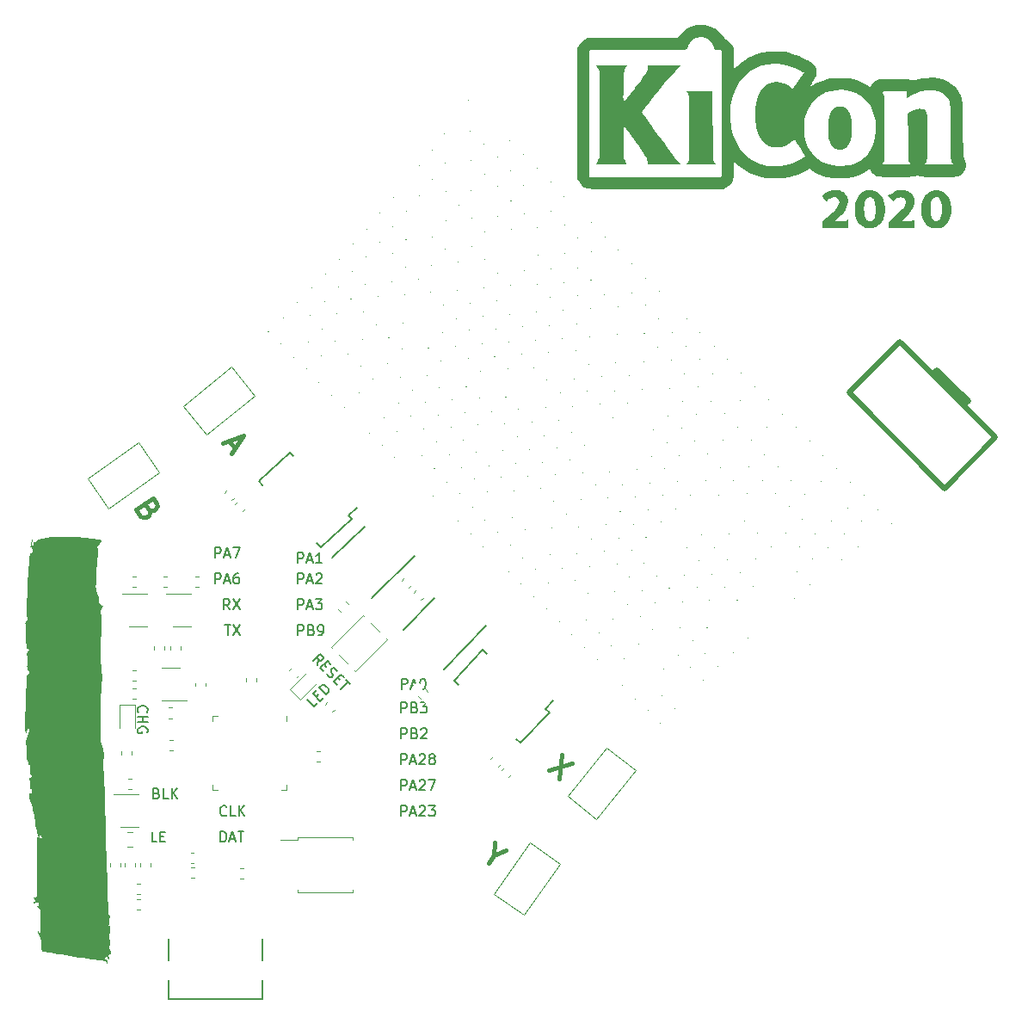
<source format=gto>
G04 #@! TF.GenerationSoftware,KiCad,Pcbnew,5.99.0-unknown-022839a5a~104~ubuntu20.04.1*
G04 #@! TF.CreationDate,2020-09-24T10:22:24-07:00*
G04 #@! TF.ProjectId,badge,62616467-652e-46b6-9963-61645f706362,0.1*
G04 #@! TF.SameCoordinates,Original*
G04 #@! TF.FileFunction,Legend,Top*
G04 #@! TF.FilePolarity,Positive*
%FSLAX46Y46*%
G04 Gerber Fmt 4.6, Leading zero omitted, Abs format (unit mm)*
G04 Created by KiCad (PCBNEW 5.99.0-unknown-022839a5a~104~ubuntu20.04.1) date 2020-09-24 10:22:24*
%MOMM*%
%LPD*%
G01*
G04 APERTURE LIST*
%ADD10C,0.200000*%
%ADD11C,0.400000*%
%ADD12C,0.100000*%
%ADD13C,0.120000*%
%ADD14C,0.150000*%
%ADD15C,0.500000*%
%ADD16R,1.060000X0.650000*%
%ADD17R,5.300000X5.300000*%
%ADD18C,0.650000*%
%ADD19R,0.300000X1.750000*%
%ADD20O,0.900000X2.100000*%
%ADD21O,1.000000X1.800000*%
%ADD22C,1.727200*%
G04 APERTURE END LIST*
D10*
X78894786Y-114512613D02*
X78894786Y-113512613D01*
X79275738Y-113512613D01*
X79370976Y-113560233D01*
X79418595Y-113607852D01*
X79466214Y-113703090D01*
X79466214Y-113845947D01*
X79418595Y-113941185D01*
X79370976Y-113988804D01*
X79275738Y-114036423D01*
X78894786Y-114036423D01*
X80228119Y-113988804D02*
X80370976Y-114036423D01*
X80418595Y-114084042D01*
X80466214Y-114179280D01*
X80466214Y-114322137D01*
X80418595Y-114417375D01*
X80370976Y-114464994D01*
X80275738Y-114512613D01*
X79894786Y-114512613D01*
X79894786Y-113512613D01*
X80228119Y-113512613D01*
X80323357Y-113560233D01*
X80370976Y-113607852D01*
X80418595Y-113703090D01*
X80418595Y-113798328D01*
X80370976Y-113893566D01*
X80323357Y-113941185D01*
X80228119Y-113988804D01*
X79894786Y-113988804D01*
X80942405Y-114512613D02*
X81132881Y-114512613D01*
X81228119Y-114464994D01*
X81275738Y-114417375D01*
X81370976Y-114274518D01*
X81418595Y-114084042D01*
X81418595Y-113703090D01*
X81370976Y-113607852D01*
X81323357Y-113560233D01*
X81228119Y-113512613D01*
X81037643Y-113512613D01*
X80942405Y-113560233D01*
X80894786Y-113607852D01*
X80847167Y-113703090D01*
X80847167Y-113941185D01*
X80894786Y-114036423D01*
X80942405Y-114084042D01*
X81037643Y-114131661D01*
X81228119Y-114131661D01*
X81323357Y-114084042D01*
X81370976Y-114036423D01*
X81418595Y-113941185D01*
X78872059Y-107410375D02*
X78872059Y-106410375D01*
X79253011Y-106410375D01*
X79348249Y-106457995D01*
X79395868Y-106505614D01*
X79443487Y-106600852D01*
X79443487Y-106743709D01*
X79395868Y-106838947D01*
X79348249Y-106886566D01*
X79253011Y-106934185D01*
X78872059Y-106934185D01*
X79824440Y-107124661D02*
X80300630Y-107124661D01*
X79729202Y-107410375D02*
X80062535Y-106410375D01*
X80395868Y-107410375D01*
X81253011Y-107410375D02*
X80681583Y-107410375D01*
X80967297Y-107410375D02*
X80967297Y-106410375D01*
X80872059Y-106553233D01*
X80776821Y-106648471D01*
X80681583Y-106696090D01*
X89054785Y-132292613D02*
X89054785Y-131292613D01*
X89435737Y-131292613D01*
X89530975Y-131340233D01*
X89578594Y-131387852D01*
X89626213Y-131483090D01*
X89626213Y-131625947D01*
X89578594Y-131721185D01*
X89530975Y-131768804D01*
X89435737Y-131816423D01*
X89054785Y-131816423D01*
X90007166Y-132006899D02*
X90483356Y-132006899D01*
X89911928Y-132292613D02*
X90245261Y-131292613D01*
X90578594Y-132292613D01*
X90864309Y-131387852D02*
X90911928Y-131340233D01*
X91007166Y-131292613D01*
X91245261Y-131292613D01*
X91340499Y-131340233D01*
X91388118Y-131387852D01*
X91435737Y-131483090D01*
X91435737Y-131578328D01*
X91388118Y-131721185D01*
X90816690Y-132292613D01*
X91435737Y-132292613D01*
X91769070Y-131292613D02*
X92388118Y-131292613D01*
X92054785Y-131673566D01*
X92197642Y-131673566D01*
X92292880Y-131721185D01*
X92340499Y-131768804D01*
X92388118Y-131864042D01*
X92388118Y-132102137D01*
X92340499Y-132197375D01*
X92292880Y-132244994D01*
X92197642Y-132292613D01*
X91911928Y-132292613D01*
X91816690Y-132244994D01*
X91769070Y-132197375D01*
X70745262Y-109432613D02*
X70745262Y-108432613D01*
X71126214Y-108432613D01*
X71221452Y-108480233D01*
X71269071Y-108527852D01*
X71316691Y-108623090D01*
X71316691Y-108765947D01*
X71269071Y-108861185D01*
X71221452Y-108908804D01*
X71126214Y-108956423D01*
X70745262Y-108956423D01*
X71697643Y-109146899D02*
X72173833Y-109146899D01*
X71602405Y-109432613D02*
X71935738Y-108432613D01*
X72269071Y-109432613D01*
X73030976Y-108432613D02*
X72840500Y-108432613D01*
X72745262Y-108480233D01*
X72697643Y-108527852D01*
X72602405Y-108670709D01*
X72554786Y-108861185D01*
X72554786Y-109242137D01*
X72602405Y-109337375D01*
X72650024Y-109384994D01*
X72745262Y-109432613D01*
X72935738Y-109432613D01*
X73030976Y-109384994D01*
X73078595Y-109337375D01*
X73126214Y-109242137D01*
X73126214Y-109004042D01*
X73078595Y-108908804D01*
X73030976Y-108861185D01*
X72935738Y-108813566D01*
X72745262Y-108813566D01*
X72650024Y-108861185D01*
X72602405Y-108908804D01*
X72554786Y-109004042D01*
X65001428Y-130053571D02*
X65144285Y-130101190D01*
X65191904Y-130148809D01*
X65239523Y-130244047D01*
X65239523Y-130386904D01*
X65191904Y-130482142D01*
X65144285Y-130529761D01*
X65049047Y-130577380D01*
X64668095Y-130577380D01*
X64668095Y-129577380D01*
X65001428Y-129577380D01*
X65096666Y-129625000D01*
X65144285Y-129672619D01*
X65191904Y-129767857D01*
X65191904Y-129863095D01*
X65144285Y-129958333D01*
X65096666Y-130005952D01*
X65001428Y-130053571D01*
X64668095Y-130053571D01*
X66144285Y-130577380D02*
X65668095Y-130577380D01*
X65668095Y-129577380D01*
X66477619Y-130577380D02*
X66477619Y-129577380D01*
X67049047Y-130577380D02*
X66620476Y-130005952D01*
X67049047Y-129577380D02*
X66477619Y-130148809D01*
D11*
X64219999Y-102093883D02*
X64305863Y-102382552D01*
X64282475Y-102515193D01*
X64181072Y-102702460D01*
X63947029Y-102866339D01*
X63736374Y-102897578D01*
X63603733Y-102874189D01*
X63416466Y-102772787D01*
X62979455Y-102148671D01*
X64617759Y-101001518D01*
X65000144Y-101547619D01*
X65031382Y-101758275D01*
X65007994Y-101890916D01*
X64906591Y-102078183D01*
X64750562Y-102187435D01*
X64539907Y-102218674D01*
X64407266Y-102195285D01*
X64219999Y-102093883D01*
X63837614Y-101547781D01*
D10*
X89093095Y-119802380D02*
X89093095Y-118802380D01*
X89474047Y-118802380D01*
X89569285Y-118850000D01*
X89616904Y-118897619D01*
X89664523Y-118992857D01*
X89664523Y-119135714D01*
X89616904Y-119230952D01*
X89569285Y-119278571D01*
X89474047Y-119326190D01*
X89093095Y-119326190D01*
X90045476Y-119516666D02*
X90521666Y-119516666D01*
X89950238Y-119802380D02*
X90283571Y-118802380D01*
X90616904Y-119802380D01*
X91140714Y-118802380D02*
X91235952Y-118802380D01*
X91331190Y-118850000D01*
X91378809Y-118897619D01*
X91426428Y-118992857D01*
X91474047Y-119183333D01*
X91474047Y-119421428D01*
X91426428Y-119611904D01*
X91378809Y-119707142D01*
X91331190Y-119754761D01*
X91235952Y-119802380D01*
X91140714Y-119802380D01*
X91045476Y-119754761D01*
X90997857Y-119707142D01*
X90950238Y-119611904D01*
X90902619Y-119421428D01*
X90902619Y-119183333D01*
X90950238Y-118992857D01*
X90997857Y-118897619D01*
X91045476Y-118850000D01*
X91140714Y-118802380D01*
X71846213Y-132197376D02*
X71798594Y-132244995D01*
X71655737Y-132292614D01*
X71560499Y-132292614D01*
X71417642Y-132244995D01*
X71322404Y-132149757D01*
X71274785Y-132054519D01*
X71227166Y-131864043D01*
X71227166Y-131721186D01*
X71274785Y-131530710D01*
X71322404Y-131435472D01*
X71417642Y-131340234D01*
X71560499Y-131292614D01*
X71655737Y-131292614D01*
X71798594Y-131340234D01*
X71846213Y-131387853D01*
X72750975Y-132292614D02*
X72274785Y-132292614D01*
X72274785Y-131292614D01*
X73084309Y-132292614D02*
X73084309Y-131292614D01*
X73655737Y-132292614D02*
X73227166Y-131721186D01*
X73655737Y-131292614D02*
X73084309Y-131864043D01*
X89054785Y-122132613D02*
X89054785Y-121132613D01*
X89435737Y-121132613D01*
X89530975Y-121180233D01*
X89578594Y-121227852D01*
X89626213Y-121323090D01*
X89626213Y-121465947D01*
X89578594Y-121561185D01*
X89530975Y-121608804D01*
X89435737Y-121656423D01*
X89054785Y-121656423D01*
X90388118Y-121608804D02*
X90530975Y-121656423D01*
X90578594Y-121704042D01*
X90626213Y-121799280D01*
X90626213Y-121942137D01*
X90578594Y-122037375D01*
X90530975Y-122084994D01*
X90435737Y-122132613D01*
X90054785Y-122132613D01*
X90054785Y-121132613D01*
X90388118Y-121132613D01*
X90483356Y-121180233D01*
X90530975Y-121227852D01*
X90578594Y-121323090D01*
X90578594Y-121418328D01*
X90530975Y-121513566D01*
X90483356Y-121561185D01*
X90388118Y-121608804D01*
X90054785Y-121608804D01*
X90959547Y-121132613D02*
X91578594Y-121132613D01*
X91245261Y-121513566D01*
X91388118Y-121513566D01*
X91483356Y-121561185D01*
X91530975Y-121608804D01*
X91578594Y-121704042D01*
X91578594Y-121942137D01*
X91530975Y-122037375D01*
X91483356Y-122084994D01*
X91388118Y-122132613D01*
X91102404Y-122132613D01*
X91007166Y-122084994D01*
X90959547Y-122037375D01*
X89054785Y-129752614D02*
X89054785Y-128752614D01*
X89435737Y-128752614D01*
X89530975Y-128800234D01*
X89578594Y-128847853D01*
X89626213Y-128943091D01*
X89626213Y-129085948D01*
X89578594Y-129181186D01*
X89530975Y-129228805D01*
X89435737Y-129276424D01*
X89054785Y-129276424D01*
X90007166Y-129466900D02*
X90483356Y-129466900D01*
X89911928Y-129752614D02*
X90245261Y-128752614D01*
X90578594Y-129752614D01*
X90864309Y-128847853D02*
X90911928Y-128800234D01*
X91007166Y-128752614D01*
X91245261Y-128752614D01*
X91340499Y-128800234D01*
X91388118Y-128847853D01*
X91435737Y-128943091D01*
X91435737Y-129038329D01*
X91388118Y-129181186D01*
X90816690Y-129752614D01*
X91435737Y-129752614D01*
X91769070Y-128752614D02*
X92435737Y-128752614D01*
X92007166Y-129752614D01*
X78894785Y-111972613D02*
X78894785Y-110972613D01*
X79275737Y-110972613D01*
X79370975Y-111020233D01*
X79418594Y-111067852D01*
X79466213Y-111163090D01*
X79466213Y-111305947D01*
X79418594Y-111401185D01*
X79370975Y-111448804D01*
X79275737Y-111496423D01*
X78894785Y-111496423D01*
X79847166Y-111686899D02*
X80323356Y-111686899D01*
X79751928Y-111972613D02*
X80085261Y-110972613D01*
X80418594Y-111972613D01*
X80656690Y-110972613D02*
X81275737Y-110972613D01*
X80942404Y-111353566D01*
X81085261Y-111353566D01*
X81180499Y-111401185D01*
X81228118Y-111448804D01*
X81275737Y-111544042D01*
X81275737Y-111782137D01*
X81228118Y-111877375D01*
X81180499Y-111924994D01*
X81085261Y-111972613D01*
X80799547Y-111972613D01*
X80704309Y-111924994D01*
X80656690Y-111877375D01*
D11*
X98175436Y-136146878D02*
X97629172Y-136927023D01*
X98230224Y-134906335D02*
X98175436Y-136146878D01*
X99322427Y-135671103D01*
D10*
X78894785Y-109432613D02*
X78894785Y-108432613D01*
X79275737Y-108432613D01*
X79370975Y-108480233D01*
X79418594Y-108527852D01*
X79466213Y-108623090D01*
X79466213Y-108765947D01*
X79418594Y-108861185D01*
X79370975Y-108908804D01*
X79275737Y-108956423D01*
X78894785Y-108956423D01*
X79847166Y-109146899D02*
X80323356Y-109146899D01*
X79751928Y-109432613D02*
X80085261Y-108432613D01*
X80418594Y-109432613D01*
X80704309Y-108527852D02*
X80751928Y-108480233D01*
X80847166Y-108432613D01*
X81085261Y-108432613D01*
X81180499Y-108480233D01*
X81228118Y-108527852D01*
X81275737Y-108623090D01*
X81275737Y-108718328D01*
X81228118Y-108861185D01*
X80656690Y-109432613D01*
X81275737Y-109432613D01*
X70745261Y-106892613D02*
X70745261Y-105892613D01*
X71126213Y-105892613D01*
X71221451Y-105940233D01*
X71269070Y-105987852D01*
X71316690Y-106083090D01*
X71316690Y-106225947D01*
X71269070Y-106321185D01*
X71221451Y-106368804D01*
X71126213Y-106416423D01*
X70745261Y-106416423D01*
X71697642Y-106606899D02*
X72173832Y-106606899D01*
X71602404Y-106892613D02*
X71935737Y-105892613D01*
X72269070Y-106892613D01*
X72507166Y-105892613D02*
X73173832Y-105892613D01*
X72745261Y-106892613D01*
X63208947Y-122083547D02*
X63161328Y-122035928D01*
X63113709Y-121893071D01*
X63113709Y-121797833D01*
X63161328Y-121654975D01*
X63256566Y-121559737D01*
X63351804Y-121512118D01*
X63542280Y-121464499D01*
X63685137Y-121464499D01*
X63875613Y-121512118D01*
X63970851Y-121559737D01*
X64066090Y-121654975D01*
X64113709Y-121797833D01*
X64113709Y-121893071D01*
X64066090Y-122035928D01*
X64018470Y-122083547D01*
X63113709Y-122512118D02*
X64113709Y-122512118D01*
X63637518Y-122512118D02*
X63637518Y-123083547D01*
X63113709Y-123083547D02*
X64113709Y-123083547D01*
X64066090Y-124083547D02*
X64113709Y-123988309D01*
X64113709Y-123845452D01*
X64066090Y-123702594D01*
X63970851Y-123607356D01*
X63875613Y-123559737D01*
X63685137Y-123512118D01*
X63542280Y-123512118D01*
X63351804Y-123559737D01*
X63256566Y-123607356D01*
X63161328Y-123702594D01*
X63113709Y-123845452D01*
X63113709Y-123940690D01*
X63161328Y-124083547D01*
X63208947Y-124131166D01*
X63542280Y-124131166D01*
X63542280Y-123940690D01*
X71697642Y-113512613D02*
X72269070Y-113512613D01*
X71983356Y-114512613D02*
X71983356Y-113512613D01*
X72507166Y-113512613D02*
X73173832Y-114512613D01*
X73173832Y-113512613D02*
X72507166Y-114512613D01*
X89054785Y-127212614D02*
X89054785Y-126212614D01*
X89435737Y-126212614D01*
X89530975Y-126260234D01*
X89578594Y-126307853D01*
X89626213Y-126403091D01*
X89626213Y-126545948D01*
X89578594Y-126641186D01*
X89530975Y-126688805D01*
X89435737Y-126736424D01*
X89054785Y-126736424D01*
X90007166Y-126926900D02*
X90483356Y-126926900D01*
X89911928Y-127212614D02*
X90245261Y-126212614D01*
X90578594Y-127212614D01*
X90864309Y-126307853D02*
X90911928Y-126260234D01*
X91007166Y-126212614D01*
X91245261Y-126212614D01*
X91340499Y-126260234D01*
X91388118Y-126307853D01*
X91435737Y-126403091D01*
X91435737Y-126498329D01*
X91388118Y-126641186D01*
X90816690Y-127212614D01*
X91435737Y-127212614D01*
X92007166Y-126641186D02*
X91911928Y-126593567D01*
X91864309Y-126545948D01*
X91816690Y-126450710D01*
X91816690Y-126403091D01*
X91864309Y-126307853D01*
X91911928Y-126260234D01*
X92007166Y-126212614D01*
X92197642Y-126212614D01*
X92292880Y-126260234D01*
X92340499Y-126307853D01*
X92388118Y-126403091D01*
X92388118Y-126450710D01*
X92340499Y-126545948D01*
X92292880Y-126593567D01*
X92197642Y-126641186D01*
X92007166Y-126641186D01*
X91911928Y-126688805D01*
X91864309Y-126736424D01*
X91816690Y-126831662D01*
X91816690Y-127022138D01*
X91864309Y-127117376D01*
X91911928Y-127164995D01*
X92007166Y-127212614D01*
X92197642Y-127212614D01*
X92292880Y-127164995D01*
X92340499Y-127117376D01*
X92388118Y-127022138D01*
X92388118Y-126831662D01*
X92340499Y-126736424D01*
X92292880Y-126688805D01*
X92197642Y-126641186D01*
X80826472Y-121220507D02*
X80489755Y-121557224D01*
X79782648Y-120850118D01*
X80691785Y-120614415D02*
X80927488Y-120378713D01*
X81398892Y-120648087D02*
X81062175Y-120984805D01*
X80355068Y-120277698D01*
X80691785Y-119940980D01*
X81701938Y-120345041D02*
X80994831Y-119637934D01*
X81163190Y-119469576D01*
X81297877Y-119402232D01*
X81432564Y-119402232D01*
X81533579Y-119435904D01*
X81701938Y-119536919D01*
X81802953Y-119637934D01*
X81903969Y-119806293D01*
X81937640Y-119907308D01*
X81937640Y-120041995D01*
X81870297Y-120176682D01*
X81701938Y-120345041D01*
X71274785Y-134832614D02*
X71274785Y-133832614D01*
X71512880Y-133832614D01*
X71655737Y-133880234D01*
X71750975Y-133975472D01*
X71798594Y-134070710D01*
X71846213Y-134261186D01*
X71846213Y-134404043D01*
X71798594Y-134594519D01*
X71750975Y-134689757D01*
X71655737Y-134784995D01*
X71512880Y-134832614D01*
X71274785Y-134832614D01*
X72227166Y-134546900D02*
X72703356Y-134546900D01*
X72131928Y-134832614D02*
X72465261Y-133832614D01*
X72798594Y-134832614D01*
X72989070Y-133832614D02*
X73560499Y-133832614D01*
X73274785Y-134832614D02*
X73274785Y-133832614D01*
X65020000Y-134852380D02*
X64543809Y-134852380D01*
X64543809Y-133852380D01*
X65353333Y-134328571D02*
X65686666Y-134328571D01*
X65829523Y-134852380D02*
X65353333Y-134852380D01*
X65353333Y-133852380D01*
X65829523Y-133852380D01*
D11*
X72102625Y-95387560D02*
X72701978Y-96127699D01*
X71538672Y-95599144D02*
X73512510Y-94858601D01*
X72377765Y-96635339D01*
D10*
X80781016Y-117440853D02*
X80882032Y-116868433D01*
X80376955Y-117036792D02*
X81084062Y-116329685D01*
X81353436Y-116599059D01*
X81387108Y-116700074D01*
X81387108Y-116767418D01*
X81353436Y-116868433D01*
X81252421Y-116969448D01*
X81151406Y-117003120D01*
X81084062Y-117003120D01*
X80983047Y-116969448D01*
X80713673Y-116700074D01*
X81454451Y-117373509D02*
X81690154Y-117609211D01*
X81420780Y-118080616D02*
X81084062Y-117743898D01*
X81791169Y-117036792D01*
X82127887Y-117373509D01*
X81723825Y-118316318D02*
X81791169Y-118451005D01*
X81959528Y-118619364D01*
X82060543Y-118653036D01*
X82127887Y-118653036D01*
X82228902Y-118619364D01*
X82296245Y-118552021D01*
X82329917Y-118451005D01*
X82329917Y-118383662D01*
X82296245Y-118282647D01*
X82195230Y-118114288D01*
X82161558Y-118013272D01*
X82161558Y-117945929D01*
X82195230Y-117844914D01*
X82262574Y-117777570D01*
X82363589Y-117743898D01*
X82430932Y-117743898D01*
X82531948Y-117777570D01*
X82700306Y-117945929D01*
X82767650Y-118080616D01*
X82767650Y-118686708D02*
X83003352Y-118922410D01*
X82733978Y-119393814D02*
X82397261Y-119057097D01*
X83104367Y-118349990D01*
X83441085Y-118686708D01*
X83643115Y-118888738D02*
X84047176Y-119292799D01*
X83138039Y-119797875D02*
X83845146Y-119090769D01*
X89054785Y-124672613D02*
X89054785Y-123672613D01*
X89435737Y-123672613D01*
X89530975Y-123720233D01*
X89578594Y-123767852D01*
X89626213Y-123863090D01*
X89626213Y-124005947D01*
X89578594Y-124101185D01*
X89530975Y-124148804D01*
X89435737Y-124196423D01*
X89054785Y-124196423D01*
X90388118Y-124148804D02*
X90530975Y-124196423D01*
X90578594Y-124244042D01*
X90626213Y-124339280D01*
X90626213Y-124482137D01*
X90578594Y-124577375D01*
X90530975Y-124624994D01*
X90435737Y-124672613D01*
X90054785Y-124672613D01*
X90054785Y-123672613D01*
X90388118Y-123672613D01*
X90483356Y-123720233D01*
X90530975Y-123767852D01*
X90578594Y-123863090D01*
X90578594Y-123958328D01*
X90530975Y-124053566D01*
X90483356Y-124101185D01*
X90388118Y-124148804D01*
X90054785Y-124148804D01*
X91007166Y-123767852D02*
X91054785Y-123720233D01*
X91150023Y-123672613D01*
X91388118Y-123672613D01*
X91483356Y-123720233D01*
X91530975Y-123767852D01*
X91578594Y-123863090D01*
X91578594Y-123958328D01*
X91530975Y-124101185D01*
X90959547Y-124672613D01*
X91578594Y-124672613D01*
D11*
X104830224Y-126274866D02*
X104607778Y-128668251D01*
X105866418Y-127113960D02*
X103571583Y-127829158D01*
D10*
X72173832Y-111972614D02*
X71840499Y-111496424D01*
X71602404Y-111972614D02*
X71602404Y-110972614D01*
X71983356Y-110972614D01*
X72078594Y-111020234D01*
X72126213Y-111067853D01*
X72173832Y-111163091D01*
X72173832Y-111305948D01*
X72126213Y-111401186D01*
X72078594Y-111448805D01*
X71983356Y-111496424D01*
X71602404Y-111496424D01*
X72507166Y-110972614D02*
X73173832Y-111972614D01*
X73173832Y-110972614D02*
X72507166Y-111972614D01*
D12*
G04 #@! TO.C,D439*
X106207297Y-109096729D02*
G75*
G03*
X106207297Y-109096729I-50000J0D01*
G01*
G04 #@! TO.C,D22*
X123890835Y-90042093D02*
G75*
G03*
X123890835Y-90042093I-50000J0D01*
G01*
G04 #@! TO.C,D476*
X111013800Y-116832364D02*
G75*
G03*
X111013800Y-116832364I-50000J0D01*
G01*
G04 #@! TO.C,D26*
X129256599Y-95405920D02*
G75*
G03*
X129256599Y-95405920I-50000J0D01*
G01*
G04 #@! TO.C,D512*
X114599227Y-123165223D02*
G75*
G03*
X114599227Y-123165223I-49999J0D01*
G01*
G04 #@! TO.C,D36*
X98515416Y-67463723D02*
G75*
G03*
X98515416Y-67463723I-50000J0D01*
G01*
G04 #@! TO.C,D292*
X88134365Y-79733700D02*
G75*
G03*
X88134365Y-79733700I-50000J0D01*
G01*
G04 #@! TO.C,D488*
X84716148Y-93313003D02*
G75*
G03*
X84716148Y-93313003I-50000J0D01*
G01*
G04 #@! TO.C,D25*
X127915204Y-94062587D02*
G75*
G03*
X127915204Y-94062587I-50000J0D01*
G01*
G04 #@! TO.C,D55*
X123722412Y-92717476D02*
G75*
G03*
X123722412Y-92717476I-49999J0D01*
G01*
D13*
G04 #@! TO.C,SW1*
X69905072Y-94771628D02*
X67626932Y-91958359D01*
X72383066Y-88106918D02*
X74661206Y-90920187D01*
X74661206Y-90920187D02*
X69905072Y-94771628D01*
X67626932Y-91958359D02*
X72383066Y-88106918D01*
D12*
G04 #@! TO.C,D445*
X113664856Y-116667581D02*
G75*
G03*
X113664856Y-116667581I-50000J0D01*
G01*
G04 #@! TO.C,D491*
X88453180Y-96987490D02*
G75*
G03*
X88453180Y-96987490I-50000J0D01*
G01*
G04 #@! TO.C,D335*
X100499017Y-94981896D02*
G75*
G03*
X100499017Y-94981896I-49999J0D01*
G01*
G04 #@! TO.C,D379*
X114030130Y-111305640D02*
G75*
G03*
X114030130Y-111305640I-49999J0D01*
G01*
G04 #@! TO.C,D127*
X131136651Y-105862223D02*
G75*
G03*
X131136651Y-105862223I-50000J0D01*
G01*
G04 #@! TO.C,D167*
X97282999Y-77548982D02*
G75*
G03*
X97282999Y-77548982I-50000J0D01*
G01*
G04 #@! TO.C,D45*
X110456473Y-79510899D02*
G75*
G03*
X110456473Y-79510899I-50000J0D01*
G01*
G04 #@! TO.C,D251*
X119882499Y-105887476D02*
G75*
G03*
X119882499Y-105887476I-50000J0D01*
G01*
G04 #@! TO.C,D110*
X109018094Y-83644916D02*
G75*
G03*
X109018094Y-83644916I-49999J0D01*
G01*
G04 #@! TO.C,D372*
X105314436Y-102582257D02*
G75*
G03*
X105314436Y-102582257I-50000J0D01*
G01*
G04 #@! TO.C,D279*
X113371697Y-102192150D02*
G75*
G03*
X113371697Y-102192150I-50000J0D01*
G01*
G04 #@! TO.C,D324*
X86771595Y-81177730D02*
G75*
G03*
X86771595Y-81177730I-50001J0D01*
G01*
G04 #@! TO.C,D388*
X84000110Y-84102129D02*
G75*
G03*
X84000110Y-84102129I-50000J0D01*
G01*
G04 #@! TO.C,D465*
X97337639Y-103172358D02*
G75*
G03*
X97337639Y-103172358I-50000J0D01*
G01*
G04 #@! TO.C,D246*
X113563560Y-99523444D02*
G75*
G03*
X113563560Y-99523444I-50000J0D01*
G01*
G04 #@! TO.C,D164*
X93442278Y-73737606D02*
G75*
G03*
X93442278Y-73737606I-50000J0D01*
G01*
G04 #@! TO.C,D192*
X129282241Y-109546241D02*
G75*
G03*
X129282241Y-109546241I-50001J0D01*
G01*
G04 #@! TO.C,D317*
X119436239Y-111027754D02*
G75*
G03*
X119436239Y-111027754I-50000J0D01*
G01*
G04 #@! TO.C,D44*
X109129192Y-78172754D02*
G75*
G03*
X109129192Y-78172754I-50000J0D01*
G01*
G04 #@! TO.C,D161*
X89603283Y-69867283D02*
G75*
G03*
X89603283Y-69867283I-50001J0D01*
G01*
G04 #@! TO.C,D236*
X100928247Y-86839144D02*
G75*
G03*
X100928247Y-86839144I-50000J0D01*
G01*
G04 #@! TO.C,D29*
X133280697Y-99453045D02*
G75*
G03*
X133280697Y-99453045I-50000J0D01*
G01*
G04 #@! TO.C,D220*
X122648515Y-105850463D02*
G75*
G03*
X122648515Y-105850463I-50001J0D01*
G01*
G04 #@! TO.C,D253*
X122409791Y-108344452D02*
G75*
G03*
X122409791Y-108344452I-50000J0D01*
G01*
G04 #@! TO.C,D306*
X105663508Y-97255023D02*
G75*
G03*
X105663508Y-97255023I-50000J0D01*
G01*
G04 #@! TO.C,D105*
X102514776Y-77103941D02*
G75*
G03*
X102514776Y-77103941I-50000J0D01*
G01*
G04 #@! TO.C,D174*
X106242089Y-86529662D02*
G75*
G03*
X106242089Y-86529662I-50000J0D01*
G01*
D13*
G04 #@! TO.C,C9*
X62542779Y-128640000D02*
X62217221Y-128640000D01*
X62542779Y-129660000D02*
X62217221Y-129660000D01*
D12*
G04 #@! TO.C,D430*
X95021695Y-97999071D02*
G75*
G03*
X95021695Y-97999071I-50000J0D01*
G01*
G04 #@! TO.C,D367*
X99089655Y-96328179D02*
G75*
G03*
X99089655Y-96328179I-50000J0D01*
G01*
G04 #@! TO.C,D393*
X90218742Y-90391251D02*
G75*
G03*
X90218742Y-90391251I-50001J0D01*
G01*
G04 #@! TO.C,D171*
X102401990Y-82701175D02*
G75*
G03*
X102401990Y-82701175I-50001J0D01*
G01*
G04 #@! TO.C,D248*
X116091827Y-102105952D02*
G75*
G03*
X116091827Y-102105952I-50000J0D01*
G01*
G04 #@! TO.C,D344*
X111731197Y-106153099D02*
G75*
G03*
X111731197Y-106153099I-50000J0D01*
G01*
G04 #@! TO.C,D454*
X83658413Y-89434424D02*
G75*
G03*
X83658413Y-89434424I-49999J0D01*
G01*
G04 #@! TO.C,D228*
X90817347Y-76790584D02*
G75*
G03*
X90817347Y-76790584I-49999J0D01*
G01*
G04 #@! TO.C,D507*
X108373674Y-116939669D02*
G75*
G03*
X108373674Y-116939669I-49999J0D01*
G01*
G04 #@! TO.C,D285*
X120916681Y-109770099D02*
G75*
G03*
X120916681Y-109770099I-50000J0D01*
G01*
D13*
G04 #@! TO.C,R5*
X81771168Y-121114506D02*
X81540963Y-121344711D01*
X82492417Y-121835755D02*
X82262212Y-122065960D01*
G04 #@! TO.C,C11*
X62603912Y-120770233D02*
X62929470Y-120770233D01*
X62603912Y-119750233D02*
X62929470Y-119750233D01*
D12*
G04 #@! TO.C,D150*
X117951473Y-95383072D02*
G75*
G03*
X117951473Y-95383072I-50000J0D01*
G01*
G04 #@! TO.C,D205*
X103579998Y-86656455D02*
G75*
G03*
X103579998Y-86656455I-50001J0D01*
G01*
G04 #@! TO.C,D125*
X128534342Y-103121495D02*
G75*
G03*
X128534342Y-103121495I-50000J0D01*
G01*
G04 #@! TO.C,D37*
X99841119Y-68826594D02*
G75*
G03*
X99841119Y-68826594I-50001J0D01*
G01*
G04 #@! TO.C,D417*
X78865376Y-81766672D02*
G75*
G03*
X78865376Y-81766672I-50000J0D01*
G01*
D13*
G04 #@! TO.C,D513*
X79136360Y-120860010D02*
X80752099Y-119244271D01*
X78096913Y-119820563D02*
X79136360Y-120860010D01*
X79712652Y-118204824D02*
X78096913Y-119820563D01*
G04 #@! TO.C,R15*
X61546690Y-125927453D02*
X61546690Y-126253011D01*
X62566690Y-125927453D02*
X62566690Y-126253011D01*
D12*
G04 #@! TO.C,D434*
X99992288Y-102918889D02*
G75*
G03*
X99992288Y-102918889I-50001J0D01*
G01*
G04 #@! TO.C,D320*
X123192139Y-114795365D02*
G75*
G03*
X123192139Y-114795365I-50000J0D01*
G01*
G04 #@! TO.C,D68*
X97271284Y-69171966D02*
G75*
G03*
X97271284Y-69171966I-50000J0D01*
G01*
G04 #@! TO.C,D291*
X86881975Y-78506362D02*
G75*
G03*
X86881975Y-78506362I-50000J0D01*
G01*
G04 #@! TO.C,D295*
X91890345Y-83501311D02*
G75*
G03*
X91890345Y-83501311I-50000J0D01*
G01*
G04 #@! TO.C,D193*
X88323542Y-71445364D02*
G75*
G03*
X88323542Y-71445364I-50000J0D01*
G01*
D14*
G04 #@! TO.C,U2*
X85434485Y-103849059D02*
X82269389Y-106905555D01*
X90405432Y-106729324D02*
X86107377Y-110879908D01*
D12*
G04 #@! TO.C,D460*
X91120219Y-96828105D02*
G75*
G03*
X91120219Y-96828105I-50000J0D01*
G01*
G04 #@! TO.C,D249*
X117354553Y-103320179D02*
G75*
G03*
X117354553Y-103320179I-49999J0D01*
G01*
G04 #@! TO.C,D311*
X111924698Y-103604739D02*
G75*
G03*
X111924698Y-103604739I-50000J0D01*
G01*
D13*
G04 #@! TO.C,C13*
X63362779Y-140465000D02*
X63037221Y-140465000D01*
X63362779Y-141485000D02*
X63037221Y-141485000D01*
D12*
G04 #@! TO.C,D138*
X102472016Y-79980620D02*
G75*
G03*
X102472016Y-79980620I-50000J0D01*
G01*
G04 #@! TO.C,D84*
X118282265Y-90051026D02*
G75*
G03*
X118282265Y-90051026I-50000J0D01*
G01*
G04 #@! TO.C,D369*
X101579080Y-98848827D02*
G75*
G03*
X101579080Y-98848827I-50001J0D01*
G01*
G04 #@! TO.C,D88*
X123534345Y-95326870D02*
G75*
G03*
X123534345Y-95326870I-50000J0D01*
G01*
G04 #@! TO.C,D442*
X109935360Y-112916399D02*
G75*
G03*
X109935360Y-112916399I-50001J0D01*
G01*
D13*
G04 #@! TO.C,R17*
X62885000Y-136962221D02*
X62885000Y-137287779D01*
X61865000Y-136962221D02*
X61865000Y-137287779D01*
D12*
G04 #@! TO.C,D136*
X99892405Y-77406572D02*
G75*
G03*
X99892405Y-77406572I-49999J0D01*
G01*
D13*
G04 #@! TO.C,R12*
X66356690Y-115935512D02*
X66356690Y-115609954D01*
X67376690Y-115935512D02*
X67376690Y-115609954D01*
D12*
G04 #@! TO.C,D428*
X92535550Y-95490663D02*
G75*
G03*
X92535550Y-95490663I-50000J0D01*
G01*
G04 #@! TO.C,D140*
X105051863Y-82507113D02*
G75*
G03*
X105051863Y-82507113I-49999J0D01*
G01*
G04 #@! TO.C,D153*
X121820851Y-99258406D02*
G75*
G03*
X121820851Y-99258406I-50000J0D01*
G01*
G04 #@! TO.C,D124*
X127232831Y-101830019D02*
G75*
G03*
X127232831Y-101830019I-50000J0D01*
G01*
G04 #@! TO.C,D494*
X92187093Y-100808395D02*
G75*
G03*
X92187093Y-100808395I-50000J0D01*
G01*
G04 #@! TO.C,D33*
X94534126Y-63521526D02*
G75*
G03*
X94534126Y-63521526I-50000J0D01*
G01*
G04 #@! TO.C,D109*
X107717703Y-82326831D02*
G75*
G03*
X107717703Y-82326831I-50000J0D01*
G01*
G04 #@! TO.C,D489*
X85963783Y-94632251D02*
G75*
G03*
X85963783Y-94632251I-50000J0D01*
G01*
G04 #@! TO.C,D74*
X105149221Y-76927939D02*
G75*
G03*
X105149221Y-76927939I-50001J0D01*
G01*
G04 #@! TO.C,D466*
X98578876Y-104352996D02*
G75*
G03*
X98578876Y-104352996I-50000J0D01*
G01*
G04 #@! TO.C,D190*
X126721313Y-107024342D02*
G75*
G03*
X126721313Y-107024342I-50000J0D01*
G01*
G04 #@! TO.C,D255*
X124936739Y-110923164D02*
G75*
G03*
X124936739Y-110923164I-50000J0D01*
G01*
G04 #@! TO.C,D403*
X102652694Y-102695691D02*
G75*
G03*
X102652694Y-102695691I-50000J0D01*
G01*
G04 #@! TO.C,D265*
X95771229Y-84504540D02*
G75*
G03*
X95771229Y-84504540I-50001J0D01*
G01*
G04 #@! TO.C,D268*
X99542588Y-88285905D02*
G75*
G03*
X99542588Y-88285905I-50001J0D01*
G01*
G04 #@! TO.C,D188*
X124161712Y-104445389D02*
G75*
G03*
X124161712Y-104445389I-49999J0D01*
G01*
G04 #@! TO.C,D27*
X130598634Y-96810121D02*
G75*
G03*
X130598634Y-96810121I-50001J0D01*
G01*
G04 #@! TO.C,D87*
X122220828Y-94023119D02*
G75*
G03*
X122220828Y-94023119I-50000J0D01*
G01*
G04 #@! TO.C,D48*
X114437479Y-83363742D02*
G75*
G03*
X114437479Y-83363742I-50000J0D01*
G01*
G04 #@! TO.C,D368*
X100334053Y-97598010D02*
G75*
G03*
X100334053Y-97598010I-50000J0D01*
G01*
G04 #@! TO.C,D63*
X134337943Y-103276276D02*
G75*
G03*
X134337943Y-103276276I-50000J0D01*
G01*
G04 #@! TO.C,D257*
X85713769Y-74585013D02*
G75*
G03*
X85713769Y-74585013I-50000J0D01*
G01*
G04 #@! TO.C,D464*
X96093071Y-101906187D02*
G75*
G03*
X96093071Y-101906187I-50000J0D01*
G01*
G04 #@! TO.C,D315*
X116933376Y-108620604D02*
G75*
G03*
X116933376Y-108620604I-50001J0D01*
G01*
G04 #@! TO.C,D429*
X93779041Y-96760080D02*
G75*
G03*
X93779041Y-96760080I-50001J0D01*
G01*
G04 #@! TO.C,D433*
X98751808Y-101617173D02*
G75*
G03*
X98751808Y-101617173I-50000J0D01*
G01*
G04 #@! TO.C,D115*
X115523793Y-90229657D02*
G75*
G03*
X115523793Y-90229657I-50000J0D01*
G01*
G04 #@! TO.C,D495*
X93431924Y-102030679D02*
G75*
G03*
X93431924Y-102030679I-50000J0D01*
G01*
D13*
G04 #@! TO.C,U5*
X78851690Y-139805233D02*
X78851690Y-139545233D01*
X81576690Y-134355233D02*
X78851690Y-134355233D01*
X84301690Y-134355233D02*
X84301690Y-134615233D01*
X78851690Y-134355233D02*
X78851690Y-134615233D01*
X84301690Y-139805233D02*
X84301690Y-139545233D01*
X81576690Y-134355233D02*
X84301690Y-134355233D01*
X81576690Y-139805233D02*
X84301690Y-139805233D01*
X78851690Y-134615233D02*
X77176690Y-134615233D01*
X81576690Y-139805233D02*
X78851690Y-139805233D01*
G04 #@! TO.C,U6*
X68351680Y-110422723D02*
X65901680Y-110422723D01*
X66551680Y-113642723D02*
X68351680Y-113642723D01*
D14*
G04 #@! TO.C,U3*
X83848157Y-102706733D02*
X84670930Y-101939485D01*
X81136989Y-105884419D02*
X80756775Y-105476690D01*
X75033103Y-99338804D02*
X75413317Y-99746533D01*
X78068221Y-96508511D02*
X75033103Y-99338804D01*
X84172107Y-103054126D02*
X83848157Y-102706733D01*
X78068221Y-96508511D02*
X78448435Y-96916240D01*
X84172107Y-103054126D02*
X81136989Y-105884419D01*
D12*
G04 #@! TO.C,D227*
X89554874Y-75574449D02*
G75*
G03*
X89554874Y-75574449I-50000J0D01*
G01*
G04 #@! TO.C,D143*
X108921403Y-86380549D02*
G75*
G03*
X108921403Y-86380549I-50000J0D01*
G01*
G04 #@! TO.C,D492*
X89696591Y-98293446D02*
G75*
G03*
X89696591Y-98293446I-50000J0D01*
G01*
G04 #@! TO.C,D16*
X115842880Y-81970680D02*
G75*
G03*
X115842880Y-81970680I-50001J0D01*
G01*
G04 #@! TO.C,D256*
X126200416Y-112186841D02*
G75*
G03*
X126200416Y-112186841I-50000J0D01*
G01*
G04 #@! TO.C,D375*
X109051696Y-106266265D02*
G75*
G03*
X109051696Y-106266265I-50000J0D01*
G01*
G04 #@! TO.C,D497*
X95922624Y-104551334D02*
G75*
G03*
X95922624Y-104551334I-50000J0D01*
G01*
G04 #@! TO.C,D50*
X117088695Y-86089469D02*
G75*
G03*
X117088695Y-86089469I-50000J0D01*
G01*
G04 #@! TO.C,D499*
X98412964Y-107045358D02*
G75*
G03*
X98412964Y-107045358I-50000J0D01*
G01*
G04 #@! TO.C,D152*
X120530032Y-98019880D02*
G75*
G03*
X120530032Y-98019880I-50000J0D01*
G01*
G04 #@! TO.C,D237*
X102190455Y-88167476D02*
G75*
G03*
X102190455Y-88167476I-49999J0D01*
G01*
G04 #@! TO.C,D509*
X110863672Y-119439401D02*
G75*
G03*
X110863672Y-119439401I-50000J0D01*
G01*
G04 #@! TO.C,D51*
X118417030Y-87355363D02*
G75*
G03*
X118417030Y-87355363I-50000J0D01*
G01*
G04 #@! TO.C,D333*
X98003584Y-92502991D02*
G75*
G03*
X98003584Y-92502991I-50000J0D01*
G01*
G04 #@! TO.C,D419*
X81352955Y-84366335D02*
G75*
G03*
X81352955Y-84366335I-50000J0D01*
G01*
G04 #@! TO.C,D101*
X97308992Y-71972304D02*
G75*
G03*
X97308992Y-71972304I-49999J0D01*
G01*
G04 #@! TO.C,D32*
X137306485Y-103532485D02*
G75*
G03*
X137306485Y-103532485I-50000J0D01*
G01*
G04 #@! TO.C,D371*
X104069225Y-101348560D02*
G75*
G03*
X104069225Y-101348560I-49999J0D01*
G01*
D14*
G04 #@! TO.C,U1*
X92302535Y-110854091D02*
X89246039Y-114019187D01*
X97370975Y-113559119D02*
X93220391Y-117857174D01*
D12*
G04 #@! TO.C,D264*
X94513941Y-83372742D02*
G75*
G03*
X94513941Y-83372742I-50001J0D01*
G01*
G04 #@! TO.C,D457*
X87389105Y-93120795D02*
G75*
G03*
X87389105Y-93120795I-50000J0D01*
G01*
G04 #@! TO.C,D294*
X90638373Y-82285388D02*
G75*
G03*
X90638373Y-82285388I-50000J0D01*
G01*
G04 #@! TO.C,D423*
X86322013Y-89295713D02*
G75*
G03*
X86322013Y-89295713I-50000J0D01*
G01*
G04 #@! TO.C,D326*
X89268067Y-83778337D02*
G75*
G03*
X89268067Y-83778337I-50000J0D01*
G01*
G04 #@! TO.C,D196*
X92137405Y-75304721D02*
G75*
G03*
X92137405Y-75304721I-50000J0D01*
G01*
G04 #@! TO.C,D52*
X119742417Y-88763879D02*
G75*
G03*
X119742417Y-88763879I-50000J0D01*
G01*
G04 #@! TO.C,D391*
X87732711Y-87767623D02*
G75*
G03*
X87732711Y-87767623I-50000J0D01*
G01*
G04 #@! TO.C,D341*
X107986734Y-102450923D02*
G75*
G03*
X107986734Y-102450923I-50000J0D01*
G01*
G04 #@! TO.C,D398*
X96434601Y-96503527D02*
G75*
G03*
X96434601Y-96503527I-50001J0D01*
G01*
G04 #@! TO.C,D400*
X98922576Y-98965572D02*
G75*
G03*
X98922576Y-98965572I-50000J0D01*
G01*
G04 #@! TO.C,D475*
X109769217Y-115537645D02*
G75*
G03*
X109769217Y-115537645I-50000J0D01*
G01*
G04 #@! TO.C,D14*
X113159749Y-79363896D02*
G75*
G03*
X113159749Y-79363896I-50000J0D01*
G01*
G04 #@! TO.C,D496*
X94677513Y-103241551D02*
G75*
G03*
X94677513Y-103241551I-50000J0D01*
G01*
G04 #@! TO.C,D472*
X106039578Y-111775189D02*
G75*
G03*
X106039578Y-111775189I-50000J0D01*
G01*
G04 #@! TO.C,D233*
X97135765Y-83095648D02*
G75*
G03*
X97135765Y-83095648I-50000J0D01*
G01*
G04 #@! TO.C,D481*
X76001251Y-84640972D02*
G75*
G03*
X76001251Y-84640972I-50000J0D01*
G01*
G04 #@! TO.C,D90*
X126160697Y-97959092D02*
G75*
G03*
X126160697Y-97959092I-49999J0D01*
G01*
G04 #@! TO.C,D168*
X98562017Y-78870789D02*
G75*
G03*
X98562017Y-78870789I-49999J0D01*
G01*
G04 #@! TO.C,D203*
X101036677Y-84131087D02*
G75*
G03*
X101036677Y-84131087I-50000J0D01*
G01*
G04 #@! TO.C,D142*
X107631379Y-85132521D02*
G75*
G03*
X107631379Y-85132521I-50000J0D01*
G01*
D13*
G04 #@! TO.C,IC1*
X70506690Y-122955233D02*
X70506690Y-122480233D01*
X77726690Y-129225233D02*
X77726690Y-129700233D01*
X70506690Y-122480233D02*
X70981690Y-122480233D01*
X77726690Y-122955233D02*
X77726690Y-122480233D01*
X77726690Y-129700233D02*
X77251690Y-129700233D01*
X70506690Y-129700233D02*
X70981690Y-129700233D01*
X70506690Y-129225233D02*
X70506690Y-129700233D01*
D12*
G04 #@! TO.C,D223*
X126462561Y-109669862D02*
G75*
G03*
X126462561Y-109669862I-50000J0D01*
G01*
G04 #@! TO.C,D31*
X135965259Y-102194851D02*
G75*
G03*
X135965259Y-102194851I-50000J0D01*
G01*
G04 #@! TO.C,D441*
X108691896Y-111614641D02*
G75*
G03*
X108691896Y-111614641I-50000J0D01*
G01*
G04 #@! TO.C,D269*
X100801229Y-89672474D02*
G75*
G03*
X100801229Y-89672474I-50000J0D01*
G01*
G04 #@! TO.C,D76*
X107776400Y-79541157D02*
G75*
G03*
X107776400Y-79541157I-50000J0D01*
G01*
G04 #@! TO.C,D345*
X112978806Y-107420126D02*
G75*
G03*
X112978806Y-107420126I-50001J0D01*
G01*
G04 #@! TO.C,D399*
X97678978Y-97851487D02*
G75*
G03*
X97678978Y-97851487I-50001J0D01*
G01*
G04 #@! TO.C,D56*
X125049155Y-94051829D02*
G75*
G03*
X125049155Y-94051829I-49999J0D01*
G01*
G04 #@! TO.C,D480*
X115986085Y-121756412D02*
G75*
G03*
X115986085Y-121756412I-50000J0D01*
G01*
G04 #@! TO.C,D12*
X110478743Y-76574555D02*
G75*
G03*
X110478743Y-76574555I-50000J0D01*
G01*
G04 #@! TO.C,D179*
X112641655Y-92959930D02*
G75*
G03*
X112641655Y-92959930I-50000J0D01*
G01*
G04 #@! TO.C,D222*
X125189979Y-108372029D02*
G75*
G03*
X125189979Y-108372029I-50001J0D01*
G01*
G04 #@! TO.C,D197*
X93408480Y-76530301D02*
G75*
G03*
X93408480Y-76530301I-50000J0D01*
G01*
D13*
G04 #@! TO.C,C6*
X66579469Y-124830233D02*
X66253911Y-124830233D01*
X66579469Y-125850233D02*
X66253911Y-125850233D01*
D12*
G04 #@! TO.C,D23*
X125233801Y-91341704D02*
G75*
G03*
X125233801Y-91341704I-50000J0D01*
G01*
G04 #@! TO.C,D438*
X104963407Y-107895771D02*
G75*
G03*
X104963407Y-107895771I-49999J0D01*
G01*
G04 #@! TO.C,D80*
X113030007Y-84784697D02*
G75*
G03*
X113030007Y-84784697I-50000J0D01*
G01*
G04 #@! TO.C,D60*
X130356493Y-99383528D02*
G75*
G03*
X130356493Y-99383528I-49999J0D01*
G01*
G04 #@! TO.C,D288*
X124688547Y-113541964D02*
G75*
G03*
X124688547Y-113541964I-50000J0D01*
G01*
G04 #@! TO.C,D455*
X84901760Y-90670187D02*
G75*
G03*
X84901760Y-90670187I-50000J0D01*
G01*
G04 #@! TO.C,D210*
X109934563Y-93096297D02*
G75*
G03*
X109934563Y-93096297I-50000J0D01*
G01*
G04 #@! TO.C,D79*
X111716285Y-83479033D02*
G75*
G03*
X111716285Y-83479033I-50001J0D01*
G01*
G04 #@! TO.C,D46*
X111783317Y-80839542D02*
G75*
G03*
X111783317Y-80839542I-50000J0D01*
G01*
G04 #@! TO.C,D245*
X112301760Y-98204634D02*
G75*
G03*
X112301760Y-98204634I-50000J0D01*
G01*
G04 #@! TO.C,D67*
X95955652Y-67807402D02*
G75*
G03*
X95955652Y-67807402I-50000J0D01*
G01*
G04 #@! TO.C,D382*
X117765542Y-115033363D02*
G75*
G03*
X117765542Y-115033363I-50000J0D01*
G01*
G04 #@! TO.C,D15*
X114501307Y-80633052D02*
G75*
G03*
X114501307Y-80633052I-50000J0D01*
G01*
G04 #@! TO.C,D94*
X131413465Y-103255879D02*
G75*
G03*
X131413465Y-103255879I-50000J0D01*
G01*
G04 #@! TO.C,D431*
X96266480Y-99127790D02*
G75*
G03*
X96266480Y-99127790I-50000J0D01*
G01*
G04 #@! TO.C,D239*
X104717864Y-90673903D02*
G75*
G03*
X104717864Y-90673903I-50001J0D01*
G01*
G04 #@! TO.C,D452*
X81174165Y-87014205D02*
G75*
G03*
X81174165Y-87014205I-50000J0D01*
G01*
G04 #@! TO.C,D82*
X115655057Y-87439712D02*
G75*
G03*
X115655057Y-87439712I-50001J0D01*
G01*
G04 #@! TO.C,D350*
X119220684Y-113738127D02*
G75*
G03*
X119220684Y-113738127I-50000J0D01*
G01*
G04 #@! TO.C,D103*
X99911510Y-74602778D02*
G75*
G03*
X99911510Y-74602778I-50000J0D01*
G01*
G04 #@! TO.C,D195*
X90865847Y-74008758D02*
G75*
G03*
X90865847Y-74008758I-50000J0D01*
G01*
G04 #@! TO.C,D184*
X119041579Y-99338837D02*
G75*
G03*
X119041579Y-99338837I-50000J0D01*
G01*
G04 #@! TO.C,D86*
X120907303Y-92728883D02*
G75*
G03*
X120907303Y-92728883I-50000J0D01*
G01*
G04 #@! TO.C,D118*
X119427096Y-94140176D02*
G75*
G03*
X119427096Y-94140176I-50000J0D01*
G01*
D13*
G04 #@! TO.C,R16*
X66529469Y-121650233D02*
X66203911Y-121650233D01*
X66529469Y-122670233D02*
X66203911Y-122670233D01*
D12*
G04 #@! TO.C,D463*
X94850661Y-100552526D02*
G75*
G03*
X94850661Y-100552526I-50000J0D01*
G01*
G04 #@! TO.C,D297*
X94396071Y-86081508D02*
G75*
G03*
X94396071Y-86081508I-50000J0D01*
G01*
G04 #@! TO.C,D377*
X111540761Y-108779285D02*
G75*
G03*
X111540761Y-108779285I-50000J0D01*
G01*
G04 #@! TO.C,D163*
X92162203Y-72482370D02*
G75*
G03*
X92162203Y-72482370I-49999J0D01*
G01*
G04 #@! TO.C,D9*
X106452782Y-72662439D02*
G75*
G03*
X106452782Y-72662439I-50000J0D01*
G01*
G04 #@! TO.C,D226*
X88290189Y-74280351D02*
G75*
G03*
X88290189Y-74280351I-50000J0D01*
G01*
G04 #@! TO.C,D200*
X97223613Y-80304083D02*
G75*
G03*
X97223613Y-80304083I-50000J0D01*
G01*
G04 #@! TO.C,D166*
X96003115Y-76267115D02*
G75*
G03*
X96003115Y-76267115I-50001J0D01*
G01*
G04 #@! TO.C,D53*
X121069799Y-90024051D02*
G75*
G03*
X121069799Y-90024051I-50000J0D01*
G01*
G04 #@! TO.C,D413*
X115085885Y-115253009D02*
G75*
G03*
X115085885Y-115253009I-50000J0D01*
G01*
G04 #@! TO.C,D422*
X85078687Y-88022486D02*
G75*
G03*
X85078687Y-88022486I-49999J0D01*
G01*
G04 #@! TO.C,D364*
X95353472Y-92628981D02*
G75*
G03*
X95353472Y-92628981I-49999J0D01*
G01*
G04 #@! TO.C,D352*
X121716588Y-116232243D02*
G75*
G03*
X121716588Y-116232243I-50001J0D01*
G01*
D13*
G04 #@! TO.C,C2*
X91445522Y-119824273D02*
X91675727Y-120054478D01*
X90724273Y-120545522D02*
X90954478Y-120775727D01*
D12*
G04 #@! TO.C,D348*
X116724144Y-111232612D02*
G75*
G03*
X116724144Y-111232612I-50000J0D01*
G01*
G04 #@! TO.C,D363*
X94110143Y-91328735D02*
G75*
G03*
X94110143Y-91328735I-50001J0D01*
G01*
G04 #@! TO.C,D511*
X113354903Y-121899201D02*
G75*
G03*
X113354903Y-121899201I-50000J0D01*
G01*
G04 #@! TO.C,D107*
X105115127Y-79797161D02*
G75*
G03*
X105115127Y-79797161I-50000J0D01*
G01*
G04 #@! TO.C,D194*
X89596311Y-72796466D02*
G75*
G03*
X89596311Y-72796466I-50000J0D01*
G01*
G04 #@! TO.C,D106*
X103814030Y-78490483D02*
G75*
G03*
X103814030Y-78490483I-50000J0D01*
G01*
G04 #@! TO.C,D204*
X102308257Y-85501212D02*
G75*
G03*
X102308257Y-85501212I-50001J0D01*
G01*
G04 #@! TO.C,D173*
X104962380Y-85308663D02*
G75*
G03*
X104962380Y-85308663I-50000J0D01*
G01*
G04 #@! TO.C,D89*
X124849337Y-96744706D02*
G75*
G03*
X124849337Y-96744706I-50000J0D01*
G01*
D13*
G04 #@! TO.C,U7*
X61425000Y-133410000D02*
X63225000Y-133410000D01*
X63225000Y-130190000D02*
X60775000Y-130190000D01*
D12*
G04 #@! TO.C,D99*
X94709417Y-69434988D02*
G75*
G03*
X94709417Y-69434988I-50000J0D01*
G01*
G04 #@! TO.C,D54*
X122395944Y-91419267D02*
G75*
G03*
X122395944Y-91419267I-50000J0D01*
G01*
G04 #@! TO.C,D5*
X101088593Y-67186430D02*
G75*
G03*
X101088593Y-67186430I-50000J0D01*
G01*
G04 #@! TO.C,D504*
X104638199Y-113210043D02*
G75*
G03*
X104638199Y-113210043I-50000J0D01*
G01*
G04 #@! TO.C,D154*
X123109788Y-100599635D02*
G75*
G03*
X123109788Y-100599635I-50000J0D01*
G01*
G04 #@! TO.C,D172*
X103682355Y-84026794D02*
G75*
G03*
X103682355Y-84026794I-50000J0D01*
G01*
G04 #@! TO.C,D61*
X131682877Y-100687444D02*
G75*
G03*
X131682877Y-100687444I-50000J0D01*
G01*
G04 #@! TO.C,D157*
X126979644Y-104440733D02*
G75*
G03*
X126979644Y-104440733I-50000J0D01*
G01*
G04 #@! TO.C,D490*
X87207964Y-95862169D02*
G75*
G03*
X87207964Y-95862169I-50000J0D01*
G01*
G04 #@! TO.C,D65*
X93328935Y-65169472D02*
G75*
G03*
X93328935Y-65169472I-50001J0D01*
G01*
G04 #@! TO.C,D258*
X86970554Y-75834709D02*
G75*
G03*
X86970554Y-75834709I-50000J0D01*
G01*
G04 #@! TO.C,D224*
X127731778Y-110889776D02*
G75*
G03*
X127731778Y-110889776I-50000J0D01*
G01*
G04 #@! TO.C,D47*
X113109959Y-82050293D02*
G75*
G03*
X113109959Y-82050293I-50000J0D01*
G01*
G04 #@! TO.C,D146*
X112793149Y-90347148D02*
G75*
G03*
X112793149Y-90347148I-50000J0D01*
G01*
G04 #@! TO.C,D420*
X82593176Y-85546411D02*
G75*
G03*
X82593176Y-85546411I-50001J0D01*
G01*
G04 #@! TO.C,D328*
X91762789Y-86238232D02*
G75*
G03*
X91762789Y-86238232I-50000J0D01*
G01*
G04 #@! TO.C,D456*
X86146833Y-91974406D02*
G75*
G03*
X86146833Y-91974406I-50000J0D01*
G01*
G04 #@! TO.C,D95*
X132726991Y-104525386D02*
G75*
G03*
X132726991Y-104525386I-49999J0D01*
G01*
G04 #@! TO.C,D230*
X93344720Y-79321741D02*
G75*
G03*
X93344720Y-79321741I-49999J0D01*
G01*
G04 #@! TO.C,D119*
X120728869Y-95309963D02*
G75*
G03*
X120728869Y-95309963I-50000J0D01*
G01*
G04 #@! TO.C,D380*
X115275454Y-112535534D02*
G75*
G03*
X115275454Y-112535534I-50000J0D01*
G01*
G04 #@! TO.C,D183*
X117764030Y-98148226D02*
G75*
G03*
X117764030Y-98148226I-50000J0D01*
G01*
G04 #@! TO.C,D126*
X129834321Y-104536556D02*
G75*
G03*
X129834321Y-104536556I-50001J0D01*
G01*
G04 #@! TO.C,D290*
X85629921Y-77250491D02*
G75*
G03*
X85629921Y-77250491I-50000J0D01*
G01*
D13*
G04 #@! TO.C,C7*
X73806690Y-119053013D02*
X73806690Y-118727455D01*
X74826690Y-119053013D02*
X74826690Y-118727455D01*
D12*
G04 #@! TO.C,D501*
X100904619Y-109432898D02*
G75*
G03*
X100904619Y-109432898I-50000J0D01*
G01*
G04 #@! TO.C,D312*
X113177519Y-104870102D02*
G75*
G03*
X113177519Y-104870102I-50000J0D01*
G01*
D13*
G04 #@! TO.C,U8*
X62251681Y-113642723D02*
X64051681Y-113642723D01*
X64051681Y-110422723D02*
X61601681Y-110422723D01*
G04 #@! TO.C,C5*
X80703911Y-126950233D02*
X81029469Y-126950233D01*
X80703911Y-125930233D02*
X81029469Y-125930233D01*
D12*
G04 #@! TO.C,D134*
X97312332Y-74811601D02*
G75*
G03*
X97312332Y-74811601I-50000J0D01*
G01*
G04 #@! TO.C,D283*
X118401091Y-107166139D02*
G75*
G03*
X118401091Y-107166139I-50000J0D01*
G01*
G04 #@! TO.C,D241*
X107247790Y-93138538D02*
G75*
G03*
X107247790Y-93138538I-50000J0D01*
G01*
G04 #@! TO.C,D336*
X101746892Y-96224198D02*
G75*
G03*
X101746892Y-96224198I-50000J0D01*
G01*
G04 #@! TO.C,D178*
X111361912Y-91651429D02*
G75*
G03*
X111361912Y-91651429I-50000J0D01*
G01*
G04 #@! TO.C,D139*
X103761852Y-81222942D02*
G75*
G03*
X103761852Y-81222942I-50000J0D01*
G01*
G04 #@! TO.C,D383*
X119010553Y-116297498D02*
G75*
G03*
X119010553Y-116297498I-49999J0D01*
G01*
G04 #@! TO.C,D390*
X86487478Y-86636427D02*
G75*
G03*
X86487478Y-86636427I-50000J0D01*
G01*
G04 #@! TO.C,D3*
X98404056Y-64610044D02*
G75*
G03*
X98404056Y-64610044I-50000J0D01*
G01*
G04 #@! TO.C,D43*
X107801818Y-76773737D02*
G75*
G03*
X107801818Y-76773737I-50000J0D01*
G01*
D13*
G04 #@! TO.C,R18*
X63390000Y-136937221D02*
X63390000Y-137262779D01*
X64410000Y-136937221D02*
X64410000Y-137262779D01*
D12*
G04 #@! TO.C,D83*
X116967518Y-88791009D02*
G75*
G03*
X116967518Y-88791009I-49999J0D01*
G01*
G04 #@! TO.C,D208*
X107392431Y-90498665D02*
G75*
G03*
X107392431Y-90498665I-50000J0D01*
G01*
G04 #@! TO.C,D443*
X111177831Y-114149687D02*
G75*
G03*
X111177831Y-114149687I-50000J0D01*
G01*
G04 #@! TO.C,D319*
X121941641Y-113628870D02*
G75*
G03*
X121941641Y-113628870I-50001J0D01*
G01*
G04 #@! TO.C,D111*
X110319291Y-84938282D02*
G75*
G03*
X110319291Y-84938282I-50000J0D01*
G01*
G04 #@! TO.C,D447*
X116148726Y-119067600D02*
G75*
G03*
X116148726Y-119067600I-50000J0D01*
G01*
G04 #@! TO.C,D461*
X92362801Y-98088581D02*
G75*
G03*
X92362801Y-98088581I-50001J0D01*
G01*
G04 #@! TO.C,D378*
X112786914Y-110132784D02*
G75*
G03*
X112786914Y-110132784I-50000J0D01*
G01*
G04 #@! TO.C,D6*
X102427955Y-68577276D02*
G75*
G03*
X102427955Y-68577276I-50000J0D01*
G01*
G04 #@! TO.C,D411*
X112597705Y-112697803D02*
G75*
G03*
X112597705Y-112697803I-50000J0D01*
G01*
G04 #@! TO.C,D254*
X123674629Y-109703212D02*
G75*
G03*
X123674629Y-109703212I-50000J0D01*
G01*
G04 #@! TO.C,D207*
X106120793Y-89278790D02*
G75*
G03*
X106120793Y-89278790I-50000J0D01*
G01*
G04 #@! TO.C,D327*
X90516175Y-85028245D02*
G75*
G03*
X90516175Y-85028245I-50000J0D01*
G01*
G04 #@! TO.C,D214*
X115021572Y-98089970D02*
G75*
G03*
X115021572Y-98089970I-50000J0D01*
G01*
G04 #@! TO.C,D158*
X128271200Y-105818081D02*
G75*
G03*
X128271200Y-105818081I-50000J0D01*
G01*
G04 #@! TO.C,D435*
X101236396Y-104119854D02*
G75*
G03*
X101236396Y-104119854I-50000J0D01*
G01*
G04 #@! TO.C,D270*
X102058386Y-90779591D02*
G75*
G03*
X102058386Y-90779591I-50000J0D01*
G01*
G04 #@! TO.C,D104*
X101211965Y-75854295D02*
G75*
G03*
X101211965Y-75854295I-50001J0D01*
G01*
G04 #@! TO.C,D386*
X81515473Y-81693337D02*
G75*
G03*
X81515473Y-81693337I-50000J0D01*
G01*
G04 #@! TO.C,D215*
X116292685Y-99363103D02*
G75*
G03*
X116292685Y-99363103I-50000J0D01*
G01*
G04 #@! TO.C,D221*
X123919536Y-107000005D02*
G75*
G03*
X123919536Y-107000005I-50000J0D01*
G01*
G04 #@! TO.C,D412*
X113841750Y-113912648D02*
G75*
G03*
X113841750Y-113912648I-50000J0D01*
G01*
G04 #@! TO.C,D357*
X86639370Y-83981661D02*
G75*
G03*
X86639370Y-83981661I-50000J0D01*
G01*
G04 #@! TO.C,D310*
X110671277Y-102307039D02*
G75*
G03*
X110671277Y-102307039I-50000J0D01*
G01*
G04 #@! TO.C,D503*
X103395204Y-111917424D02*
G75*
G03*
X103395204Y-111917424I-50000J0D01*
G01*
G04 #@! TO.C,D284*
X119660171Y-108526104D02*
G75*
G03*
X119660171Y-108526104I-50000J0D01*
G01*
G04 #@! TO.C,D156*
X125689807Y-103198411D02*
G75*
G03*
X125689807Y-103198411I-50000J0D01*
G01*
G04 #@! TO.C,D354*
X82903832Y-80242530D02*
G75*
G03*
X82903832Y-80242530I-50000J0D01*
G01*
G04 #@! TO.C,D243*
X109772813Y-95768557D02*
G75*
G03*
X109772813Y-95768557I-50000J0D01*
G01*
D13*
G04 #@! TO.C,U9*
X65466690Y-120970233D02*
X67916690Y-120970233D01*
X67266690Y-117750233D02*
X65466690Y-117750233D01*
D12*
G04 #@! TO.C,D410*
X111354406Y-111482965D02*
G75*
G03*
X111354406Y-111482965I-50000J0D01*
G01*
G04 #@! TO.C,D262*
X92000211Y-80719386D02*
G75*
G03*
X92000211Y-80719386I-50000J0D01*
G01*
G04 #@! TO.C,D177*
X110083407Y-90455135D02*
G75*
G03*
X110083407Y-90455135I-50000J0D01*
G01*
G04 #@! TO.C,D242*
X108510962Y-94409808D02*
G75*
G03*
X108510962Y-94409808I-50000J0D01*
G01*
G04 #@! TO.C,D459*
X89875624Y-95672211D02*
G75*
G03*
X89875624Y-95672211I-49999J0D01*
G01*
G04 #@! TO.C,D296*
X93143261Y-84722953D02*
G75*
G03*
X93143261Y-84722953I-50000J0D01*
G01*
G04 #@! TO.C,D69*
X98584285Y-70336951D02*
G75*
G03*
X98584285Y-70336951I-50000J0D01*
G01*
G04 #@! TO.C,D145*
X111501476Y-88948894D02*
G75*
G03*
X111501476Y-88948894I-50000J0D01*
G01*
G04 #@! TO.C,D342*
X109236295Y-103630472D02*
G75*
G03*
X109236295Y-103630472I-50000J0D01*
G01*
G04 #@! TO.C,D449*
X77444177Y-83285984D02*
G75*
G03*
X77444177Y-83285984I-50000J0D01*
G01*
G04 #@! TO.C,D244*
X111036829Y-96967563D02*
G75*
G03*
X111036829Y-96967563I-50000J0D01*
G01*
D13*
G04 #@! TO.C,R8*
X90508015Y-110107659D02*
X90277810Y-110337864D01*
X91229264Y-110828908D02*
X90999059Y-111059113D01*
D12*
G04 #@! TO.C,D487*
X83471461Y-92098327D02*
G75*
G03*
X83471461Y-92098327I-49999J0D01*
G01*
G04 #@! TO.C,D71*
X101208466Y-73047121D02*
G75*
G03*
X101208466Y-73047121I-50000J0D01*
G01*
G04 #@! TO.C,D479*
X114743442Y-120471195D02*
G75*
G03*
X114743442Y-120471195I-50000J0D01*
G01*
G04 #@! TO.C,D261*
X90741569Y-79484887D02*
G75*
G03*
X90741569Y-79484887I-50001J0D01*
G01*
G04 #@! TO.C,D170*
X101122315Y-81463058D02*
G75*
G03*
X101122315Y-81463058I-49999J0D01*
G01*
G04 #@! TO.C,D346*
X114226866Y-108698572D02*
G75*
G03*
X114226866Y-108698572I-50000J0D01*
G01*
G04 #@! TO.C,D458*
X88633686Y-94463050D02*
G75*
G03*
X88633686Y-94463050I-50001J0D01*
G01*
G04 #@! TO.C,D484*
X79737007Y-88279314D02*
G75*
G03*
X79737007Y-88279314I-50001J0D01*
G01*
G04 #@! TO.C,D340*
X106738850Y-101174380D02*
G75*
G03*
X106738850Y-101174380I-50000J0D01*
G01*
G04 #@! TO.C,D72*
X102521946Y-74373696D02*
G75*
G03*
X102521946Y-74373696I-50000J0D01*
G01*
G04 #@! TO.C,D351*
X120466787Y-114915784D02*
G75*
G03*
X120466787Y-114915784I-50000J0D01*
G01*
G04 #@! TO.C,D508*
X109618387Y-118207605D02*
G75*
G03*
X109618387Y-118207605I-49999J0D01*
G01*
G04 #@! TO.C,D96*
X134041086Y-105815832D02*
G75*
G03*
X134041086Y-105815832I-50000J0D01*
G01*
G04 #@! TO.C,D81*
X114341020Y-86175906D02*
G75*
G03*
X114341020Y-86175906I-49999J0D01*
G01*
G04 #@! TO.C,D273*
X105829536Y-94562847D02*
G75*
G03*
X105829536Y-94562847I-50001J0D01*
G01*
G04 #@! TO.C,D165*
X94722192Y-75021376D02*
G75*
G03*
X94722192Y-75021376I-50001J0D01*
G01*
G04 #@! TO.C,D334*
X99251060Y-93674920D02*
G75*
G03*
X99251060Y-93674920I-49999J0D01*
G01*
G04 #@! TO.C,D98*
X93406062Y-68056069D02*
G75*
G03*
X93406062Y-68056069I-50000J0D01*
G01*
D13*
G04 #@! TO.C,R9*
X68662779Y-136910000D02*
X68337221Y-136910000D01*
X68662779Y-135890000D02*
X68337221Y-135890000D01*
D12*
G04 #@! TO.C,D392*
X88975480Y-89149777D02*
G75*
G03*
X88975480Y-89149777I-50000J0D01*
G01*
G04 #@! TO.C,D155*
X124401568Y-101948449D02*
G75*
G03*
X124401568Y-101948449I-50000J0D01*
G01*
G04 #@! TO.C,D135*
X98602835Y-76126201D02*
G75*
G03*
X98602835Y-76126201I-50000J0D01*
G01*
G04 #@! TO.C,D498*
X97167493Y-105786936D02*
G75*
G03*
X97167493Y-105786936I-50000J0D01*
G01*
D13*
G04 #@! TO.C,R2*
X98814037Y-127179283D02*
X98583832Y-127409488D01*
X98092788Y-126458034D02*
X97862583Y-126688239D01*
D12*
G04 #@! TO.C,D10*
X107794438Y-73918287D02*
G75*
G03*
X107794438Y-73918287I-50000J0D01*
G01*
G04 #@! TO.C,D73*
X103835461Y-75627987D02*
G75*
G03*
X103835461Y-75627987I-50000J0D01*
G01*
G04 #@! TO.C,D18*
X118524942Y-84697290D02*
G75*
G03*
X118524942Y-84697290I-50000J0D01*
G01*
G04 #@! TO.C,D121*
X123330119Y-97923303D02*
G75*
G03*
X123330119Y-97923303I-50000J0D01*
G01*
G04 #@! TO.C,D132*
X94732672Y-72195702D02*
G75*
G03*
X94732672Y-72195702I-50000J0D01*
G01*
G04 #@! TO.C,D426*
X90051889Y-92923313D02*
G75*
G03*
X90051889Y-92923313I-50000J0D01*
G01*
G04 #@! TO.C,D307*
X106915078Y-98550840D02*
G75*
G03*
X106915078Y-98550840I-50000J0D01*
G01*
D13*
G04 #@! TO.C,C14*
X63362779Y-140010000D02*
X63037221Y-140010000D01*
X63362779Y-138990000D02*
X63037221Y-138990000D01*
D12*
G04 #@! TO.C,D278*
X112114450Y-100887306D02*
G75*
G03*
X112114450Y-100887306I-50000J0D01*
G01*
G04 #@! TO.C,D260*
X89483459Y-78313180D02*
G75*
G03*
X89483459Y-78313180I-50000J0D01*
G01*
G04 #@! TO.C,D308*
X108169626Y-99719257D02*
G75*
G03*
X108169626Y-99719257I-50000J0D01*
G01*
G04 #@! TO.C,D4*
X99746011Y-65865891D02*
G75*
G03*
X99746011Y-65865891I-50000J0D01*
G01*
G04 #@! TO.C,D102*
X98609940Y-73267569D02*
G75*
G03*
X98609940Y-73267569I-50000J0D01*
G01*
G04 #@! TO.C,D376*
X110296472Y-107517073D02*
G75*
G03*
X110296472Y-107517073I-50000J0D01*
G01*
G04 #@! TO.C,D92*
X128787963Y-100663588D02*
G75*
G03*
X128787963Y-100663588I-50000J0D01*
G01*
G04 #@! TO.C,D468*
X101066729Y-106883480D02*
G75*
G03*
X101066729Y-106883480I-50000J0D01*
G01*
G04 #@! TO.C,D389*
X85244319Y-85398757D02*
G75*
G03*
X85244319Y-85398757I-50000J0D01*
G01*
G04 #@! TO.C,D387*
X82757020Y-82841637D02*
G75*
G03*
X82757020Y-82841637I-50000J0D01*
G01*
G04 #@! TO.C,D500*
X99657536Y-108242916D02*
G75*
G03*
X99657536Y-108242916I-50000J0D01*
G01*
G04 #@! TO.C,D349*
X117971794Y-112377930D02*
G75*
G03*
X117971794Y-112377930I-50001J0D01*
G01*
G04 #@! TO.C,D418*
X80107566Y-83058920D02*
G75*
G03*
X80107566Y-83058920I-50000J0D01*
G01*
G04 #@! TO.C,D66*
X94642218Y-66484632D02*
G75*
G03*
X94642218Y-66484632I-50000J0D01*
G01*
G04 #@! TO.C,D323*
X85522683Y-79994388D02*
G75*
G03*
X85522683Y-79994388I-50000J0D01*
G01*
G04 #@! TO.C,D234*
X98400132Y-84408779D02*
G75*
G03*
X98400132Y-84408779I-50000J0D01*
G01*
G04 #@! TO.C,D282*
X117143921Y-105905048D02*
G75*
G03*
X117143921Y-105905048I-50000J0D01*
G01*
G04 #@! TO.C,D272*
X104570454Y-93374010D02*
G75*
G03*
X104570454Y-93374010I-50000J0D01*
G01*
G04 #@! TO.C,D141*
X106342861Y-83882569D02*
G75*
G03*
X106342861Y-83882569I-50000J0D01*
G01*
G04 #@! TO.C,D318*
X120688305Y-112279821D02*
G75*
G03*
X120688305Y-112279821I-50000J0D01*
G01*
G04 #@! TO.C,D304*
X103161492Y-94861163D02*
G75*
G03*
X103161492Y-94861163I-50000J0D01*
G01*
G04 #@! TO.C,D187*
X122882673Y-103247200D02*
G75*
G03*
X122882673Y-103247200I-50001J0D01*
G01*
G04 #@! TO.C,D64*
X135663117Y-104669575D02*
G75*
G03*
X135663117Y-104669575I-49999J0D01*
G01*
D13*
G04 #@! TO.C,C4*
X71876804Y-100277406D02*
X71646599Y-100507611D01*
X72598053Y-100998655D02*
X72367848Y-101228860D01*
D12*
G04 #@! TO.C,D313*
X114427636Y-106074652D02*
G75*
G03*
X114427636Y-106074652I-50000J0D01*
G01*
G04 #@! TO.C,D77*
X109090483Y-80989398D02*
G75*
G03*
X109090483Y-80989398I-50000J0D01*
G01*
G04 #@! TO.C,D85*
X119595151Y-91470777D02*
G75*
G03*
X119595151Y-91470777I-50000J0D01*
G01*
G04 #@! TO.C,D289*
X84377900Y-75992717D02*
G75*
G03*
X84377900Y-75992717I-50000J0D01*
G01*
G04 #@! TO.C,D381*
X116520864Y-113769234D02*
G75*
G03*
X116520864Y-113769234I-50000J0D01*
G01*
G04 #@! TO.C,D397*
X95190484Y-95313411D02*
G75*
G03*
X95190484Y-95313411I-50000J0D01*
G01*
G04 #@! TO.C,D478*
X113499760Y-119237329D02*
G75*
G03*
X113499760Y-119237329I-49999J0D01*
G01*
G04 #@! TO.C,D19*
X119867495Y-86086266D02*
G75*
G03*
X119867495Y-86086266I-50000J0D01*
G01*
G04 #@! TO.C,D176*
X108803660Y-89049680D02*
G75*
G03*
X108803660Y-89049680I-50000J0D01*
G01*
G04 #@! TO.C,D217*
X118835658Y-102050048D02*
G75*
G03*
X118835658Y-102050048I-50000J0D01*
G01*
G04 #@! TO.C,D78*
X110401299Y-82215202D02*
G75*
G03*
X110401299Y-82215202I-50001J0D01*
G01*
G04 #@! TO.C,D30*
X134623164Y-100745030D02*
G75*
G03*
X134623164Y-100745030I-50001J0D01*
G01*
G04 #@! TO.C,D97*
X92105135Y-66772218D02*
G75*
G03*
X92105135Y-66772218I-50000J0D01*
G01*
D13*
G04 #@! TO.C,R10*
X62588901Y-108722723D02*
X62914459Y-108722723D01*
X62588901Y-109742723D02*
X62914459Y-109742723D01*
D12*
G04 #@! TO.C,D355*
X84147730Y-81405866D02*
G75*
G03*
X84147730Y-81405866I-50000J0D01*
G01*
G04 #@! TO.C,D40*
X103821431Y-72801116D02*
G75*
G03*
X103821431Y-72801116I-50000J0D01*
G01*
G04 #@! TO.C,D175*
X107524047Y-87904698D02*
G75*
G03*
X107524047Y-87904698I-50000J0D01*
G01*
G04 #@! TO.C,D128*
X132435270Y-107081444D02*
G75*
G03*
X132435270Y-107081444I-50000J0D01*
G01*
G04 #@! TO.C,D300*
X98152379Y-89839607D02*
G75*
G03*
X98152379Y-89839607I-50001J0D01*
G01*
G04 #@! TO.C,D91*
X127473955Y-99272351D02*
G75*
G03*
X127473955Y-99272351I-49999J0D01*
G01*
G04 #@! TO.C,D467*
X99824889Y-105666696D02*
G75*
G03*
X99824889Y-105666696I-50000J0D01*
G01*
G04 #@! TO.C,D259*
X88227087Y-76968410D02*
G75*
G03*
X88227087Y-76968410I-50000J0D01*
G01*
G04 #@! TO.C,D427*
X91292652Y-94230748D02*
G75*
G03*
X91292652Y-94230748I-50000J0D01*
G01*
G04 #@! TO.C,D1*
X95721989Y-61835894D02*
G75*
G03*
X95721989Y-61835894I-50000J0D01*
G01*
G04 #@! TO.C,D506*
X107128421Y-115700266D02*
G75*
G03*
X107128421Y-115700266I-50000J0D01*
G01*
D13*
G04 #@! TO.C,R4*
X73541002Y-138478455D02*
X73215444Y-138478455D01*
X73541002Y-137458455D02*
X73215444Y-137458455D01*
D12*
G04 #@! TO.C,D229*
X92082056Y-78098001D02*
G75*
G03*
X92082056Y-78098001I-50001J0D01*
G01*
D13*
G04 #@! TO.C,L1*
X62638578Y-133880000D02*
X62121422Y-133880000D01*
X62638578Y-135300000D02*
X62121422Y-135300000D01*
G04 #@! TO.C,C12*
X68756690Y-119197454D02*
X68756690Y-119523012D01*
X69776690Y-119197454D02*
X69776690Y-119523012D01*
D12*
G04 #@! TO.C,D301*
X99402838Y-91049854D02*
G75*
G03*
X99402838Y-91049854I-50000J0D01*
G01*
G04 #@! TO.C,D358*
X87883659Y-85209671D02*
G75*
G03*
X87883659Y-85209671I-50000J0D01*
G01*
G04 #@! TO.C,D130*
X92153142Y-69667308D02*
G75*
G03*
X92153142Y-69667308I-49999J0D01*
G01*
G04 #@! TO.C,D477*
X112256069Y-118039610D02*
G75*
G03*
X112256069Y-118039610I-50000J0D01*
G01*
G04 #@! TO.C,D213*
X113748091Y-96896686D02*
G75*
G03*
X113748091Y-96896686I-49999J0D01*
G01*
G04 #@! TO.C,D281*
X115886359Y-104657267D02*
G75*
G03*
X115886359Y-104657267I-50000J0D01*
G01*
G04 #@! TO.C,D322*
X84274821Y-78704530D02*
G75*
G03*
X84274821Y-78704530I-50000J0D01*
G01*
D13*
G04 #@! TO.C,R3*
X68353911Y-138396936D02*
X68679469Y-138396936D01*
X68353911Y-137376936D02*
X68679469Y-137376936D01*
D12*
G04 #@! TO.C,D414*
X116329464Y-116500181D02*
G75*
G03*
X116329464Y-116500181I-50000J0D01*
G01*
G04 #@! TO.C,D347*
X115477395Y-109853423D02*
G75*
G03*
X115477395Y-109853423I-50000J0D01*
G01*
G04 #@! TO.C,D189*
X125443700Y-105826126D02*
G75*
G03*
X125443700Y-105826126I-50000J0D01*
G01*
G04 #@! TO.C,D263*
X93255800Y-82007066D02*
G75*
G03*
X93255800Y-82007066I-50000J0D01*
G01*
G04 #@! TO.C,D240*
X105981938Y-91983232D02*
G75*
G03*
X105981938Y-91983232I-50000J0D01*
G01*
G04 #@! TO.C,D482*
X77246522Y-85794793D02*
G75*
G03*
X77246522Y-85794793I-50001J0D01*
G01*
G04 #@! TO.C,D440*
X107449076Y-110404189D02*
G75*
G03*
X107449076Y-110404189I-50000J0D01*
G01*
G04 #@! TO.C,D276*
X109599726Y-98414578D02*
G75*
G03*
X109599726Y-98414578I-50000J0D01*
G01*
G04 #@! TO.C,D34*
X95861134Y-64886314D02*
G75*
G03*
X95861134Y-64886314I-50000J0D01*
G01*
G04 #@! TO.C,D337*
X102995392Y-97489321D02*
G75*
G03*
X102995392Y-97489321I-50000J0D01*
G01*
G04 #@! TO.C,D218*
X120104971Y-103205307D02*
G75*
G03*
X120104971Y-103205307I-50000J0D01*
G01*
G04 #@! TO.C,D470*
X103554053Y-109381625D02*
G75*
G03*
X103554053Y-109381625I-50000J0D01*
G01*
G04 #@! TO.C,D362*
X92863462Y-90123542D02*
G75*
G03*
X92863462Y-90123542I-50000J0D01*
G01*
G04 #@! TO.C,D122*
X124629593Y-99306045D02*
G75*
G03*
X124629593Y-99306045I-50000J0D01*
G01*
D13*
G04 #@! TO.C,R14*
X62603912Y-118970234D02*
X62929470Y-118970234D01*
X62603912Y-117950234D02*
X62929470Y-117950234D01*
D12*
G04 #@! TO.C,D353*
X81657228Y-78940374D02*
G75*
G03*
X81657228Y-78940374I-50000J0D01*
G01*
G04 #@! TO.C,D129*
X90863718Y-68303251D02*
G75*
G03*
X90863718Y-68303251I-50000J0D01*
G01*
G04 #@! TO.C,D181*
X115203381Y-95576901D02*
G75*
G03*
X115203381Y-95576901I-50001J0D01*
G01*
G04 #@! TO.C,D425*
X88808657Y-91688116D02*
G75*
G03*
X88808657Y-91688116I-50000J0D01*
G01*
G04 #@! TO.C,D232*
X95872153Y-81856703D02*
G75*
G03*
X95872153Y-81856703I-50000J0D01*
G01*
G04 #@! TO.C,D198*
X94680672Y-77771114D02*
G75*
G03*
X94680672Y-77771114I-50000J0D01*
G01*
G04 #@! TO.C,D149*
X116660445Y-94133127D02*
G75*
G03*
X116660445Y-94133127I-50000J0D01*
G01*
G04 #@! TO.C,G\u002A\u002A\u002A*
G36*
X52596541Y-105842514D02*
G01*
X52556512Y-105844871D01*
X52563038Y-105792001D01*
X52572276Y-105765973D01*
X52598437Y-105667888D01*
X52625265Y-105523859D01*
X52639587Y-105423000D01*
X52676924Y-105243055D01*
X52734838Y-105109684D01*
X52754187Y-105083768D01*
X52838993Y-104987260D01*
X52818473Y-105170768D01*
X52789421Y-105304509D01*
X52742246Y-105412265D01*
X52726931Y-105432754D01*
X52684020Y-105520650D01*
X52687542Y-105612464D01*
X52731812Y-105675872D01*
X52771613Y-105686926D01*
X52824516Y-105650383D01*
X52861387Y-105563922D01*
X52871043Y-105462293D01*
X52860276Y-105411394D01*
X52866797Y-105359650D01*
X52923364Y-105347694D01*
X53018101Y-105323696D01*
X53125967Y-105265733D01*
X53129182Y-105263467D01*
X53395883Y-105115974D01*
X53741532Y-104996688D01*
X54165039Y-104905770D01*
X54665314Y-104843385D01*
X55241268Y-104809694D01*
X55891812Y-104804860D01*
X56161884Y-104810726D01*
X56521385Y-104824774D01*
X56913745Y-104846361D01*
X57324989Y-104874202D01*
X57741142Y-104907012D01*
X58148228Y-104943506D01*
X58532275Y-104982398D01*
X58879305Y-105022405D01*
X59175346Y-105062241D01*
X59406421Y-105100620D01*
X59479998Y-105115830D01*
X59547181Y-105142686D01*
X59567157Y-105190274D01*
X59536714Y-105269659D01*
X59452641Y-105391908D01*
X59369112Y-105497867D01*
X59162817Y-105752824D01*
X59202698Y-106027304D01*
X59224053Y-106313028D01*
X59216592Y-106670545D01*
X59180793Y-107092061D01*
X59117129Y-107569780D01*
X59103137Y-107658712D01*
X59062241Y-107940506D01*
X59038475Y-108186171D01*
X59029704Y-108432524D01*
X59033795Y-108716384D01*
X59036806Y-108803620D01*
X59047025Y-109027224D01*
X59059531Y-109226832D01*
X59072915Y-109383857D01*
X59085771Y-109479709D01*
X59088967Y-109492685D01*
X59097875Y-109566270D01*
X59052365Y-109588008D01*
X59046575Y-109588094D01*
X59010403Y-109604082D01*
X58995384Y-109657699D01*
X59002815Y-109757424D01*
X59033994Y-109911736D01*
X59090218Y-110129114D01*
X59172784Y-110418038D01*
X59174434Y-110423654D01*
X59228070Y-110619074D01*
X59268232Y-110790750D01*
X59290759Y-110919024D01*
X59292467Y-110981300D01*
X59297236Y-111094022D01*
X59347457Y-111236468D01*
X59427965Y-111379049D01*
X59523595Y-111492175D01*
X59573112Y-111528887D01*
X59658077Y-111584040D01*
X59692598Y-111638486D01*
X59678281Y-111714741D01*
X59616728Y-111835321D01*
X59597378Y-111869385D01*
X59533697Y-111996553D01*
X59492452Y-112108630D01*
X59485283Y-112145011D01*
X59480544Y-112294601D01*
X59492259Y-112402784D01*
X59517699Y-112452098D01*
X59533003Y-112450365D01*
X59551432Y-112478730D01*
X59564261Y-112586767D01*
X59571489Y-112769525D01*
X59573116Y-113022051D01*
X59569143Y-113339395D01*
X59559568Y-113716606D01*
X59544392Y-114148732D01*
X59533042Y-114422151D01*
X59515259Y-114901016D01*
X59503222Y-115382585D01*
X59496743Y-115857881D01*
X59495638Y-116317926D01*
X59499721Y-116753744D01*
X59508805Y-117156359D01*
X59522705Y-117516793D01*
X59541234Y-117826069D01*
X59564207Y-118075211D01*
X59591437Y-118255243D01*
X59614169Y-118338565D01*
X59635616Y-118434827D01*
X59640598Y-118580907D01*
X59629219Y-118790409D01*
X59618598Y-118911020D01*
X59584240Y-119297355D01*
X59555055Y-119686461D01*
X59530504Y-120090693D01*
X59510051Y-120522404D01*
X59493160Y-120993950D01*
X59479292Y-121517686D01*
X59467911Y-122105966D01*
X59461694Y-122521316D01*
X59455461Y-123081516D01*
X59453324Y-123563313D01*
X59455635Y-123973027D01*
X59462744Y-124316979D01*
X59475003Y-124601492D01*
X59492763Y-124832887D01*
X59516374Y-125017485D01*
X59546188Y-125161607D01*
X59582556Y-125271575D01*
X59618330Y-125342023D01*
X59675895Y-125477189D01*
X59700630Y-125655318D01*
X59702619Y-125743371D01*
X59704900Y-125887418D01*
X59715818Y-125964202D01*
X59741482Y-125991229D01*
X59787352Y-125986178D01*
X59830729Y-125980084D01*
X59853840Y-126001530D01*
X59860278Y-126067190D01*
X59853632Y-126193736D01*
X59847930Y-126267459D01*
X59826317Y-126455613D01*
X59794191Y-126642184D01*
X59763342Y-126769240D01*
X59734659Y-126889979D01*
X59723101Y-127022736D01*
X59727884Y-127192619D01*
X59744124Y-127384099D01*
X59771472Y-127697621D01*
X59797686Y-128074916D01*
X59822849Y-128518281D01*
X59847045Y-129030014D01*
X59870359Y-129612412D01*
X59892875Y-130267775D01*
X59914676Y-130998398D01*
X59935847Y-131806581D01*
X59956472Y-132694621D01*
X59976635Y-133664815D01*
X59979710Y-133821984D01*
X59987222Y-134154258D01*
X59998010Y-134554060D01*
X60011511Y-135004196D01*
X60027161Y-135487473D01*
X60044394Y-135986699D01*
X60062647Y-136484678D01*
X60081355Y-136964219D01*
X60088992Y-137150699D01*
X60107780Y-137621282D01*
X60126303Y-138120283D01*
X60143992Y-138629962D01*
X60160282Y-139132582D01*
X60174605Y-139610402D01*
X60186393Y-140045684D01*
X60195080Y-140420688D01*
X60197438Y-140543019D01*
X60204356Y-140921206D01*
X60210613Y-141224027D01*
X60216980Y-141460911D01*
X60224228Y-141641290D01*
X60233128Y-141774592D01*
X60244451Y-141870249D01*
X60258968Y-141937689D01*
X60277450Y-141986343D01*
X60300669Y-142025640D01*
X60320972Y-142053729D01*
X60378262Y-142143297D01*
X60398805Y-142202528D01*
X60396041Y-142210086D01*
X60380765Y-142260506D01*
X60360856Y-142373988D01*
X60339876Y-142529182D01*
X60333275Y-142586355D01*
X60312332Y-142759489D01*
X60291292Y-142906660D01*
X60273919Y-143002197D01*
X60270277Y-143016028D01*
X60277057Y-143086050D01*
X60334877Y-143116383D01*
X60378353Y-143134988D01*
X60404744Y-143174810D01*
X60418242Y-143253760D01*
X60423039Y-143389751D01*
X60423487Y-143495043D01*
X60420710Y-143673823D01*
X60410610Y-143782764D01*
X60390530Y-143836708D01*
X60359881Y-143850532D01*
X60304784Y-143887883D01*
X60284046Y-143994547D01*
X60297357Y-144162437D01*
X60344407Y-144383468D01*
X60385854Y-144528996D01*
X60442114Y-144789757D01*
X60434260Y-145003645D01*
X60367737Y-145170668D01*
X60345136Y-145233298D01*
X60351545Y-145320404D01*
X60389716Y-145454647D01*
X60409135Y-145511393D01*
X60463932Y-145692298D01*
X60476339Y-145808733D01*
X60445671Y-145870073D01*
X60381738Y-145885924D01*
X60303015Y-145908375D01*
X60246521Y-145959029D01*
X60234377Y-146012833D01*
X60251812Y-146033065D01*
X60281486Y-146091804D01*
X60294557Y-146196488D01*
X60290826Y-146310106D01*
X60270094Y-146395646D01*
X60253871Y-146415974D01*
X60220245Y-146403266D01*
X60211467Y-146356866D01*
X60192450Y-146243104D01*
X60145818Y-146136319D01*
X60087202Y-146066853D01*
X60056246Y-146055540D01*
X60004397Y-146084985D01*
X59999447Y-146105206D01*
X59973225Y-146173134D01*
X59930698Y-146230839D01*
X59883766Y-146325286D01*
X59911217Y-146401195D01*
X60003650Y-146436674D01*
X60019318Y-146437176D01*
X60086889Y-146445453D01*
X60117826Y-146485829D01*
X60125934Y-146581621D01*
X60126009Y-146617393D01*
X60115437Y-146745611D01*
X60089886Y-146843825D01*
X60080433Y-146861216D01*
X60054358Y-146883009D01*
X60051954Y-146834691D01*
X60061570Y-146767039D01*
X60072549Y-146710913D01*
X60077622Y-146668277D01*
X60066707Y-146635766D01*
X60029723Y-146610012D01*
X59956587Y-146587650D01*
X59837218Y-146565313D01*
X59661535Y-146539635D01*
X59419455Y-146507249D01*
X59193771Y-146477270D01*
X58903063Y-146437262D01*
X58567436Y-146389180D01*
X58195087Y-146334341D01*
X57794208Y-146274062D01*
X57372995Y-146209659D01*
X56939642Y-146142451D01*
X56502343Y-146073754D01*
X56069294Y-146004886D01*
X55648689Y-145937162D01*
X55248721Y-145871901D01*
X54877586Y-145810419D01*
X54543479Y-145754034D01*
X54254593Y-145704062D01*
X54019123Y-145661821D01*
X53845265Y-145628628D01*
X53741211Y-145605799D01*
X53714154Y-145596558D01*
X53691286Y-145532378D01*
X53670163Y-145392952D01*
X53651894Y-145187841D01*
X53638260Y-144942461D01*
X53626676Y-144696840D01*
X53613057Y-144515812D01*
X53592250Y-144379217D01*
X53559103Y-144266898D01*
X53508462Y-144158696D01*
X53435175Y-144034453D01*
X53386231Y-143956542D01*
X53328831Y-143830121D01*
X53302903Y-143703323D01*
X53302871Y-143702118D01*
X53299931Y-143574906D01*
X53484329Y-143871734D01*
X53516530Y-143723320D01*
X53525905Y-143639796D01*
X53534875Y-143485284D01*
X53542970Y-143273606D01*
X53549720Y-143018580D01*
X53554655Y-142734029D01*
X53556644Y-142542972D01*
X53564557Y-141511038D01*
X53380852Y-141323856D01*
X53283941Y-141221823D01*
X53242378Y-141165229D01*
X53249958Y-141141173D01*
X53290785Y-141136675D01*
X53349547Y-141126157D01*
X53376935Y-141079601D01*
X53384333Y-140974502D01*
X53384422Y-140951551D01*
X53384422Y-140766427D01*
X53211395Y-140798067D01*
X53090534Y-140829068D01*
X53003871Y-140867058D01*
X52990894Y-140877181D01*
X52923259Y-140921758D01*
X52885528Y-140888196D01*
X52875574Y-140795951D01*
X52881801Y-140709690D01*
X52911716Y-140691406D01*
X52960382Y-140712635D01*
X53024603Y-140735469D01*
X53044418Y-140694929D01*
X53045190Y-140667810D01*
X53019600Y-140570852D01*
X52960382Y-140469782D01*
X52888537Y-140359526D01*
X52876163Y-140292735D01*
X52922293Y-140276737D01*
X52983150Y-140297024D01*
X53074447Y-140323636D01*
X53142943Y-140292574D01*
X53163367Y-140273454D01*
X53182822Y-140247310D01*
X53198694Y-140205957D01*
X53211452Y-140140858D01*
X53221566Y-140043476D01*
X53229506Y-139905272D01*
X53235742Y-139717710D01*
X53240743Y-139472251D01*
X53244979Y-139160357D01*
X53248920Y-138773491D01*
X53249523Y-138707587D01*
X53251511Y-138268992D01*
X53250368Y-137777338D01*
X53246376Y-137259586D01*
X53239818Y-136742698D01*
X53230976Y-136253637D01*
X53220132Y-135819365D01*
X53218797Y-135775025D01*
X53208718Y-135434627D01*
X53200208Y-135122182D01*
X53193477Y-134847545D01*
X53188736Y-134620573D01*
X53186195Y-134451121D01*
X53186065Y-134349045D01*
X53187723Y-134322578D01*
X53231341Y-134328330D01*
X53331739Y-134356466D01*
X53448028Y-134394438D01*
X53579700Y-134436573D01*
X53675289Y-134461217D01*
X53710997Y-134463634D01*
X53705750Y-134420669D01*
X53677975Y-134336014D01*
X53640653Y-134244994D01*
X53608891Y-134185785D01*
X53573316Y-134199281D01*
X53502866Y-134255734D01*
X53490929Y-134266759D01*
X53385750Y-134365570D01*
X53318165Y-134203817D01*
X53278879Y-134095108D01*
X53236748Y-133947786D01*
X53190204Y-133754443D01*
X53137681Y-133507672D01*
X53077610Y-133200066D01*
X53008424Y-132824219D01*
X52928555Y-132372723D01*
X52918793Y-132316642D01*
X52853610Y-131944707D01*
X52800055Y-131647654D01*
X52756106Y-131416665D01*
X52719740Y-131242919D01*
X52688934Y-131117598D01*
X52661665Y-131031881D01*
X52635910Y-130976950D01*
X52609646Y-130943984D01*
X52602566Y-130937986D01*
X52555762Y-130862227D01*
X52513344Y-130724417D01*
X52479847Y-130547310D01*
X52459807Y-130353664D01*
X52456452Y-130204955D01*
X52461989Y-130089793D01*
X52471474Y-130032015D01*
X52481230Y-130039847D01*
X52520841Y-130106907D01*
X52577694Y-130107355D01*
X52640261Y-130054358D01*
X52697018Y-129961083D01*
X52736436Y-129840698D01*
X52747737Y-129735406D01*
X52743305Y-129643390D01*
X52721655Y-129621655D01*
X52681524Y-129647872D01*
X52610917Y-129674038D01*
X52561248Y-129618628D01*
X52532880Y-129482343D01*
X52526001Y-129348361D01*
X52529077Y-129298557D01*
X52537442Y-129187666D01*
X52549327Y-129039113D01*
X52550046Y-129030331D01*
X52558985Y-128893457D01*
X52560153Y-128805644D01*
X52553428Y-128783406D01*
X52551831Y-128786508D01*
X52510919Y-128839431D01*
X52474682Y-128818068D01*
X52453487Y-128732751D01*
X52451534Y-128686563D01*
X52459556Y-128585441D01*
X52488625Y-128552783D01*
X52514805Y-128557891D01*
X52581882Y-128541321D01*
X52642017Y-128458524D01*
X52692001Y-128354246D01*
X52699734Y-128304099D01*
X52665576Y-128288887D01*
X52645209Y-128288261D01*
X52594688Y-128250520D01*
X52554136Y-128155672D01*
X52528703Y-128031281D01*
X52523535Y-127904913D01*
X52543782Y-127804131D01*
X52551882Y-127788575D01*
X52561780Y-127715070D01*
X52542104Y-127606624D01*
X52538204Y-127594238D01*
X52513654Y-127478511D01*
X52516894Y-127387832D01*
X52518524Y-127383047D01*
X52517550Y-127322827D01*
X52487873Y-127311688D01*
X52446342Y-127272441D01*
X52393540Y-127168358D01*
X52335351Y-127017659D01*
X52277656Y-126838563D01*
X52226336Y-126649290D01*
X52187274Y-126468061D01*
X52166602Y-126316475D01*
X52162892Y-126140956D01*
X52174569Y-125967721D01*
X52188562Y-125882901D01*
X52207181Y-125740092D01*
X52196161Y-125575422D01*
X52163691Y-125401483D01*
X52129961Y-125225636D01*
X52121579Y-125110652D01*
X52137628Y-125036758D01*
X52146047Y-125021259D01*
X52170303Y-124956497D01*
X52123518Y-124921019D01*
X52107486Y-124915614D01*
X52020242Y-124887924D01*
X52107069Y-124795500D01*
X52166446Y-124700222D01*
X52220456Y-124561076D01*
X52241435Y-124481412D01*
X52281259Y-124345464D01*
X52330968Y-124240863D01*
X52359653Y-124206809D01*
X52409220Y-124127344D01*
X52437432Y-124001959D01*
X52440373Y-123867730D01*
X52414132Y-123761731D01*
X52407758Y-123751032D01*
X52369688Y-123716029D01*
X52323418Y-123740564D01*
X52281056Y-123787533D01*
X52220493Y-123882025D01*
X52197110Y-123959646D01*
X52172948Y-124051371D01*
X52139889Y-124109905D01*
X52112139Y-124137734D01*
X52092694Y-124123087D01*
X52078317Y-124054078D01*
X52065772Y-123918818D01*
X52058397Y-123810581D01*
X52052085Y-123636333D01*
X52050105Y-123387995D01*
X52052115Y-123076156D01*
X52057775Y-122711406D01*
X52066743Y-122304333D01*
X52078677Y-121865526D01*
X52093236Y-121405575D01*
X52110077Y-120935068D01*
X52128860Y-120464596D01*
X52149242Y-120004746D01*
X52170883Y-119566109D01*
X52193441Y-119159273D01*
X52216573Y-118794827D01*
X52223264Y-118699647D01*
X52237698Y-118523339D01*
X52252950Y-118416533D01*
X52273680Y-118364009D01*
X52304544Y-118350548D01*
X52328862Y-118354624D01*
X52406223Y-118343051D01*
X52443134Y-118261404D01*
X52437430Y-118115290D01*
X52432485Y-118086665D01*
X52406638Y-117990228D01*
X52374197Y-117966572D01*
X52349718Y-117980607D01*
X52286728Y-118006505D01*
X52256215Y-117959050D01*
X52261914Y-117844679D01*
X52264022Y-117832961D01*
X52268790Y-117721845D01*
X52241263Y-117667139D01*
X52216542Y-117619178D01*
X52236588Y-117584775D01*
X52256633Y-117522601D01*
X52276566Y-117395840D01*
X52293724Y-117224671D01*
X52303106Y-117080555D01*
X52312061Y-116877096D01*
X52312883Y-116740190D01*
X52303466Y-116651797D01*
X52281704Y-116593878D01*
X52245491Y-116548392D01*
X52240367Y-116543205D01*
X52165805Y-116425301D01*
X52175050Y-116302881D01*
X52268342Y-116173727D01*
X52281918Y-116160715D01*
X52378215Y-116046181D01*
X52410151Y-115950497D01*
X52377447Y-115885748D01*
X52288737Y-115863887D01*
X52168344Y-115863887D01*
X52139652Y-114708378D01*
X52130619Y-114394671D01*
X52119824Y-114101026D01*
X52107928Y-113840469D01*
X52095594Y-113626025D01*
X52083483Y-113470722D01*
X52072583Y-113388933D01*
X52053721Y-113275621D01*
X52072701Y-113203612D01*
X52139149Y-113134509D01*
X52244094Y-113044021D01*
X52199932Y-112346528D01*
X52187261Y-112112203D01*
X52180355Y-111908524D01*
X52179378Y-111750059D01*
X52184495Y-111651377D01*
X52191808Y-111625660D01*
X52202575Y-111578554D01*
X52213929Y-111458336D01*
X52225230Y-111276697D01*
X52235839Y-111045324D01*
X52245115Y-110775906D01*
X52251117Y-110542184D01*
X52257960Y-110317541D01*
X52269438Y-110041799D01*
X52284858Y-109725393D01*
X52303528Y-109378757D01*
X52324754Y-109012327D01*
X52347842Y-108636537D01*
X52372101Y-108261822D01*
X52396837Y-107898616D01*
X52421357Y-107557355D01*
X52444968Y-107248473D01*
X52466976Y-106982405D01*
X52486689Y-106769586D01*
X52503414Y-106620449D01*
X52516458Y-106545431D01*
X52516606Y-106544970D01*
X52566262Y-106490720D01*
X52640081Y-106451061D01*
X52740118Y-106373090D01*
X52777523Y-106243134D01*
X52750966Y-106067810D01*
X52729603Y-106005451D01*
X52671835Y-105884068D01*
X52638752Y-105856542D01*
X52839865Y-105856542D01*
X52846529Y-105916740D01*
X52861253Y-105909547D01*
X52866854Y-105822731D01*
X52861253Y-105803537D01*
X52845776Y-105798210D01*
X52839865Y-105856542D01*
X52638752Y-105856542D01*
X52618679Y-105839842D01*
X52596541Y-105842514D01*
G37*
G04 #@! TO.C,D131*
X93444513Y-70862106D02*
G75*
G03*
X93444513Y-70862106I-50000J0D01*
G01*
G04 #@! TO.C,D216*
X117561875Y-100717998D02*
G75*
G03*
X117561875Y-100717998I-50000J0D01*
G01*
G04 #@! TO.C,D11*
X109135647Y-75345304D02*
G75*
G03*
X109135647Y-75345304I-50000J0D01*
G01*
D13*
G04 #@! TO.C,SW5*
X84563137Y-118047949D02*
X87674406Y-114936680D01*
X82958004Y-116442817D02*
X83764106Y-117248919D01*
X85355096Y-112617369D02*
X85270243Y-112532517D01*
X82158974Y-115643786D02*
X82243826Y-115728639D01*
X86875376Y-114137649D02*
X86069274Y-113331547D01*
X84478284Y-117963097D02*
X84563137Y-118047949D01*
X85270243Y-112532517D02*
X82158974Y-115643786D01*
X87674406Y-114936680D02*
X87589554Y-114851827D01*
D12*
G04 #@! TO.C,D298*
X95646545Y-87287949D02*
G75*
G03*
X95646545Y-87287949I-50000J0D01*
G01*
G04 #@! TO.C,D280*
X114630897Y-103358168D02*
G75*
G03*
X114630897Y-103358168I-50000J0D01*
G01*
G04 #@! TO.C,D424*
X87564403Y-90521390D02*
G75*
G03*
X87564403Y-90521390I-50000J0D01*
G01*
G04 #@! TO.C,D274*
X107086611Y-95823934D02*
G75*
G03*
X107086611Y-95823934I-50000J0D01*
G01*
G04 #@! TO.C,D471*
X104796150Y-110594588D02*
G75*
G03*
X104796150Y-110594588I-49999J0D01*
G01*
G04 #@! TO.C,D113*
X112921301Y-87614406D02*
G75*
G03*
X112921301Y-87614406I-50000J0D01*
G01*
G04 #@! TO.C,D151*
X119240945Y-96682453D02*
G75*
G03*
X119240945Y-96682453I-50001J0D01*
G01*
G04 #@! TO.C,D70*
X99895571Y-71752884D02*
G75*
G03*
X99895571Y-71752884I-49999J0D01*
G01*
G04 #@! TO.C,D266*
X97027587Y-85868318D02*
G75*
G03*
X97027587Y-85868318I-50000J0D01*
G01*
G04 #@! TO.C,D408*
X108867527Y-108977196D02*
G75*
G03*
X108867527Y-108977196I-50000J0D01*
G01*
G04 #@! TO.C,D421*
X83836486Y-86812026D02*
G75*
G03*
X83836486Y-86812026I-50000J0D01*
G01*
D13*
G04 #@! TO.C,R1*
X73676390Y-102076993D02*
X73446185Y-102307198D01*
X72955141Y-101355744D02*
X72724936Y-101585949D01*
D12*
G04 #@! TO.C,D186*
X121601944Y-101879751D02*
G75*
G03*
X121601944Y-101879751I-50000J0D01*
G01*
D13*
G04 #@! TO.C,R11*
X65688901Y-108722723D02*
X66014459Y-108722723D01*
X65688901Y-109742723D02*
X66014459Y-109742723D01*
D12*
G04 #@! TO.C,D314*
X115680897Y-107360938D02*
G75*
G03*
X115680897Y-107360938I-50000J0D01*
G01*
G04 #@! TO.C,D415*
X117572175Y-117635165D02*
G75*
G03*
X117572175Y-117635165I-50001J0D01*
G01*
G04 #@! TO.C,D432*
X97507423Y-100404776D02*
G75*
G03*
X97507423Y-100404776I-50001J0D01*
G01*
G04 #@! TO.C,D446*
X114905792Y-117857146D02*
G75*
G03*
X114905792Y-117857146I-50000J0D01*
G01*
G04 #@! TO.C,D21*
X122549562Y-88693053D02*
G75*
G03*
X122549562Y-88693053I-50000J0D01*
G01*
G04 #@! TO.C,D41*
X105148034Y-74139273D02*
G75*
G03*
X105148034Y-74139273I-49999J0D01*
G01*
G04 #@! TO.C,D510*
X112111237Y-120781471D02*
G75*
G03*
X112111237Y-120781471I-50000J0D01*
G01*
G04 #@! TO.C,D133*
X96022410Y-73495091D02*
G75*
G03*
X96022410Y-73495091I-50000J0D01*
G01*
G04 #@! TO.C,D404*
X103894633Y-103969468D02*
G75*
G03*
X103894633Y-103969468I-50000J0D01*
G01*
D14*
G04 #@! TO.C,U4*
X97089803Y-115971822D02*
X97497532Y-116352036D01*
X100805125Y-125110826D02*
X100397396Y-124730612D01*
X103635418Y-122075708D02*
X103288025Y-121751759D01*
X103288025Y-121751759D02*
X104055274Y-120928986D01*
X97089803Y-115971822D02*
X94259510Y-119006940D01*
X103635418Y-122075708D02*
X100805125Y-125110826D01*
X94259510Y-119006940D02*
X94667239Y-119387154D01*
D12*
G04 #@! TO.C,D384*
X120257253Y-117597749D02*
G75*
G03*
X120257253Y-117597749I-50000J0D01*
G01*
G04 #@! TO.C,G\u002A\u002A\u002A*
G36*
X140327947Y-71816516D02*
G01*
X140466565Y-71474381D01*
X140663482Y-71187915D01*
X140734594Y-71111768D01*
X140973299Y-70916645D01*
X141236561Y-70791297D01*
X141543483Y-70727372D01*
X141630811Y-70719909D01*
X141957874Y-70727173D01*
X142240995Y-70798764D01*
X142497404Y-70940475D01*
X142644750Y-71060795D01*
X142879012Y-71328145D01*
X143050375Y-71645864D01*
X143159978Y-72017037D01*
X143208964Y-72444751D01*
X143212024Y-72594733D01*
X143206088Y-72796040D01*
X143190432Y-72997592D01*
X143168277Y-73159431D01*
X143165242Y-73174733D01*
X143060745Y-73514916D01*
X142900556Y-73823532D01*
X142694966Y-74086009D01*
X142454267Y-74287777D01*
X142328728Y-74359052D01*
X142148779Y-74419158D01*
X141920801Y-74457439D01*
X141676146Y-74472122D01*
X141446168Y-74461433D01*
X141262221Y-74423597D01*
X141252103Y-74419970D01*
X140954070Y-74265594D01*
X140702089Y-74045302D01*
X140499428Y-73766238D01*
X140349355Y-73435547D01*
X140255137Y-73060371D01*
X140220041Y-72647856D01*
X140230142Y-72478018D01*
X141155850Y-72478018D01*
X141158251Y-72736678D01*
X141170973Y-72984588D01*
X141193689Y-73199221D01*
X141226074Y-73358049D01*
X141235982Y-73387279D01*
X141344889Y-73590953D01*
X141482573Y-73727986D01*
X141638351Y-73794587D01*
X141801541Y-73786963D01*
X141961461Y-73701325D01*
X142006355Y-73660702D01*
X142139526Y-73478013D01*
X142231231Y-73235089D01*
X142282966Y-72926435D01*
X142296614Y-72594733D01*
X142278106Y-72227912D01*
X142223545Y-71931425D01*
X142130950Y-71698101D01*
X142000939Y-71523349D01*
X141903515Y-71434832D01*
X141823383Y-71396966D01*
X141723199Y-71395721D01*
X141676258Y-71401371D01*
X141490051Y-71467117D01*
X141339461Y-71606084D01*
X141230663Y-71812106D01*
X141213852Y-71862825D01*
X141183324Y-72018564D01*
X141164099Y-72231137D01*
X141155850Y-72478018D01*
X140230142Y-72478018D01*
X140245547Y-72219034D01*
X140327947Y-71816516D01*
G37*
G36*
X106520473Y-56523243D02*
G01*
X106684817Y-56269746D01*
X106906630Y-56042844D01*
X107159404Y-55868473D01*
X107221253Y-55837544D01*
X107419190Y-55746067D01*
X116309190Y-55721171D01*
X116415024Y-55548928D01*
X116619829Y-55281184D01*
X116889160Y-55027684D01*
X117202878Y-54803367D01*
X117540844Y-54623174D01*
X117790857Y-54528218D01*
X118055359Y-54469763D01*
X118365945Y-54438452D01*
X118691486Y-54434599D01*
X119000850Y-54458516D01*
X119262908Y-54510515D01*
X119272524Y-54513350D01*
X119698812Y-54679918D01*
X120084580Y-54908621D01*
X120417952Y-55190992D01*
X120687049Y-55518567D01*
X120690909Y-55524343D01*
X120832011Y-55708053D01*
X120969934Y-55835799D01*
X121022144Y-55868218D01*
X121288542Y-56037816D01*
X121494138Y-56248202D01*
X121625681Y-56453222D01*
X121770190Y-56719733D01*
X121783464Y-57768454D01*
X121796738Y-58817174D01*
X122122131Y-58517392D01*
X122663733Y-58073618D01*
X123242678Y-57705383D01*
X123857245Y-57413586D01*
X124505715Y-57199125D01*
X124763323Y-57137523D01*
X124982789Y-57103209D01*
X125262928Y-57078391D01*
X125581026Y-57063294D01*
X125914369Y-57058142D01*
X126240244Y-57063159D01*
X126535937Y-57078571D01*
X126778736Y-57104602D01*
X126850190Y-57116885D01*
X127196648Y-57200432D01*
X127583933Y-57319403D01*
X127981707Y-57463356D01*
X128359633Y-57621844D01*
X128479442Y-57677776D01*
X128678667Y-57770581D01*
X128871489Y-57855075D01*
X129033004Y-57920627D01*
X129121494Y-57951849D01*
X129370328Y-58069509D01*
X129585287Y-58251911D01*
X129758042Y-58483076D01*
X129880261Y-58747024D01*
X129943614Y-59027776D01*
X129939771Y-59309352D01*
X129906402Y-59457480D01*
X129860244Y-59563215D01*
X129775147Y-59719339D01*
X129661796Y-59907642D01*
X129530871Y-60109911D01*
X129478532Y-60186941D01*
X129112079Y-60718655D01*
X129421735Y-60497194D01*
X129825574Y-60244909D01*
X130280888Y-60023621D01*
X130756065Y-59848052D01*
X130914534Y-59801930D01*
X131060707Y-59763725D01*
X131188240Y-59735116D01*
X131313223Y-59714723D01*
X131451746Y-59701166D01*
X131619899Y-59693067D01*
X131833770Y-59689046D01*
X132109450Y-59687724D01*
X132247690Y-59687641D01*
X132554311Y-59688248D01*
X132792337Y-59690982D01*
X132977836Y-59697216D01*
X133126875Y-59708322D01*
X133255523Y-59725672D01*
X133379847Y-59750638D01*
X133515915Y-59784591D01*
X133578168Y-59801250D01*
X133913124Y-59909268D01*
X134269117Y-60053970D01*
X134613747Y-60220653D01*
X134914611Y-60394617D01*
X134976798Y-60435880D01*
X135187072Y-60579894D01*
X135315732Y-60364313D01*
X135476955Y-60160899D01*
X135690409Y-59985036D01*
X135925698Y-59860074D01*
X136007851Y-59832609D01*
X136092973Y-59821005D01*
X136254041Y-59810926D01*
X136482343Y-59802605D01*
X136769167Y-59796275D01*
X137105801Y-59792169D01*
X137483535Y-59790520D01*
X137581690Y-59790518D01*
X137972709Y-59791223D01*
X138288953Y-59792961D01*
X138540312Y-59796215D01*
X138736674Y-59801464D01*
X138887930Y-59809192D01*
X139003969Y-59819879D01*
X139094680Y-59834006D01*
X139169954Y-59852056D01*
X139228800Y-59870709D01*
X139369059Y-59914481D01*
X139467991Y-59927380D01*
X139562394Y-59911172D01*
X139627605Y-59889824D01*
X139954871Y-59797527D01*
X140337719Y-59727116D01*
X140749392Y-59680769D01*
X141163131Y-59660665D01*
X141552178Y-59668980D01*
X141881332Y-59706381D01*
X142392439Y-59834255D01*
X142850991Y-60026371D01*
X143254435Y-60280497D01*
X143600215Y-60594401D01*
X143885777Y-60965851D01*
X144108567Y-61392614D01*
X144238075Y-61765846D01*
X144256882Y-61835426D01*
X144273000Y-61904096D01*
X144286679Y-61978821D01*
X144298168Y-62066567D01*
X144307716Y-62174301D01*
X144315572Y-62308989D01*
X144321986Y-62477597D01*
X144327208Y-62687091D01*
X144331487Y-62944437D01*
X144335071Y-63256602D01*
X144338211Y-63630552D01*
X144341157Y-64073252D01*
X144344156Y-64591669D01*
X144345055Y-64754039D01*
X144359687Y-67412012D01*
X144463121Y-67564430D01*
X144589696Y-67822698D01*
X144642737Y-68104282D01*
X144624527Y-68394810D01*
X144537346Y-68679912D01*
X144383478Y-68945218D01*
X144213901Y-69133554D01*
X144131609Y-69206847D01*
X144052431Y-69267686D01*
X143967932Y-69317157D01*
X143869674Y-69356346D01*
X143749219Y-69386341D01*
X143598131Y-69408227D01*
X143407972Y-69423090D01*
X143170306Y-69432018D01*
X142876695Y-69436097D01*
X142518703Y-69436413D01*
X142087891Y-69434052D01*
X141891623Y-69432589D01*
X141466139Y-69428982D01*
X141116798Y-69425093D01*
X140835081Y-69420515D01*
X140612463Y-69414839D01*
X140440424Y-69407656D01*
X140310440Y-69398558D01*
X140213991Y-69387136D01*
X140142553Y-69372981D01*
X140087605Y-69355685D01*
X140061694Y-69344852D01*
X139956251Y-69301855D01*
X139876703Y-69291749D01*
X139783308Y-69314534D01*
X139701861Y-69344852D01*
X139646548Y-69363589D01*
X139581360Y-69378948D01*
X139497823Y-69391260D01*
X139387461Y-69400853D01*
X139241799Y-69408055D01*
X139052361Y-69413196D01*
X138810672Y-69416605D01*
X138508256Y-69418610D01*
X138136638Y-69419541D01*
X137772190Y-69419733D01*
X137342621Y-69419600D01*
X136989185Y-69418934D01*
X136703350Y-69417331D01*
X136476582Y-69414390D01*
X136300349Y-69409709D01*
X136166116Y-69402885D01*
X136065352Y-69393515D01*
X135989523Y-69381198D01*
X135930095Y-69365532D01*
X135878537Y-69346114D01*
X135839406Y-69328618D01*
X135665768Y-69224120D01*
X135493992Y-69080336D01*
X135349217Y-68921370D01*
X135256585Y-68771332D01*
X135255495Y-68768728D01*
X135204757Y-68646236D01*
X134844016Y-68872716D01*
X134373828Y-69127792D01*
X133852313Y-69332931D01*
X133441803Y-69451742D01*
X133300728Y-69484813D01*
X133166584Y-69509036D01*
X133022442Y-69525676D01*
X132851371Y-69535997D01*
X132636441Y-69541265D01*
X132360723Y-69542745D01*
X132226524Y-69542551D01*
X131927757Y-69540900D01*
X131696444Y-69536731D01*
X131515379Y-69528516D01*
X131367354Y-69514728D01*
X131235163Y-69493841D01*
X131101600Y-69464325D01*
X130974567Y-69431429D01*
X130464643Y-69271107D01*
X130015222Y-69078076D01*
X129605533Y-68843362D01*
X129589972Y-68833173D01*
X129251806Y-68610692D01*
X128793004Y-68854447D01*
X128303167Y-69084696D01*
X127766663Y-69283863D01*
X127219535Y-69438979D01*
X127083024Y-69469845D01*
X126852567Y-69505753D01*
X126559317Y-69531379D01*
X126224020Y-69546744D01*
X125867421Y-69551871D01*
X125510265Y-69546782D01*
X125173298Y-69531499D01*
X124877266Y-69506046D01*
X124642913Y-69470443D01*
X124627690Y-69467209D01*
X123967946Y-69283349D01*
X123356327Y-69030000D01*
X122791914Y-68706688D01*
X122273790Y-68312942D01*
X122122520Y-68176591D01*
X121797516Y-67871955D01*
X121783853Y-68751677D01*
X121778461Y-69052622D01*
X121772014Y-69282277D01*
X121763217Y-69454021D01*
X121750775Y-69581232D01*
X121733391Y-69677286D01*
X121709771Y-69755562D01*
X121679710Y-69827082D01*
X121506471Y-70105630D01*
X121271757Y-70338521D01*
X121036153Y-70487389D01*
X120796524Y-70605067D01*
X114150190Y-70612277D01*
X113405121Y-70612880D01*
X112682201Y-70613064D01*
X111986049Y-70612845D01*
X111321284Y-70612242D01*
X110692527Y-70611271D01*
X110104398Y-70609949D01*
X109561516Y-70608295D01*
X109068501Y-70606326D01*
X108629972Y-70604058D01*
X108250550Y-70601510D01*
X107934855Y-70598698D01*
X107687505Y-70595640D01*
X107513121Y-70592354D01*
X107416323Y-70588856D01*
X107398024Y-70586912D01*
X107082744Y-70447629D01*
X106812457Y-70241922D01*
X106598566Y-69979616D01*
X106514096Y-69825561D01*
X106403190Y-69589067D01*
X106403190Y-63181633D01*
X107567357Y-63181633D01*
X107567357Y-69351432D01*
X107661443Y-69417333D01*
X107680570Y-69426292D01*
X107713772Y-69434411D01*
X107765011Y-69441732D01*
X107838246Y-69448294D01*
X107937437Y-69454138D01*
X108066546Y-69459304D01*
X108229531Y-69463834D01*
X108430354Y-69467767D01*
X108672975Y-69471144D01*
X108961354Y-69474005D01*
X109299452Y-69476391D01*
X109691228Y-69478342D01*
X110140644Y-69479899D01*
X110651659Y-69481103D01*
X111228234Y-69481993D01*
X111874328Y-69482611D01*
X112593903Y-69482996D01*
X113390919Y-69483189D01*
X114109185Y-69483233D01*
X114980621Y-69483144D01*
X115771216Y-69482852D01*
X116484793Y-69482321D01*
X117125176Y-69481516D01*
X117696191Y-69480402D01*
X118201662Y-69478942D01*
X118645414Y-69477101D01*
X119031270Y-69474843D01*
X119363056Y-69472132D01*
X119644595Y-69468933D01*
X119879712Y-69465210D01*
X120072233Y-69460927D01*
X120225980Y-69456049D01*
X120344779Y-69450539D01*
X120432455Y-69444363D01*
X120492831Y-69437484D01*
X120529732Y-69429867D01*
X120545016Y-69423149D01*
X120556294Y-69413384D01*
X120566500Y-69398660D01*
X120575698Y-69374876D01*
X120583949Y-69337930D01*
X120591314Y-69283720D01*
X120597855Y-69208144D01*
X120603634Y-69107101D01*
X120608713Y-68976488D01*
X120613153Y-68812205D01*
X120617017Y-68610150D01*
X120620365Y-68366220D01*
X120623261Y-68076315D01*
X120625765Y-67736331D01*
X120627940Y-67342169D01*
X120629846Y-66889725D01*
X120631547Y-66374899D01*
X120633103Y-65793588D01*
X120634577Y-65141691D01*
X120636029Y-64415106D01*
X120637523Y-63609732D01*
X120638198Y-63235700D01*
X120638504Y-63056799D01*
X121428655Y-63056799D01*
X121442246Y-63731413D01*
X121447349Y-63798018D01*
X121528139Y-64455186D01*
X121660781Y-65054221D01*
X121849682Y-65607116D01*
X122099246Y-66125861D01*
X122413878Y-66622446D01*
X122554613Y-66811973D01*
X122916583Y-67226901D01*
X123308689Y-67569142D01*
X123742818Y-67846848D01*
X124230857Y-68068170D01*
X124538738Y-68172530D01*
X125131968Y-68312455D01*
X125728623Y-68371185D01*
X126341096Y-68349766D01*
X126469190Y-68335638D01*
X126829289Y-68278134D01*
X127174150Y-68192775D01*
X127525272Y-68072466D01*
X127904155Y-67910114D01*
X128210479Y-67761044D01*
X128851101Y-67436839D01*
X128379812Y-66666456D01*
X128235755Y-66431496D01*
X128102906Y-66215791D01*
X127988933Y-66031714D01*
X127901504Y-65891639D01*
X127848289Y-65807939D01*
X127840431Y-65796097D01*
X127772339Y-65696120D01*
X127540812Y-65907722D01*
X127196126Y-66172896D01*
X126828032Y-66364315D01*
X126445283Y-66480809D01*
X126056630Y-66521209D01*
X125670824Y-66484345D01*
X125296616Y-66369049D01*
X125046272Y-66241056D01*
X124744276Y-66011069D01*
X124487636Y-65712959D01*
X124275918Y-65345794D01*
X124108688Y-64908642D01*
X124007055Y-64489428D01*
X128710749Y-64489428D01*
X128713118Y-64851251D01*
X128733192Y-65195676D01*
X128770964Y-65498866D01*
X128810527Y-65683484D01*
X128939613Y-66102622D01*
X129085827Y-66458878D01*
X129261359Y-66773896D01*
X129478399Y-67069317D01*
X129749136Y-67366783D01*
X129771179Y-67389009D01*
X130111664Y-67694690D01*
X130459844Y-67930122D01*
X130837960Y-68108467D01*
X131170586Y-68217131D01*
X131565898Y-68297983D01*
X132005218Y-68339871D01*
X132458418Y-68342536D01*
X132895373Y-68305721D01*
X133263690Y-68235066D01*
X133485917Y-68158976D01*
X136392200Y-68158976D01*
X136394920Y-68174916D01*
X136421924Y-68187393D01*
X136481120Y-68196829D01*
X136580413Y-68203646D01*
X136727711Y-68208266D01*
X136930921Y-68211111D01*
X137197950Y-68212604D01*
X137536704Y-68213166D01*
X137793357Y-68213233D01*
X138181894Y-68213043D01*
X138493671Y-68212191D01*
X138736596Y-68210256D01*
X138918576Y-68206815D01*
X139047517Y-68201445D01*
X139131325Y-68193726D01*
X139177909Y-68183234D01*
X139195175Y-68169547D01*
X139191030Y-68152244D01*
X139180856Y-68139150D01*
X139117619Y-68052339D01*
X139046922Y-67935645D01*
X139036712Y-67916900D01*
X139019393Y-67880292D01*
X139004714Y-67835838D01*
X138992410Y-67776469D01*
X138982217Y-67695119D01*
X138973869Y-67584720D01*
X138967101Y-67438205D01*
X138961649Y-67248508D01*
X138957248Y-67008559D01*
X138953633Y-66711293D01*
X138950539Y-66349642D01*
X138947701Y-65916539D01*
X138945234Y-65476251D01*
X138932945Y-63183769D01*
X139178068Y-63035224D01*
X139496794Y-62870137D01*
X139806717Y-62763189D01*
X140096545Y-62716246D01*
X140354986Y-62731173D01*
X140564433Y-62806208D01*
X140622430Y-62840217D01*
X140671796Y-62875864D01*
X140713189Y-62919826D01*
X140747265Y-62978781D01*
X140774682Y-63059406D01*
X140796095Y-63168381D01*
X140812162Y-63312383D01*
X140823540Y-63498089D01*
X140830886Y-63732179D01*
X140834856Y-64021329D01*
X140836106Y-64372218D01*
X140835295Y-64791525D01*
X140833079Y-65285925D01*
X140831848Y-65525067D01*
X140829124Y-66020340D01*
X140826348Y-66438102D01*
X140823245Y-66785504D01*
X140819546Y-67069701D01*
X140814978Y-67297846D01*
X140809270Y-67477094D01*
X140802150Y-67614597D01*
X140793345Y-67717509D01*
X140782585Y-67792985D01*
X140769598Y-67848177D01*
X140754112Y-67890240D01*
X140741002Y-67916900D01*
X140671927Y-68034095D01*
X140605428Y-68128938D01*
X140596857Y-68139150D01*
X140583200Y-68158976D01*
X140585920Y-68174916D01*
X140612924Y-68187393D01*
X140672120Y-68196829D01*
X140771413Y-68203646D01*
X140918711Y-68208266D01*
X141121921Y-68211111D01*
X141388950Y-68212604D01*
X141727704Y-68213166D01*
X141984357Y-68213233D01*
X142372894Y-68213043D01*
X142684671Y-68212191D01*
X142927596Y-68210256D01*
X143109576Y-68206815D01*
X143238517Y-68201445D01*
X143322325Y-68193726D01*
X143368909Y-68183234D01*
X143386175Y-68169547D01*
X143382030Y-68152244D01*
X143371856Y-68139150D01*
X143308619Y-68052339D01*
X143237922Y-67935645D01*
X143227712Y-67916900D01*
X143211963Y-67883567D01*
X143198342Y-67842554D01*
X143186632Y-67787560D01*
X143176619Y-67712284D01*
X143168086Y-67610425D01*
X143160816Y-67475681D01*
X143154595Y-67301753D01*
X143149207Y-67082340D01*
X143144434Y-66811139D01*
X143140062Y-66481851D01*
X143135875Y-66088175D01*
X143131656Y-65623809D01*
X143127189Y-65082453D01*
X143126161Y-64953567D01*
X143121668Y-64379150D01*
X143117567Y-63882880D01*
X143113250Y-63458240D01*
X143108114Y-63098717D01*
X143101552Y-62797794D01*
X143092959Y-62548957D01*
X143081728Y-62345691D01*
X143067254Y-62181481D01*
X143048932Y-62049813D01*
X143026156Y-61944170D01*
X142998319Y-61858038D01*
X142964817Y-61784903D01*
X142925044Y-61718249D01*
X142878393Y-61651561D01*
X142824260Y-61578324D01*
X142810647Y-61559813D01*
X142578601Y-61313091D01*
X142287219Y-61119587D01*
X141944271Y-60980891D01*
X141557527Y-60898595D01*
X141134757Y-60874291D01*
X140683731Y-60909569D01*
X140212219Y-61006021D01*
X140166871Y-61018359D01*
X139853809Y-61121477D01*
X139534803Y-61254770D01*
X139240548Y-61404186D01*
X139016279Y-61545100D01*
X138809357Y-61693759D01*
X138809357Y-61016567D01*
X137602857Y-61016567D01*
X137293097Y-61017414D01*
X137012767Y-61019810D01*
X136772485Y-61023531D01*
X136582866Y-61028355D01*
X136454527Y-61034062D01*
X136398084Y-61040429D01*
X136396357Y-61041781D01*
X136418598Y-61090057D01*
X136472899Y-61174389D01*
X136480421Y-61185053D01*
X136512384Y-61233513D01*
X136540134Y-61286908D01*
X136563938Y-61351177D01*
X136584066Y-61432261D01*
X136600786Y-61536100D01*
X136614365Y-61668634D01*
X136625073Y-61835801D01*
X136633178Y-62043544D01*
X136638947Y-62297800D01*
X136642650Y-62604511D01*
X136644554Y-62969616D01*
X136644929Y-63399056D01*
X136644041Y-63898769D01*
X136642161Y-64474697D01*
X136641133Y-64742464D01*
X136638750Y-65323029D01*
X136636393Y-65824987D01*
X136633889Y-66254397D01*
X136631063Y-66617319D01*
X136627742Y-66919811D01*
X136623751Y-67167934D01*
X136618917Y-67367745D01*
X136613066Y-67525305D01*
X136606023Y-67646673D01*
X136597615Y-67737909D01*
X136587668Y-67805070D01*
X136576008Y-67854217D01*
X136562461Y-67891410D01*
X136550002Y-67916900D01*
X136480927Y-68034095D01*
X136414428Y-68128938D01*
X136405857Y-68139150D01*
X136392200Y-68158976D01*
X133485917Y-68158976D01*
X133766790Y-68062806D01*
X134223071Y-67821111D01*
X134629136Y-67513230D01*
X134981587Y-67142413D01*
X135277026Y-66711909D01*
X135512057Y-66224968D01*
X135590049Y-66010128D01*
X135713039Y-65528625D01*
X135781284Y-65005081D01*
X135793063Y-64463459D01*
X135746658Y-63927724D01*
X135741825Y-63895233D01*
X135626730Y-63352910D01*
X135453191Y-62866593D01*
X135216286Y-62426687D01*
X134911093Y-62023594D01*
X134638031Y-61743026D01*
X134249931Y-61436860D01*
X133817229Y-61195234D01*
X133350313Y-61018309D01*
X132859572Y-60906248D01*
X132355394Y-60859213D01*
X131848168Y-60877367D01*
X131348283Y-60960871D01*
X130866127Y-61109887D01*
X130412088Y-61324579D01*
X129996556Y-61605107D01*
X129918729Y-61669346D01*
X129593061Y-61997960D01*
X129304530Y-62391060D01*
X129062287Y-62833223D01*
X128875485Y-63309025D01*
X128809933Y-63537942D01*
X128759150Y-63808938D01*
X128726090Y-64134045D01*
X128710749Y-64489428D01*
X124007055Y-64489428D01*
X123985512Y-64400570D01*
X123905958Y-63820648D01*
X123902529Y-63783170D01*
X123879508Y-63244302D01*
X123905508Y-62722025D01*
X123977674Y-62224797D01*
X124093153Y-61761080D01*
X124249090Y-61339333D01*
X124442633Y-60968015D01*
X124670927Y-60655586D01*
X124931118Y-60410506D01*
X125072190Y-60315920D01*
X125300041Y-60212519D01*
X125573575Y-60134374D01*
X125855294Y-60090959D01*
X125985473Y-60085233D01*
X126401002Y-60119730D01*
X126773581Y-60225056D01*
X127110601Y-60403961D01*
X127350495Y-60593566D01*
X127575654Y-60799349D01*
X128148453Y-59966041D01*
X128721251Y-59132733D01*
X128590054Y-59085610D01*
X128499421Y-59047681D01*
X128354718Y-58981140D01*
X128177229Y-58895973D01*
X128020018Y-58818171D01*
X127534951Y-58595573D01*
X127081797Y-58434614D01*
X126639899Y-58330565D01*
X126188598Y-58278700D01*
X125707234Y-58274290D01*
X125652911Y-58276440D01*
X125066963Y-58342009D01*
X124512117Y-58483093D01*
X123991802Y-58695190D01*
X123509448Y-58973797D01*
X123068483Y-59314412D01*
X122672336Y-59712535D01*
X122324436Y-60163662D01*
X122028212Y-60663292D01*
X121787093Y-61206922D01*
X121604508Y-61790052D01*
X121483886Y-62408178D01*
X121428655Y-63056799D01*
X120638504Y-63056799D01*
X120639651Y-62387213D01*
X120640788Y-61619366D01*
X120641575Y-60928131D01*
X120641976Y-60309484D01*
X120641956Y-59759396D01*
X120641482Y-59273841D01*
X120640517Y-58848793D01*
X120639028Y-58480225D01*
X120636979Y-58164111D01*
X120634335Y-57896423D01*
X120631061Y-57673136D01*
X120627124Y-57490223D01*
X120622487Y-57343657D01*
X120617116Y-57229411D01*
X120610977Y-57143460D01*
X120604034Y-57081776D01*
X120596252Y-57040332D01*
X120587596Y-57015103D01*
X120584306Y-57009284D01*
X120541878Y-56957642D01*
X120484349Y-56927808D01*
X120389586Y-56913959D01*
X120235458Y-56910270D01*
X120207907Y-56910233D01*
X119896408Y-56910233D01*
X119847007Y-56714044D01*
X119725956Y-56390461D01*
X119540593Y-56120331D01*
X119293896Y-55907305D01*
X119103190Y-55801705D01*
X118835494Y-55720317D01*
X118537235Y-55697185D01*
X118238755Y-55731751D01*
X117972279Y-55822527D01*
X117758593Y-55947239D01*
X117589310Y-56096167D01*
X117453836Y-56284210D01*
X117341579Y-56526263D01*
X117241943Y-56837226D01*
X117236430Y-56857317D01*
X117218437Y-56865799D01*
X117166731Y-56873387D01*
X117077414Y-56880121D01*
X116946583Y-56886045D01*
X116770339Y-56891203D01*
X116544781Y-56895637D01*
X116266010Y-56899391D01*
X115930124Y-56902508D01*
X115533224Y-56905030D01*
X115071410Y-56907000D01*
X114540780Y-56908463D01*
X113937434Y-56909460D01*
X113257473Y-56910036D01*
X112496996Y-56910232D01*
X112445485Y-56910233D01*
X111667326Y-56910438D01*
X110970237Y-56911080D01*
X110350621Y-56912195D01*
X109804881Y-56913821D01*
X109329422Y-56915997D01*
X108920648Y-56918760D01*
X108574961Y-56922149D01*
X108288767Y-56926200D01*
X108058468Y-56930952D01*
X107880468Y-56936443D01*
X107751171Y-56942710D01*
X107666981Y-56949792D01*
X107624301Y-56957726D01*
X107618157Y-56961033D01*
X107610846Y-56987167D01*
X107604208Y-57052380D01*
X107598219Y-57159861D01*
X107592850Y-57312797D01*
X107588077Y-57514377D01*
X107583874Y-57767789D01*
X107580214Y-58076220D01*
X107577071Y-58442859D01*
X107574419Y-58870894D01*
X107572233Y-59363511D01*
X107570486Y-59923901D01*
X107569153Y-60555249D01*
X107568206Y-61260746D01*
X107567621Y-62043577D01*
X107567370Y-62906932D01*
X107567357Y-63181633D01*
X106403190Y-63181633D01*
X106403190Y-56762067D01*
X106520473Y-56523243D01*
G37*
G36*
X132421276Y-62508687D02*
G01*
X132629686Y-62552937D01*
X132693942Y-62577806D01*
X132902815Y-62710413D01*
X133074443Y-62903595D01*
X133210348Y-63161093D01*
X133312050Y-63486650D01*
X133381073Y-63884009D01*
X133418939Y-64356911D01*
X133419115Y-64360900D01*
X133422917Y-64906569D01*
X133383492Y-65383785D01*
X133301128Y-65791516D01*
X133176118Y-66128731D01*
X133008750Y-66394401D01*
X132799316Y-66587493D01*
X132790174Y-66593622D01*
X132592238Y-66682423D01*
X132352551Y-66727345D01*
X132102729Y-66726767D01*
X131874385Y-66679072D01*
X131792676Y-66644694D01*
X131568076Y-66486573D01*
X131385742Y-66260824D01*
X131245264Y-65966169D01*
X131146235Y-65601327D01*
X131088244Y-65165017D01*
X131070884Y-64655961D01*
X131076202Y-64403233D01*
X131106851Y-63941056D01*
X131164358Y-63553585D01*
X131251221Y-63234439D01*
X131369943Y-62977237D01*
X131523022Y-62775597D01*
X131712959Y-62623138D01*
X131790920Y-62579023D01*
X131968247Y-62521775D01*
X132189581Y-62498315D01*
X132421276Y-62508687D01*
G37*
G36*
X133759003Y-71981458D02*
G01*
X133873972Y-71613248D01*
X134041368Y-71303305D01*
X134257744Y-71055208D01*
X134519656Y-70872532D01*
X134823657Y-70758856D01*
X135166303Y-70717757D01*
X135319418Y-70722885D01*
X135653434Y-70787223D01*
X135947572Y-70924508D01*
X136198232Y-71131189D01*
X136401813Y-71403713D01*
X136554712Y-71738526D01*
X136631720Y-72017685D01*
X136687842Y-72430196D01*
X136683044Y-72832249D01*
X136620973Y-73213300D01*
X136505280Y-73562805D01*
X136339613Y-73870221D01*
X136127622Y-74125004D01*
X135872956Y-74316610D01*
X135827543Y-74341188D01*
X135689688Y-74402046D01*
X135547767Y-74438777D01*
X135369871Y-74458189D01*
X135253357Y-74463671D01*
X135073601Y-74465443D01*
X134915111Y-74459125D01*
X134805655Y-74446045D01*
X134787690Y-74441389D01*
X134477907Y-74297130D01*
X134214684Y-74086309D01*
X134001352Y-73815165D01*
X133841243Y-73489937D01*
X133737687Y-73116863D01*
X133694016Y-72702181D01*
X133696252Y-72589056D01*
X134618357Y-72589056D01*
X134630545Y-72941918D01*
X134668689Y-73222576D01*
X134735159Y-73440140D01*
X134832324Y-73603721D01*
X134900766Y-73674913D01*
X135068796Y-73778608D01*
X135238248Y-73798622D01*
X135404241Y-73734788D01*
X135458734Y-73694196D01*
X135564441Y-73583870D01*
X135641901Y-73447712D01*
X135694546Y-73272572D01*
X135725809Y-73045301D01*
X135739122Y-72752751D01*
X135740190Y-72615900D01*
X135734836Y-72303212D01*
X135716651Y-72059915D01*
X135682452Y-71871287D01*
X135629056Y-71722603D01*
X135553281Y-71599141D01*
X135508751Y-71545325D01*
X135416472Y-71457750D01*
X135322057Y-71418330D01*
X135189857Y-71409400D01*
X135054004Y-71419062D01*
X134960331Y-71459813D01*
X134871044Y-71545234D01*
X134760691Y-71707231D01*
X134683690Y-71914310D01*
X134637337Y-72177646D01*
X134618926Y-72508412D01*
X134618357Y-72589056D01*
X133696252Y-72589056D01*
X133699905Y-72404359D01*
X133759003Y-71981458D01*
G37*
G36*
X111205258Y-58565116D02*
G01*
X111141130Y-58677317D01*
X111071554Y-58832308D01*
X111025370Y-58956700D01*
X111001683Y-59033818D01*
X110982481Y-59114687D01*
X110967156Y-59209338D01*
X110955098Y-59327805D01*
X110945698Y-59480119D01*
X110938348Y-59676312D01*
X110932439Y-59926417D01*
X110927362Y-60240466D01*
X110922507Y-60628491D01*
X110922182Y-60656733D01*
X110917844Y-61043197D01*
X110914887Y-61352887D01*
X110913702Y-61593687D01*
X110914679Y-61773485D01*
X110918208Y-61900166D01*
X110924681Y-61981616D01*
X110934486Y-62025722D01*
X110948013Y-62040369D01*
X110965655Y-62033444D01*
X110987799Y-62012832D01*
X110989213Y-62011400D01*
X111033658Y-61959805D01*
X111124093Y-61849495D01*
X111254215Y-61688343D01*
X111417718Y-61484222D01*
X111608301Y-61245002D01*
X111819660Y-60978558D01*
X112045491Y-60692761D01*
X112073899Y-60656733D01*
X112380528Y-60265260D01*
X112636683Y-59931956D01*
X112846504Y-59650297D01*
X113014133Y-59413757D01*
X113143711Y-59215810D01*
X113239380Y-59049929D01*
X113305280Y-58909591D01*
X113345553Y-58788268D01*
X113364340Y-58679436D01*
X113367024Y-58619045D01*
X113367024Y-58434233D01*
X116577218Y-58434233D01*
X116122660Y-58889316D01*
X116006771Y-59011554D01*
X115853335Y-59182938D01*
X115667815Y-59396690D01*
X115455677Y-59646029D01*
X115222386Y-59924175D01*
X114973407Y-60224347D01*
X114714204Y-60539765D01*
X114450243Y-60863649D01*
X114186988Y-61189218D01*
X113929905Y-61509692D01*
X113684458Y-61818292D01*
X113456111Y-62108235D01*
X113250331Y-62372743D01*
X113072582Y-62605036D01*
X112928328Y-62798331D01*
X112823036Y-62945850D01*
X112762169Y-63040812D01*
X112749243Y-63074713D01*
X112777761Y-63119143D01*
X112851828Y-63225981D01*
X112967128Y-63389207D01*
X113119348Y-63602802D01*
X113304173Y-63860748D01*
X113517289Y-64157024D01*
X113754381Y-64485612D01*
X114011136Y-64840492D01*
X114283239Y-65215647D01*
X114327518Y-65276610D01*
X114673681Y-65751126D01*
X114996228Y-66189311D01*
X115291593Y-66586466D01*
X115556210Y-66937888D01*
X115786512Y-67238878D01*
X115978933Y-67484735D01*
X116129908Y-67670759D01*
X116235868Y-67792249D01*
X116237103Y-67793563D01*
X116592312Y-68170900D01*
X113294067Y-68170900D01*
X113296742Y-67948650D01*
X113284932Y-67784628D01*
X113238770Y-67621788D01*
X113162162Y-67451233D01*
X113113626Y-67369639D01*
X113021776Y-67229866D01*
X112893370Y-67041313D01*
X112735164Y-66813382D01*
X112553917Y-66555472D01*
X112356387Y-66276984D01*
X112149331Y-65987319D01*
X111939507Y-65695877D01*
X111733672Y-65412059D01*
X111538585Y-65145264D01*
X111361003Y-64904894D01*
X111207684Y-64700349D01*
X111085385Y-64541030D01*
X111000864Y-64436336D01*
X110971941Y-64404471D01*
X110954721Y-64393713D01*
X110940958Y-64403701D01*
X110930398Y-64441988D01*
X110922786Y-64516128D01*
X110917868Y-64633674D01*
X110915389Y-64802181D01*
X110915095Y-65029202D01*
X110916731Y-65322291D01*
X110920043Y-65689000D01*
X110922063Y-65884900D01*
X110926604Y-66290912D01*
X110931172Y-66621936D01*
X110936345Y-66887649D01*
X110942701Y-67097727D01*
X110950816Y-67261846D01*
X110961268Y-67389684D01*
X110974634Y-67490918D01*
X110991492Y-67575223D01*
X111012420Y-67652277D01*
X111031006Y-67710745D01*
X111086548Y-67859823D01*
X111142754Y-67979746D01*
X111186991Y-68044011D01*
X111240134Y-68105094D01*
X111250357Y-68133750D01*
X111209569Y-68142438D01*
X111093385Y-68150380D01*
X110911073Y-68157347D01*
X110671901Y-68163111D01*
X110385139Y-68167441D01*
X110060054Y-68170109D01*
X109748456Y-68170900D01*
X108246555Y-68170900D01*
X108370718Y-67975114D01*
X108454672Y-67812973D01*
X108522093Y-67631549D01*
X108540129Y-67561377D01*
X108548695Y-67480200D01*
X108556089Y-67324156D01*
X108562317Y-67092169D01*
X108567389Y-66783161D01*
X108571312Y-66396055D01*
X108574095Y-65929775D01*
X108575747Y-65383242D01*
X108576275Y-64755380D01*
X108575687Y-64045111D01*
X108573993Y-63251359D01*
X108573783Y-63174580D01*
X108562190Y-59005733D01*
X108463291Y-58806805D01*
X108395220Y-58682918D01*
X108331349Y-58587689D01*
X108304541Y-58558205D01*
X108253380Y-58497815D01*
X108244690Y-58471383D01*
X108285493Y-58462758D01*
X108401785Y-58454866D01*
X108584388Y-58447932D01*
X108824126Y-58442179D01*
X109111823Y-58437830D01*
X109438302Y-58435108D01*
X109771573Y-58434233D01*
X111298455Y-58434233D01*
X111205258Y-58565116D01*
G37*
G36*
X138645704Y-70735075D02*
G01*
X138928278Y-70808687D01*
X139162974Y-70937068D01*
X139255651Y-71013407D01*
X139413399Y-71189234D01*
X139512745Y-71381129D01*
X139560872Y-71609303D01*
X139565391Y-71884906D01*
X139541975Y-72116687D01*
X139489160Y-72327351D01*
X139399319Y-72530457D01*
X139264824Y-72739561D01*
X139078049Y-72968222D01*
X138831365Y-73229998D01*
X138779042Y-73282650D01*
X138302704Y-73758900D01*
X138820614Y-73758639D01*
X139085807Y-73754260D01*
X139277008Y-73740772D01*
X139404501Y-73717187D01*
X139454940Y-73697650D01*
X139571357Y-73636921D01*
X139571357Y-74436233D01*
X137031357Y-74436233D01*
X137031357Y-73814464D01*
X137379040Y-73522098D01*
X137662201Y-73275315D01*
X137927438Y-73027607D01*
X138164846Y-72789333D01*
X138364518Y-72570849D01*
X138516548Y-72382513D01*
X138611032Y-72234684D01*
X138611848Y-72233054D01*
X138697314Y-72021914D01*
X138720223Y-71846261D01*
X138682290Y-71686471D01*
X138663187Y-71646094D01*
X138556342Y-71524511D01*
X138399276Y-71452214D01*
X138209692Y-71427945D01*
X138005296Y-71450448D01*
X137803792Y-71518464D01*
X137622884Y-71630738D01*
X137524664Y-71726926D01*
X137423330Y-71847356D01*
X136989830Y-71226474D01*
X137332074Y-71025830D01*
X137561808Y-70896169D01*
X137745591Y-70807611D01*
X137906781Y-70752632D01*
X138068739Y-70723709D01*
X138254824Y-70713321D01*
X138304257Y-70712758D01*
X138645704Y-70735075D01*
G37*
G36*
X119738190Y-67768733D02*
G01*
X119856391Y-67969817D01*
X119974593Y-68170900D01*
X117137242Y-68170900D01*
X117239242Y-68020594D01*
X117276026Y-67963818D01*
X117307931Y-67905340D01*
X117335273Y-67839072D01*
X117358365Y-67758925D01*
X117377525Y-67658811D01*
X117393066Y-67532643D01*
X117405305Y-67374332D01*
X117414557Y-67177790D01*
X117421136Y-66936929D01*
X117425359Y-66645661D01*
X117427540Y-66297897D01*
X117427994Y-65887550D01*
X117427038Y-65408531D01*
X117424986Y-64854752D01*
X117423281Y-64466733D01*
X117409857Y-61503400D01*
X117271912Y-61259983D01*
X117133966Y-61016567D01*
X119715062Y-61016567D01*
X119738190Y-67768733D01*
G37*
G36*
X132054592Y-70727350D02*
G01*
X132282877Y-70764943D01*
X132329873Y-70777584D01*
X132529877Y-70863637D01*
X132714869Y-71005826D01*
X132752465Y-71042310D01*
X132910030Y-71234428D01*
X133005813Y-71442833D01*
X133046326Y-71687479D01*
X133042687Y-71931730D01*
X133005546Y-72176368D01*
X132925766Y-72411313D01*
X132796417Y-72648330D01*
X132610569Y-72899181D01*
X132361292Y-73175630D01*
X132234381Y-73303817D01*
X131773831Y-73758900D01*
X132266120Y-73758900D01*
X132554985Y-73752417D01*
X132765094Y-73732651D01*
X132901382Y-73699130D01*
X132905217Y-73697560D01*
X133052024Y-73636220D01*
X133052024Y-74436233D01*
X130512024Y-74436233D01*
X130512024Y-73813433D01*
X130906753Y-73471210D01*
X131227184Y-73183905D01*
X131510482Y-72910807D01*
X131750207Y-72659017D01*
X131939917Y-72435633D01*
X132073172Y-72247755D01*
X132140838Y-72110968D01*
X132184562Y-71884537D01*
X132155026Y-71695941D01*
X132054197Y-71549527D01*
X131884044Y-71449643D01*
X131834156Y-71433377D01*
X131647443Y-71418003D01*
X131436802Y-71460260D01*
X131229153Y-71550079D01*
X131051418Y-71677397D01*
X130982230Y-71751910D01*
X130900715Y-71855539D01*
X130715301Y-71590136D01*
X130622224Y-71456199D01*
X130546787Y-71346356D01*
X130503406Y-71281620D01*
X130500540Y-71277075D01*
X130520584Y-71235400D01*
X130599875Y-71166235D01*
X130721879Y-71079844D01*
X130870058Y-70986489D01*
X131027877Y-70896432D01*
X131178799Y-70819936D01*
X131306288Y-70767264D01*
X131337524Y-70757634D01*
X131545023Y-70722954D01*
X131796343Y-70713106D01*
X132054592Y-70727350D01*
G37*
G04 #@! TO.C,D485*
X80981620Y-89619513D02*
G75*
G03*
X80981620Y-89619513I-50001J0D01*
G01*
G04 #@! TO.C,D20*
X121208228Y-87347818D02*
G75*
G03*
X121208228Y-87347818I-49999J0D01*
G01*
G04 #@! TO.C,D180*
X113922645Y-94281735D02*
G75*
G03*
X113922645Y-94281735I-50001J0D01*
G01*
G04 #@! TO.C,D469*
X102310282Y-108024161D02*
G75*
G03*
X102310282Y-108024161I-50001J0D01*
G01*
G04 #@! TO.C,D329*
X93010921Y-87491946D02*
G75*
G03*
X93010921Y-87491946I-50000J0D01*
G01*
G04 #@! TO.C,D212*
X112478227Y-95672987D02*
G75*
G03*
X112478227Y-95672987I-50000J0D01*
G01*
G04 #@! TO.C,D137*
X101182662Y-78624171D02*
G75*
G03*
X101182662Y-78624171I-50001J0D01*
G01*
G04 #@! TO.C,D396*
X93947111Y-94047210D02*
G75*
G03*
X93947111Y-94047210I-50000J0D01*
G01*
D13*
G04 #@! TO.C,SW2*
X60258300Y-102020001D02*
X58181953Y-99054671D01*
X58181953Y-99054671D02*
X63195164Y-95544383D01*
X65271511Y-98509713D02*
X60258300Y-102020001D01*
X63195164Y-95544383D02*
X65271511Y-98509713D01*
D12*
G04 #@! TO.C,D286*
X122174176Y-111031186D02*
G75*
G03*
X122174176Y-111031186I-50000J0D01*
G01*
G04 #@! TO.C,D365*
X96600049Y-93824655D02*
G75*
G03*
X96600049Y-93824655I-50000J0D01*
G01*
G04 #@! TO.C,D75*
X106463141Y-78349588D02*
G75*
G03*
X106463141Y-78349588I-50000J0D01*
G01*
D13*
G04 #@! TO.C,C3*
X82871919Y-111941132D02*
X83102124Y-112171337D01*
X83593168Y-111219883D02*
X83823373Y-111450088D01*
D12*
G04 #@! TO.C,D267*
X98283999Y-87083764D02*
G75*
G03*
X98283999Y-87083764I-50000J0D01*
G01*
G04 #@! TO.C,D199*
X95950783Y-79091793D02*
G75*
G03*
X95950783Y-79091793I-50000J0D01*
G01*
G04 #@! TO.C,D247*
X114828316Y-100747185D02*
G75*
G03*
X114828316Y-100747185I-50000J0D01*
G01*
D13*
G04 #@! TO.C,R7*
X90027182Y-109626826D02*
X89796977Y-109857031D01*
X89305933Y-108905577D02*
X89075728Y-109135782D01*
G04 #@! TO.C,R13*
X64756690Y-115935512D02*
X64756690Y-115609954D01*
X65776690Y-115935512D02*
X65776690Y-115609954D01*
D12*
G04 #@! TO.C,D250*
X118618955Y-104627602D02*
G75*
G03*
X118618955Y-104627602I-50000J0D01*
G01*
G04 #@! TO.C,D160*
X130849317Y-108308463D02*
G75*
G03*
X130849317Y-108308463I-50000J0D01*
G01*
G04 #@! TO.C,D361*
X91619236Y-88950705D02*
G75*
G03*
X91619236Y-88950705I-50000J0D01*
G01*
G04 #@! TO.C,D437*
X103722182Y-106601641D02*
G75*
G03*
X103722182Y-106601641I-50000J0D01*
G01*
D13*
G04 #@! TO.C,R6*
X78271168Y-117714507D02*
X78040963Y-117944712D01*
X78992417Y-118435756D02*
X78762212Y-118665961D01*
D12*
G04 #@! TO.C,D373*
X106559523Y-103829269D02*
G75*
G03*
X106559523Y-103829269I-50001J0D01*
G01*
D13*
G04 #@! TO.C,C8*
X69114459Y-108722723D02*
X68788901Y-108722723D01*
X69114459Y-109742723D02*
X68788901Y-109742723D01*
D12*
G04 #@! TO.C,D302*
X100655914Y-92229650D02*
G75*
G03*
X100655914Y-92229650I-50000J0D01*
G01*
D13*
G04 #@! TO.C,C1*
X99874697Y-128239944D02*
X99644492Y-128470149D01*
X99153448Y-127518695D02*
X98923243Y-127748900D01*
D12*
G04 #@! TO.C,D35*
X97187557Y-66182621D02*
G75*
G03*
X97187557Y-66182621I-49999J0D01*
G01*
G04 #@! TO.C,D202*
X99765524Y-82953042D02*
G75*
G03*
X99765524Y-82953042I-50001J0D01*
G01*
G04 #@! TO.C,D309*
X109420664Y-100988415D02*
G75*
G03*
X109420664Y-100988415I-50000J0D01*
G01*
G04 #@! TO.C,D483*
X78492746Y-87155891D02*
G75*
G03*
X78492746Y-87155891I-50000J0D01*
G01*
G04 #@! TO.C,D201*
X98494554Y-81581016D02*
G75*
G03*
X98494554Y-81581016I-50001J0D01*
G01*
G04 #@! TO.C,D305*
X104410945Y-96046706D02*
G75*
G03*
X104410945Y-96046706I-50000J0D01*
G01*
G04 #@! TO.C,D117*
X118124528Y-92780257D02*
G75*
G03*
X118124528Y-92780257I-50000J0D01*
G01*
G04 #@! TO.C,D409*
X110110980Y-110209154D02*
G75*
G03*
X110110980Y-110209154I-50001J0D01*
G01*
G04 #@! TO.C,D395*
X92705486Y-92877996D02*
G75*
G03*
X92705486Y-92877996I-50001J0D01*
G01*
G04 #@! TO.C,D169*
X99844127Y-80086117D02*
G75*
G03*
X99844127Y-80086117I-50000J0D01*
G01*
G04 #@! TO.C,D225*
X87028011Y-72934904D02*
G75*
G03*
X87028011Y-72934904I-50000J0D01*
G01*
G04 #@! TO.C,D330*
X94259204Y-88749462D02*
G75*
G03*
X94259204Y-88749462I-50000J0D01*
G01*
G04 #@! TO.C,D42*
X106476450Y-75412780D02*
G75*
G03*
X106476450Y-75412780I-50000J0D01*
G01*
G04 #@! TO.C,D57*
X126377386Y-95431812D02*
G75*
G03*
X126377386Y-95431812I-50000J0D01*
G01*
D14*
G04 #@! TO.C,J1*
X66166690Y-150290233D02*
X66166690Y-148440233D01*
X75366690Y-146540233D02*
X75366690Y-144390233D01*
X75366690Y-150290233D02*
X75366690Y-148440233D01*
X66166690Y-146540233D02*
X66166690Y-144390233D01*
X75366690Y-150290233D02*
X66166690Y-150290233D01*
D12*
G04 #@! TO.C,D486*
X82228451Y-90896918D02*
G75*
G03*
X82228451Y-90896918I-50000J0D01*
G01*
G04 #@! TO.C,D28*
X131939344Y-98123027D02*
G75*
G03*
X131939344Y-98123027I-50001J0D01*
G01*
G04 #@! TO.C,D112*
X111619832Y-86294417D02*
G75*
G03*
X111619832Y-86294417I-50000J0D01*
G01*
G04 #@! TO.C,D49*
X115763982Y-84694281D02*
G75*
G03*
X115763982Y-84694281I-50000J0D01*
G01*
G04 #@! TO.C,D120*
X122029255Y-96620430D02*
G75*
G03*
X122029255Y-96620430I-50001J0D01*
G01*
G04 #@! TO.C,D436*
X102477800Y-105421599D02*
G75*
G03*
X102477800Y-105421599I-49999J0D01*
G01*
G04 #@! TO.C,D359*
X89129288Y-86355891D02*
G75*
G03*
X89129288Y-86355891I-50000J0D01*
G01*
G04 #@! TO.C,D407*
X107624526Y-107764259D02*
G75*
G03*
X107624526Y-107764259I-49999J0D01*
G01*
G04 #@! TO.C,D39*
X102495825Y-71546644D02*
G75*
G03*
X102495825Y-71546644I-50001J0D01*
G01*
G04 #@! TO.C,D206*
X104849466Y-87980923D02*
G75*
G03*
X104849466Y-87980923I-50000J0D01*
G01*
G04 #@! TO.C,D338*
X104242994Y-98724018D02*
G75*
G03*
X104242994Y-98724018I-50000J0D01*
G01*
G04 #@! TO.C,D450*
X78685699Y-84495165D02*
G75*
G03*
X78685699Y-84495165I-50001J0D01*
G01*
G04 #@! TO.C,D502*
X102147803Y-110729333D02*
G75*
G03*
X102147803Y-110729333I-50000J0D01*
G01*
G04 #@! TO.C,D13*
X111818817Y-77940682D02*
G75*
G03*
X111818817Y-77940682I-50001J0D01*
G01*
G04 #@! TO.C,D182*
X116481674Y-96811244D02*
G75*
G03*
X116481674Y-96811244I-50000J0D01*
G01*
G04 #@! TO.C,D405*
X105137433Y-105256590D02*
G75*
G03*
X105137433Y-105256590I-49999J0D01*
G01*
G04 #@! TO.C,D275*
X108342330Y-97132559D02*
G75*
G03*
X108342330Y-97132559I-49999J0D01*
G01*
G04 #@! TO.C,D473*
X107283593Y-113001452D02*
G75*
G03*
X107283593Y-113001452I-50000J0D01*
G01*
G04 #@! TO.C,D451*
X79929072Y-85654852D02*
G75*
G03*
X79929072Y-85654852I-50001J0D01*
G01*
G04 #@! TO.C,D444*
X112420469Y-115386775D02*
G75*
G03*
X112420469Y-115386775I-50000J0D01*
G01*
G04 #@! TO.C,D209*
X108664622Y-91747093D02*
G75*
G03*
X108664622Y-91747093I-50000J0D01*
G01*
G04 #@! TO.C,D58*
X127705030Y-96629270D02*
G75*
G03*
X127705030Y-96629270I-50000J0D01*
G01*
G04 #@! TO.C,D108*
X106415816Y-81081015D02*
G75*
G03*
X106415816Y-81081015I-50000J0D01*
G01*
G04 #@! TO.C,D24*
X126575685Y-92812424D02*
G75*
G03*
X126575685Y-92812424I-50000J0D01*
G01*
G04 #@! TO.C,D360*
X90373242Y-87633321D02*
G75*
G03*
X90373242Y-87633321I-50000J0D01*
G01*
G04 #@! TO.C,D147*
X114081295Y-91526746D02*
G75*
G03*
X114081295Y-91526746I-50000J0D01*
G01*
G04 #@! TO.C,D370*
X102824987Y-100063510D02*
G75*
G03*
X102824987Y-100063510I-50000J0D01*
G01*
G04 #@! TO.C,D474*
X108525850Y-114290467D02*
G75*
G03*
X108525850Y-114290467I-49999J0D01*
G01*
G04 #@! TO.C,D416*
X118814749Y-118903256D02*
G75*
G03*
X118814749Y-118903256I-50000J0D01*
G01*
G04 #@! TO.C,D114*
X114222567Y-88922983D02*
G75*
G03*
X114222567Y-88922983I-50000J0D01*
G01*
G04 #@! TO.C,D219*
X121375487Y-104522189D02*
G75*
G03*
X121375487Y-104522189I-50000J0D01*
G01*
G04 #@! TO.C,D17*
X117184904Y-83409101D02*
G75*
G03*
X117184904Y-83409101I-50000J0D01*
G01*
G04 #@! TO.C,D235*
X99664570Y-85689559D02*
G75*
G03*
X99664570Y-85689559I-50000J0D01*
G01*
G04 #@! TO.C,D505*
X105884425Y-114424737D02*
G75*
G03*
X105884425Y-114424737I-50000J0D01*
G01*
G04 #@! TO.C,D38*
X101169176Y-70221800D02*
G75*
G03*
X101169176Y-70221800I-50000J0D01*
G01*
G04 #@! TO.C,D402*
X101407395Y-101534080D02*
G75*
G03*
X101407395Y-101534080I-50000J0D01*
G01*
D13*
G04 #@! TO.C,SW4*
X98186923Y-139948623D02*
X101697211Y-134935412D01*
X101152253Y-142024970D02*
X98186923Y-139948623D01*
X101697211Y-134935412D02*
X104662541Y-137011759D01*
X104662541Y-137011759D02*
X101152253Y-142024970D01*
D12*
G04 #@! TO.C,D162*
X90883705Y-71251840D02*
G75*
G03*
X90883705Y-71251840I-50000J0D01*
G01*
G04 #@! TO.C,D321*
X83026958Y-77511687D02*
G75*
G03*
X83026958Y-77511687I-49999J0D01*
G01*
G04 #@! TO.C,D62*
X133009611Y-102004675D02*
G75*
G03*
X133009611Y-102004675I-49999J0D01*
G01*
G04 #@! TO.C,D303*
X101906772Y-93534963D02*
G75*
G03*
X101906772Y-93534963I-50000J0D01*
G01*
G04 #@! TO.C,D406*
X106380795Y-106498060D02*
G75*
G03*
X106380795Y-106498060I-50000J0D01*
G01*
G04 #@! TO.C,D116*
X116823558Y-91477383D02*
G75*
G03*
X116823558Y-91477383I-50000J0D01*
G01*
G04 #@! TO.C,D159*
X129560368Y-106991968D02*
G75*
G03*
X129560368Y-106991968I-50000J0D01*
G01*
G04 #@! TO.C,D385*
X80270150Y-80360597D02*
G75*
G03*
X80270150Y-80360597I-50000J0D01*
G01*
G04 #@! TO.C,D185*
X120323589Y-100702463D02*
G75*
G03*
X120323589Y-100702463I-50000J0D01*
G01*
G04 #@! TO.C,D293*
X89386108Y-81010495D02*
G75*
G03*
X89386108Y-81010495I-50000J0D01*
G01*
G04 #@! TO.C,D316*
X118183959Y-109783294D02*
G75*
G03*
X118183959Y-109783294I-50000J0D01*
G01*
G04 #@! TO.C,D238*
X103456138Y-89357000D02*
G75*
G03*
X103456138Y-89357000I-50000J0D01*
G01*
G04 #@! TO.C,D7*
X103769268Y-69926316D02*
G75*
G03*
X103769268Y-69926316I-50001J0D01*
G01*
G04 #@! TO.C,D343*
X110484741Y-105003970D02*
G75*
G03*
X110484741Y-105003970I-50000J0D01*
G01*
D13*
G04 #@! TO.C,D514*
X62826691Y-123615233D02*
X62826691Y-121330233D01*
X61356691Y-121330233D02*
X61356691Y-123615233D01*
X62826691Y-121330233D02*
X61356691Y-121330233D01*
D12*
G04 #@! TO.C,D401*
X100165724Y-100338233D02*
G75*
G03*
X100165724Y-100338233I-50001J0D01*
G01*
D13*
G04 #@! TO.C,C10*
X60390000Y-136912221D02*
X60390000Y-137237779D01*
X61410000Y-136912221D02*
X61410000Y-137237779D01*
D12*
G04 #@! TO.C,D191*
X128002275Y-108266275D02*
G75*
G03*
X128002275Y-108266275I-50001J0D01*
G01*
G04 #@! TO.C,D325*
X88020961Y-82545522D02*
G75*
G03*
X88020961Y-82545522I-50000J0D01*
G01*
G04 #@! TO.C,D394*
X91460843Y-91606116D02*
G75*
G03*
X91460843Y-91606116I-50000J0D01*
G01*
G04 #@! TO.C,D493*
X90943003Y-99591801D02*
G75*
G03*
X90943003Y-99591801I-50001J0D01*
G01*
G04 #@! TO.C,D93*
X130101497Y-101872256D02*
G75*
G03*
X130101497Y-101872256I-50000J0D01*
G01*
G04 #@! TO.C,D366*
X97844204Y-95161050D02*
G75*
G03*
X97844204Y-95161050I-50000J0D01*
G01*
G04 #@! TO.C,D339*
X105492948Y-100015735D02*
G75*
G03*
X105492948Y-100015735I-50000J0D01*
G01*
G04 #@! TO.C,D211*
X111208252Y-94422642D02*
G75*
G03*
X111208252Y-94422642I-50000J0D01*
G01*
G04 #@! TO.C,D453*
X82416315Y-88130195D02*
G75*
G03*
X82416315Y-88130195I-50001J0D01*
G01*
G04 #@! TO.C,D299*
X96898586Y-88511479D02*
G75*
G03*
X96898586Y-88511479I-50001J0D01*
G01*
G04 #@! TO.C,D8*
X105112213Y-71340012D02*
G75*
G03*
X105112213Y-71340012I-50000J0D01*
G01*
D13*
G04 #@! TO.C,SW3*
X105435296Y-130301852D02*
X109286737Y-125545718D01*
X108248565Y-132579992D02*
X105435296Y-130301852D01*
X109286737Y-125545718D02*
X112100006Y-127823858D01*
X112100006Y-127823858D02*
X108248565Y-132579992D01*
D12*
G04 #@! TO.C,D2*
X97063327Y-63179226D02*
G75*
G03*
X97063327Y-63179226I-50001J0D01*
G01*
G04 #@! TO.C,D331*
X95509137Y-90035468D02*
G75*
G03*
X95509137Y-90035468I-50000J0D01*
G01*
G04 #@! TO.C,D123*
X125931858Y-100529047D02*
G75*
G03*
X125931858Y-100529047I-50000J0D01*
G01*
G04 #@! TO.C,D356*
X85392602Y-82685217D02*
G75*
G03*
X85392602Y-82685217I-50000J0D01*
G01*
G04 #@! TO.C,D448*
X117393019Y-120392164D02*
G75*
G03*
X117393019Y-120392164I-50000J0D01*
G01*
G04 #@! TO.C,D148*
X115371811Y-92907910D02*
G75*
G03*
X115371811Y-92907910I-50001J0D01*
G01*
G04 #@! TO.C,D252*
X121146175Y-107078875D02*
G75*
G03*
X121146175Y-107078875I-50000J0D01*
G01*
G04 #@! TO.C,D144*
X110211372Y-87666622D02*
G75*
G03*
X110211372Y-87666622I-49999J0D01*
G01*
G04 #@! TO.C,D231*
X94608477Y-80593028D02*
G75*
G03*
X94608477Y-80593028I-50000J0D01*
G01*
G04 #@! TO.C,D271*
X103313815Y-92072975D02*
G75*
G03*
X103313815Y-92072975I-50000J0D01*
G01*
G04 #@! TO.C,D59*
X129030109Y-98068194D02*
G75*
G03*
X129030109Y-98068194I-50000J0D01*
G01*
G04 #@! TO.C,D462*
X93607403Y-99440340D02*
G75*
G03*
X93607403Y-99440340I-50000J0D01*
G01*
G04 #@! TO.C,D287*
X123430003Y-112204801D02*
G75*
G03*
X123430003Y-112204801I-50000J0D01*
G01*
G04 #@! TO.C,D374*
X107804634Y-105074380D02*
G75*
G03*
X107804634Y-105074380I-50001J0D01*
G01*
G04 #@! TO.C,D332*
X96755219Y-91173200D02*
G75*
G03*
X96755219Y-91173200I-50000J0D01*
G01*
G04 #@! TO.C,D277*
X110857544Y-99692786D02*
G75*
G03*
X110857544Y-99692786I-50000J0D01*
G01*
G04 #@! TO.C,D100*
X96009693Y-70724567D02*
G75*
G03*
X96009693Y-70724567I-50000J0D01*
G01*
D15*
G04 #@! TO.C,X1*
X144867015Y-91468195D02*
X144507805Y-91827405D01*
X133102880Y-90659972D02*
X138131823Y-85631028D01*
X144597608Y-91737602D02*
X141544321Y-88684315D01*
X138221626Y-85720831D02*
X147561092Y-95060297D01*
X142532149Y-100089240D02*
X133102880Y-90659972D01*
X141813728Y-88414908D02*
X144867015Y-91468195D01*
X147561092Y-95060297D02*
X142532149Y-100089240D01*
X141454518Y-88774118D02*
X141813728Y-88414908D01*
G04 #@! TD*
%LPC*%
G04 #@! TO.C,G\u002A\u002A\u002A*
G36*
X142839658Y-77064681D02*
G01*
X142852190Y-78634796D01*
X142948208Y-78712506D01*
X143052497Y-78766463D01*
X143165122Y-78755543D01*
X143229568Y-78741355D01*
X143274809Y-78753952D01*
X143315048Y-78808297D01*
X143364484Y-78919352D01*
X143396488Y-78999307D01*
X143448622Y-79138562D01*
X143482188Y-79243833D01*
X143490474Y-79293876D01*
X143489845Y-79294856D01*
X143426914Y-79321220D01*
X143299227Y-79350045D01*
X143126491Y-79377890D01*
X142928412Y-79401316D01*
X142831024Y-79409908D01*
X142645236Y-79419208D01*
X142511769Y-79410107D01*
X142399589Y-79379052D01*
X142340979Y-79353806D01*
X142174447Y-79236428D01*
X142086979Y-79108853D01*
X142066295Y-79062011D01*
X142049194Y-79006995D01*
X142035198Y-78935253D01*
X142023829Y-78838232D01*
X142014610Y-78707381D01*
X142007062Y-78534147D01*
X142000708Y-78309977D01*
X141995069Y-78026321D01*
X141989667Y-77674624D01*
X141984357Y-77272567D01*
X141978854Y-76903097D01*
X141972148Y-76559279D01*
X141964538Y-76250514D01*
X141956328Y-75986203D01*
X141947820Y-75775748D01*
X141939316Y-75628551D01*
X141931117Y-75554014D01*
X141928942Y-75547483D01*
X141931670Y-75523550D01*
X141983621Y-75507654D01*
X142095334Y-75498505D01*
X142277349Y-75494810D01*
X142360910Y-75494567D01*
X142827126Y-75494567D01*
X142839658Y-77064681D01*
G37*
G36*
X134745357Y-81632900D02*
G01*
X134954268Y-81632900D01*
X135102651Y-81624461D01*
X135232957Y-81603179D01*
X135271768Y-81591614D01*
X135380357Y-81550329D01*
X135380357Y-82248378D01*
X134745357Y-82216312D01*
X134745357Y-82891712D01*
X134746162Y-83147599D01*
X134749578Y-83332446D01*
X134757109Y-83459871D01*
X134770256Y-83543496D01*
X134790522Y-83596937D01*
X134819410Y-83633815D01*
X134828135Y-83642024D01*
X134939932Y-83692118D01*
X135092543Y-83694417D01*
X135256603Y-83648483D01*
X135256840Y-83648379D01*
X135300122Y-83650168D01*
X135347986Y-83701962D01*
X135409208Y-83815534D01*
X135453092Y-83911627D01*
X135582362Y-84204297D01*
X135268489Y-84273265D01*
X134974707Y-84322158D01*
X134693906Y-84339917D01*
X134445550Y-84326830D01*
X134249101Y-84283184D01*
X134189715Y-84257390D01*
X134098685Y-84200276D01*
X134028520Y-84129729D01*
X133976603Y-84034711D01*
X133940320Y-83904185D01*
X133917056Y-83727117D01*
X133904197Y-83492468D01*
X133899127Y-83189204D01*
X133898690Y-83029043D01*
X133898690Y-82225567D01*
X133390690Y-82225567D01*
X133390690Y-81637125D01*
X133877524Y-81611733D01*
X133901756Y-80786233D01*
X134745357Y-80786233D01*
X134745357Y-81632900D01*
G37*
G36*
X128310690Y-81044762D02*
G01*
X128309359Y-81225972D01*
X128303352Y-81336785D01*
X128289647Y-81391458D01*
X128265222Y-81404244D01*
X128236607Y-81394223D01*
X128170579Y-81381250D01*
X128036011Y-81368708D01*
X127849028Y-81357631D01*
X127625753Y-81349047D01*
X127472930Y-81345371D01*
X126783336Y-81332587D01*
X126795596Y-81704994D01*
X126807857Y-82077400D01*
X127315857Y-82077400D01*
X127526297Y-82074731D01*
X127715609Y-82067478D01*
X127862047Y-82056778D01*
X127940274Y-82044843D01*
X128056690Y-82012287D01*
X128056690Y-82418113D01*
X128056000Y-82605143D01*
X128051463Y-82721933D01*
X128039376Y-82782911D01*
X128016038Y-82802503D01*
X127977747Y-82795136D01*
X127961440Y-82789336D01*
X127883418Y-82775978D01*
X127740845Y-82765016D01*
X127553830Y-82757563D01*
X127342478Y-82754735D01*
X127337024Y-82754733D01*
X126807857Y-82754733D01*
X126795761Y-83191519D01*
X126783665Y-83628304D01*
X127473094Y-83613585D01*
X127710979Y-83606521D01*
X127922784Y-83596514D01*
X128092383Y-83584615D01*
X128203648Y-83571873D01*
X128236607Y-83563853D01*
X128271559Y-83554324D01*
X128293419Y-83575442D01*
X128305207Y-83641502D01*
X128309945Y-83766799D01*
X128310690Y-83914371D01*
X128310690Y-84299900D01*
X127061857Y-84299900D01*
X126746486Y-84298799D01*
X126460363Y-84295685D01*
X126213925Y-84290841D01*
X126017605Y-84284550D01*
X125881838Y-84277095D01*
X125817060Y-84268759D01*
X125813024Y-84266033D01*
X125839568Y-84210157D01*
X125865940Y-84179250D01*
X125880513Y-84123165D01*
X125892954Y-83993693D01*
X125903269Y-83802086D01*
X125911461Y-83559597D01*
X125917536Y-83277479D01*
X125921499Y-82966984D01*
X125923355Y-82639363D01*
X125923108Y-82305871D01*
X125920764Y-81977760D01*
X125916328Y-81666281D01*
X125909803Y-81382688D01*
X125901196Y-81138233D01*
X125890511Y-80944169D01*
X125877753Y-80811747D01*
X125864451Y-80754483D01*
X125810045Y-80659233D01*
X128310690Y-80659233D01*
X128310690Y-81044762D01*
G37*
G36*
X132639103Y-80352481D02*
G01*
X132714743Y-80384783D01*
X132848822Y-80495135D01*
X132931083Y-80646730D01*
X132961262Y-80818440D01*
X132939094Y-80989140D01*
X132864315Y-81137700D01*
X132736662Y-81242995D01*
X132725535Y-81248293D01*
X132580241Y-81286232D01*
X132413321Y-81289941D01*
X132261441Y-81261369D01*
X132178562Y-81219209D01*
X132054678Y-81074090D01*
X131998562Y-80888218D01*
X131993690Y-80798436D01*
X132030565Y-80611737D01*
X132130130Y-80464277D01*
X132275800Y-80365571D01*
X132450987Y-80325133D01*
X132639103Y-80352481D01*
G37*
G36*
X128790295Y-82881733D02*
G01*
X128844473Y-82487911D01*
X128944866Y-82164296D01*
X129091990Y-81909817D01*
X129286366Y-81723404D01*
X129379039Y-81666822D01*
X129578021Y-81596643D01*
X129810499Y-81567586D01*
X130044772Y-81579717D01*
X130249137Y-81633103D01*
X130313471Y-81664873D01*
X130469690Y-81757044D01*
X130469429Y-81197555D01*
X130465803Y-80928088D01*
X130454550Y-80731982D01*
X130434672Y-80598191D01*
X130408440Y-80521650D01*
X130347711Y-80405233D01*
X131313822Y-80405233D01*
X131325673Y-82278483D01*
X131328944Y-82670858D01*
X131333528Y-83038655D01*
X131339202Y-83372898D01*
X131345745Y-83664613D01*
X131352934Y-83904823D01*
X131360549Y-84084555D01*
X131368367Y-84194832D01*
X131373803Y-84225817D01*
X131383474Y-84258683D01*
X131364930Y-84280106D01*
X131304706Y-84292501D01*
X131189338Y-84298284D01*
X131005364Y-84299873D01*
X130961053Y-84299900D01*
X130761482Y-84298824D01*
X130631693Y-84293752D01*
X130556811Y-84281919D01*
X130521958Y-84260559D01*
X130512261Y-84226907D01*
X130512024Y-84216424D01*
X130507273Y-84170550D01*
X130480669Y-84159893D01*
X130413677Y-84186446D01*
X130315218Y-84237591D01*
X130167570Y-84302408D01*
X130015705Y-84333367D01*
X129838968Y-84339550D01*
X129677484Y-84332169D01*
X129537494Y-84315655D01*
X129459835Y-84296939D01*
X129225707Y-84159090D01*
X129037137Y-83955841D01*
X128898069Y-83695524D01*
X128812445Y-83386474D01*
X128795416Y-83175740D01*
X129677457Y-83175740D01*
X129725015Y-83412753D01*
X129821048Y-83580663D01*
X129867447Y-83624120D01*
X130015027Y-83689355D01*
X130187289Y-83682293D01*
X130366202Y-83603742D01*
X130369456Y-83601624D01*
X130409085Y-83573170D01*
X130436618Y-83539057D01*
X130453915Y-83485153D01*
X130462836Y-83397324D01*
X130465240Y-83261440D01*
X130462987Y-83063368D01*
X130460229Y-82911772D01*
X130448524Y-82289067D01*
X130266923Y-82226292D01*
X130145550Y-82190100D01*
X130064133Y-82187948D01*
X129985083Y-82219891D01*
X129972709Y-82226725D01*
X129836004Y-82344560D01*
X129742144Y-82523801D01*
X129688132Y-82771001D01*
X129678444Y-82869906D01*
X129677457Y-83175740D01*
X128795416Y-83175740D01*
X128784206Y-83037022D01*
X128790295Y-82881733D01*
G37*
G36*
X134669741Y-76245983D02*
G01*
X134681857Y-76658733D01*
X134924171Y-76671396D01*
X135073647Y-76670625D01*
X135199182Y-76655120D01*
X135252254Y-76638157D01*
X135292690Y-76620542D01*
X135317885Y-76629878D01*
X135331439Y-76680353D01*
X135336952Y-76786154D01*
X135338022Y-76961469D01*
X135338024Y-76976233D01*
X135337124Y-77156778D01*
X135332027Y-77266846D01*
X135319132Y-77320625D01*
X135294840Y-77332303D01*
X135255552Y-77316068D01*
X135252254Y-77314310D01*
X135163238Y-77290919D01*
X135025982Y-77279799D01*
X134924171Y-77281070D01*
X134681857Y-77293733D01*
X134681857Y-77954081D01*
X134683648Y-78228218D01*
X134690874Y-78429843D01*
X134706310Y-78571069D01*
X134732731Y-78664007D01*
X134772915Y-78720771D01*
X134829637Y-78753473D01*
X134867778Y-78765302D01*
X134957054Y-78765235D01*
X135078312Y-78739197D01*
X135102697Y-78731338D01*
X135260303Y-78677156D01*
X135384793Y-78954620D01*
X135443352Y-79092496D01*
X135481693Y-79197345D01*
X135492322Y-79248440D01*
X135491532Y-79249836D01*
X135444001Y-79269722D01*
X135340294Y-79302207D01*
X135247153Y-79328259D01*
X135007219Y-79377863D01*
X134753241Y-79406098D01*
X134515236Y-79411123D01*
X134323218Y-79391098D01*
X134301766Y-79386204D01*
X134097475Y-79296374D01*
X133950185Y-79144449D01*
X133862594Y-78933295D01*
X133858634Y-78915744D01*
X133843509Y-78802512D01*
X133830580Y-78624241D01*
X133820793Y-78400549D01*
X133815091Y-78151055D01*
X133814024Y-77990149D01*
X133814024Y-77272567D01*
X133348357Y-77272567D01*
X133348357Y-76679900D01*
X133814024Y-76679900D01*
X133814024Y-75833233D01*
X134657624Y-75833233D01*
X134669741Y-76245983D01*
G37*
G36*
X118691500Y-55689405D02*
G01*
X118983510Y-55743762D01*
X119207363Y-55833797D01*
X119462792Y-56017403D01*
X119659645Y-56250335D01*
X119795961Y-56519143D01*
X119869782Y-56810376D01*
X119879147Y-57110584D01*
X119822096Y-57406319D01*
X119696669Y-57684128D01*
X119511382Y-57920208D01*
X119314577Y-58091838D01*
X119116757Y-58203791D01*
X118891341Y-58267130D01*
X118616357Y-58292759D01*
X118350498Y-58290621D01*
X118150374Y-58261782D01*
X118077647Y-58239662D01*
X117875084Y-58131543D01*
X117671581Y-57965151D01*
X117490918Y-57763195D01*
X117359629Y-57554055D01*
X117265506Y-57272200D01*
X117237506Y-56964100D01*
X117276020Y-56656866D01*
X117343876Y-56454298D01*
X117474863Y-56237201D01*
X117661455Y-56031825D01*
X117878671Y-55861221D01*
X118101530Y-55748441D01*
X118113091Y-55744494D01*
X118390652Y-55688775D01*
X118691500Y-55689405D01*
G37*
G36*
X142546233Y-81581137D02*
G01*
X142706198Y-81620510D01*
X142833589Y-81699891D01*
X142953543Y-81830536D01*
X142976574Y-81860754D01*
X143003171Y-81901057D01*
X143024107Y-81949446D01*
X143040323Y-82016520D01*
X143052757Y-82112880D01*
X143062346Y-82249123D01*
X143070029Y-82435849D01*
X143076745Y-82683656D01*
X143083431Y-83003144D01*
X143085024Y-83085805D01*
X143091976Y-83385604D01*
X143100647Y-83658681D01*
X143110474Y-83893245D01*
X143120894Y-84077504D01*
X143131344Y-84199667D01*
X143140439Y-84246983D01*
X143137253Y-84269628D01*
X143086570Y-84285153D01*
X142978277Y-84294630D01*
X142802262Y-84299132D01*
X142641532Y-84299900D01*
X142421795Y-84299299D01*
X142274168Y-84296095D01*
X142186099Y-84288188D01*
X142145033Y-84273477D01*
X142138416Y-84249861D01*
X142152201Y-84218016D01*
X142168385Y-84146068D01*
X142180970Y-84007761D01*
X142190015Y-83818487D01*
X142195574Y-83593641D01*
X142197705Y-83348616D01*
X142196464Y-83098808D01*
X142191908Y-82859609D01*
X142184093Y-82646413D01*
X142173076Y-82474614D01*
X142158913Y-82359606D01*
X142145224Y-82318700D01*
X142051089Y-82276759D01*
X141910549Y-82272939D01*
X141752164Y-82306011D01*
X141668293Y-82339240D01*
X141518690Y-82410581D01*
X141518690Y-83273357D01*
X141520859Y-83571955D01*
X141527040Y-83826590D01*
X141536744Y-84026728D01*
X141549483Y-84161834D01*
X141562513Y-84218016D01*
X141576697Y-84251840D01*
X141568096Y-84274784D01*
X141524145Y-84288956D01*
X141432282Y-84296461D01*
X141279942Y-84299406D01*
X141074190Y-84299900D01*
X140854698Y-84299297D01*
X140707307Y-84296084D01*
X140619455Y-84288154D01*
X140578577Y-84273401D01*
X140572111Y-84249717D01*
X140585867Y-84218016D01*
X140600025Y-84149994D01*
X140611542Y-84012584D01*
X140620454Y-83818937D01*
X140626799Y-83582204D01*
X140630611Y-83315537D01*
X140631927Y-83032088D01*
X140630783Y-82745008D01*
X140627216Y-82467448D01*
X140621262Y-82212561D01*
X140612956Y-81993499D01*
X140602336Y-81823411D01*
X140589437Y-81715451D01*
X140578890Y-81683700D01*
X140574246Y-81660994D01*
X140620586Y-81645799D01*
X140727756Y-81636932D01*
X140905600Y-81633212D01*
X141002224Y-81632900D01*
X141207730Y-81633518D01*
X141343173Y-81637396D01*
X141423156Y-81647573D01*
X141462280Y-81667085D01*
X141475150Y-81698969D01*
X141476357Y-81731515D01*
X141476357Y-81830131D01*
X141738255Y-81700322D01*
X141894618Y-81629594D01*
X142029640Y-81590072D01*
X142181850Y-81573283D01*
X142328563Y-81570514D01*
X142546233Y-81581137D01*
G37*
G36*
X132925024Y-82884516D02*
G01*
X132926542Y-83272649D01*
X132930974Y-83602194D01*
X132938136Y-83867540D01*
X132947842Y-84063078D01*
X132959910Y-84183198D01*
X132968846Y-84218016D01*
X132983030Y-84251840D01*
X132974429Y-84274784D01*
X132930478Y-84288956D01*
X132838615Y-84296461D01*
X132686276Y-84299406D01*
X132480524Y-84299900D01*
X132261031Y-84299297D01*
X132113641Y-84296084D01*
X132025788Y-84288154D01*
X131984910Y-84273401D01*
X131978444Y-84249717D01*
X131992201Y-84218016D01*
X132005973Y-84148991D01*
X132017425Y-84001674D01*
X132026334Y-83782414D01*
X132032478Y-83497560D01*
X132035635Y-83153461D01*
X132036024Y-82966400D01*
X132034402Y-82595755D01*
X132029684Y-82281265D01*
X132022094Y-82029278D01*
X132011852Y-81846143D01*
X131999182Y-81738208D01*
X131992201Y-81714783D01*
X131977571Y-81679743D01*
X131986995Y-81656453D01*
X132033467Y-81642519D01*
X132129984Y-81635548D01*
X132289540Y-81633146D01*
X132436701Y-81632900D01*
X132925024Y-81632900D01*
X132925024Y-82884516D01*
G37*
G36*
X130427357Y-77931516D02*
G01*
X130428875Y-78319649D01*
X130433307Y-78649194D01*
X130440469Y-78914540D01*
X130450176Y-79110078D01*
X130462243Y-79230198D01*
X130471180Y-79265016D01*
X130485581Y-79299430D01*
X130476587Y-79322547D01*
X130431425Y-79336609D01*
X130337321Y-79343859D01*
X130181500Y-79346539D01*
X130004706Y-79346900D01*
X129494410Y-79346900D01*
X129526967Y-79230483D01*
X129535624Y-79158096D01*
X129543415Y-79013454D01*
X129550020Y-78808966D01*
X129555119Y-78557042D01*
X129558394Y-78270092D01*
X129559524Y-77966929D01*
X129558683Y-77608189D01*
X129555883Y-77325400D01*
X129550710Y-77109857D01*
X129542747Y-76952860D01*
X129531579Y-76845704D01*
X129516791Y-76779687D01*
X129501423Y-76749845D01*
X129482927Y-76719996D01*
X129494550Y-76700069D01*
X129548566Y-76688086D01*
X129657251Y-76682069D01*
X129832879Y-76680040D01*
X129935340Y-76679900D01*
X130427357Y-76679900D01*
X130427357Y-77931516D01*
G37*
G36*
X130139274Y-75418679D02*
G01*
X130238348Y-75455165D01*
X130333832Y-75534582D01*
X130339434Y-75540156D01*
X130424859Y-75642429D01*
X130462458Y-75748125D01*
X130469690Y-75869403D01*
X130441828Y-76071348D01*
X130353403Y-76220375D01*
X130215223Y-76320308D01*
X130046097Y-76376453D01*
X129877214Y-76360413D01*
X129758409Y-76312751D01*
X129608216Y-76194279D01*
X129519087Y-76022349D01*
X129496024Y-75852269D01*
X129514434Y-75728411D01*
X129581080Y-75617578D01*
X129639957Y-75553833D01*
X129742080Y-75464049D01*
X129837999Y-75421737D01*
X129969450Y-75410053D01*
X129996534Y-75409900D01*
X130139274Y-75418679D01*
G37*
G36*
X136786726Y-82892317D02*
G01*
X136790896Y-83213502D01*
X136796955Y-83509449D01*
X136804498Y-83768935D01*
X136813119Y-83980739D01*
X136822415Y-84133640D01*
X136831980Y-84216416D01*
X136834803Y-84225817D01*
X136843984Y-84256881D01*
X136826998Y-84277824D01*
X136771090Y-84290618D01*
X136663504Y-84297236D01*
X136491485Y-84299649D01*
X136355700Y-84299900D01*
X135840318Y-84299900D01*
X135874921Y-84204650D01*
X135885132Y-84134558D01*
X135893502Y-83994592D01*
X135900040Y-83798264D01*
X135904755Y-83559088D01*
X135907656Y-83290576D01*
X135908753Y-83006243D01*
X135908053Y-82719602D01*
X135905567Y-82444165D01*
X135901304Y-82193446D01*
X135895272Y-81980958D01*
X135887481Y-81820214D01*
X135877939Y-81724728D01*
X135873244Y-81706983D01*
X135863726Y-81674693D01*
X135881757Y-81653413D01*
X135940576Y-81640878D01*
X136053423Y-81634820D01*
X136233538Y-81632972D01*
X136305946Y-81632900D01*
X136774928Y-81632900D01*
X136786726Y-82892317D01*
G37*
G36*
X138923117Y-78188532D02*
G01*
X139049773Y-77986976D01*
X139246512Y-77826702D01*
X139510883Y-77710056D01*
X139840437Y-77639382D01*
X140021838Y-77622430D01*
X140230610Y-77604745D01*
X140361320Y-77577149D01*
X140420509Y-77533090D01*
X140414714Y-77466016D01*
X140350474Y-77369374D01*
X140315816Y-77327844D01*
X140242446Y-77255954D01*
X140163364Y-77222757D01*
X140044461Y-77216485D01*
X139997503Y-77218028D01*
X139822011Y-77241954D01*
X139642189Y-77291114D01*
X139589794Y-77311746D01*
X139474825Y-77359786D01*
X139413696Y-77372571D01*
X139383863Y-77351364D01*
X139372003Y-77323951D01*
X139340926Y-77245529D01*
X139289339Y-77122311D01*
X139251086Y-77033303D01*
X139156356Y-76815206D01*
X139510491Y-76726386D01*
X139769672Y-76675586D01*
X140042742Y-76646143D01*
X140304978Y-76638906D01*
X140531656Y-76654723D01*
X140676290Y-76686375D01*
X140908968Y-76800065D01*
X141080968Y-76966705D01*
X141149150Y-77075048D01*
X141179681Y-77137406D01*
X141203296Y-77203818D01*
X141221227Y-77286478D01*
X141234712Y-77397580D01*
X141244983Y-77549318D01*
X141253276Y-77753887D01*
X141260826Y-78023481D01*
X141265593Y-78225067D01*
X141273456Y-78507365D01*
X141283287Y-78764035D01*
X141294370Y-78982033D01*
X141305988Y-79148314D01*
X141317427Y-79249833D01*
X141323121Y-79272817D01*
X141332308Y-79305688D01*
X141313332Y-79327114D01*
X141252699Y-79339509D01*
X141136916Y-79345290D01*
X140952488Y-79346874D01*
X140909386Y-79346900D01*
X140709984Y-79345893D01*
X140580328Y-79340971D01*
X140505502Y-79329278D01*
X140470592Y-79307960D01*
X140460684Y-79274164D01*
X140460357Y-79260966D01*
X140456771Y-79206270D01*
X140432090Y-79200864D01*
X140365429Y-79245257D01*
X140340175Y-79263886D01*
X140148079Y-79362095D01*
X139915462Y-79416119D01*
X139677112Y-79420466D01*
X139528749Y-79392013D01*
X139267981Y-79276993D01*
X139073362Y-79109617D01*
X138942781Y-78887619D01*
X138889850Y-78706112D01*
X138874170Y-78497795D01*
X139705963Y-78497795D01*
X139725721Y-78642617D01*
X139805235Y-78747808D01*
X139926668Y-78807622D01*
X140072184Y-78816311D01*
X140223946Y-78768126D01*
X140324668Y-78697185D01*
X140384470Y-78626644D01*
X140409764Y-78538940D01*
X140409668Y-78401622D01*
X140409335Y-78395824D01*
X140396857Y-78182733D01*
X140169388Y-78188947D01*
X139952365Y-78220623D01*
X139801770Y-78301100D01*
X139719659Y-78429009D01*
X139705963Y-78497795D01*
X138874170Y-78497795D01*
X138868993Y-78429026D01*
X138923117Y-78188532D01*
G37*
G36*
X132744623Y-76647959D02*
G01*
X132879803Y-76674474D01*
X132989501Y-76710115D01*
X133048182Y-76747886D01*
X133052024Y-76758813D01*
X133037593Y-76813922D01*
X133000444Y-76919848D01*
X132949788Y-77053290D01*
X132894839Y-77190942D01*
X132844809Y-77309501D01*
X132808912Y-77385665D01*
X132798024Y-77401305D01*
X132748119Y-77395127D01*
X132647727Y-77370119D01*
X132601075Y-77356641D01*
X132474654Y-77327417D01*
X132375752Y-77336359D01*
X132262408Y-77383521D01*
X132099524Y-77463067D01*
X132087994Y-78287149D01*
X132086423Y-78553819D01*
X132089051Y-78796403D01*
X132095406Y-78999802D01*
X132105014Y-79148918D01*
X132117400Y-79228654D01*
X132117542Y-79229065D01*
X132158619Y-79346900D01*
X131648292Y-79346900D01*
X131433857Y-79346019D01*
X131291272Y-79342044D01*
X131207726Y-79332972D01*
X131170409Y-79316802D01*
X131166511Y-79291533D01*
X131174076Y-79272817D01*
X131184150Y-79212001D01*
X131194098Y-79078439D01*
X131203438Y-78884052D01*
X131211688Y-78640759D01*
X131218366Y-78360481D01*
X131222894Y-78064022D01*
X131226099Y-77709790D01*
X131226609Y-77430308D01*
X131224036Y-77215693D01*
X131217991Y-77056059D01*
X131208087Y-76941522D01*
X131193933Y-76862197D01*
X131175142Y-76808200D01*
X131173391Y-76804605D01*
X131111179Y-76679900D01*
X132036024Y-76679900D01*
X132036024Y-76889702D01*
X132234812Y-76763634D01*
X132430274Y-76666978D01*
X132609494Y-76637567D01*
X132744623Y-76647959D01*
G37*
G36*
X136526940Y-80360450D02*
G01*
X136666884Y-80443208D01*
X136791433Y-80606870D01*
X136844214Y-80782277D01*
X136831024Y-80953663D01*
X136757659Y-81105261D01*
X136629916Y-81221304D01*
X136453590Y-81286025D01*
X136354024Y-81294233D01*
X136162092Y-81269267D01*
X136045297Y-81208905D01*
X135936252Y-81076535D01*
X135870479Y-80903649D01*
X135861889Y-80729143D01*
X135865916Y-80707370D01*
X135914030Y-80599226D01*
X135999236Y-80485429D01*
X136020193Y-80464099D01*
X136172773Y-80368942D01*
X136350974Y-80334092D01*
X136526940Y-80360450D01*
G37*
G36*
X137447318Y-82579362D02*
G01*
X137468681Y-82456400D01*
X137504032Y-82350491D01*
X137522663Y-82308082D01*
X137696321Y-82025879D01*
X137927633Y-81805631D01*
X138121393Y-81689391D01*
X138258531Y-81628910D01*
X138384497Y-81593479D01*
X138531635Y-81576806D01*
X138721748Y-81572610D01*
X139067892Y-81602729D01*
X139360335Y-81696405D01*
X139604843Y-81856928D01*
X139807183Y-82087588D01*
X139903220Y-82246733D01*
X139951627Y-82344178D01*
X139983799Y-82433920D01*
X140003013Y-82536891D01*
X140012544Y-82674021D01*
X140015667Y-82866241D01*
X140015857Y-82966400D01*
X140014699Y-83184888D01*
X140008824Y-83339776D01*
X139994633Y-83452123D01*
X139968522Y-83542991D01*
X139926893Y-83633438D01*
X139890205Y-83701256D01*
X139712713Y-83958343D01*
X139499555Y-84146037D01*
X139242355Y-84268870D01*
X138932737Y-84331376D01*
X138706566Y-84341820D01*
X138497075Y-84334684D01*
X138337583Y-84309825D01*
X138194224Y-84261169D01*
X138152303Y-84242426D01*
X137887363Y-84077529D01*
X137673406Y-83850416D01*
X137549027Y-83649160D01*
X137498001Y-83543824D01*
X137464901Y-83446805D01*
X137445865Y-83335073D01*
X137437029Y-83185594D01*
X137434530Y-82975337D01*
X137434509Y-82966400D01*
X137435112Y-82910422D01*
X138301174Y-82910422D01*
X138310596Y-83138873D01*
X138340921Y-83345323D01*
X138382935Y-83480631D01*
X138490290Y-83645080D01*
X138623584Y-83735295D01*
X138772750Y-83748009D01*
X138927723Y-83679956D01*
X138948750Y-83664238D01*
X139061369Y-83527166D01*
X139132674Y-83323634D01*
X139163887Y-83049700D01*
X139165590Y-82965390D01*
X139150981Y-82740680D01*
X139109327Y-82533448D01*
X139046747Y-82363375D01*
X138969360Y-82250145D01*
X138935454Y-82225083D01*
X138766523Y-82175666D01*
X138606981Y-82204551D01*
X138469450Y-82305436D01*
X138366551Y-82472021D01*
X138349554Y-82517634D01*
X138313784Y-82692498D01*
X138301174Y-82910422D01*
X137435112Y-82910422D01*
X137436931Y-82741865D01*
X137447318Y-82579362D01*
G37*
G36*
X136735024Y-77624309D02*
G01*
X136735593Y-77959423D01*
X136739072Y-78219099D01*
X136748117Y-78412564D01*
X136765384Y-78549047D01*
X136793530Y-78637774D01*
X136835212Y-78687974D01*
X136893085Y-78708874D01*
X136969806Y-78709702D01*
X137045330Y-78702250D01*
X137190552Y-78673306D01*
X137317397Y-78627527D01*
X137348246Y-78610360D01*
X137454690Y-78540615D01*
X137454429Y-77726674D01*
X137452745Y-77418763D01*
X137447441Y-77184652D01*
X137437809Y-77013527D01*
X137423140Y-76894572D01*
X137402726Y-76816971D01*
X137393440Y-76796317D01*
X137332711Y-76679900D01*
X138301357Y-76679900D01*
X138301357Y-77904811D01*
X138302767Y-78237231D01*
X138306773Y-78539971D01*
X138313038Y-78802153D01*
X138321226Y-79012896D01*
X138330999Y-79161321D01*
X138342020Y-79236549D01*
X138342642Y-79238311D01*
X138383928Y-79346900D01*
X137940476Y-79346900D01*
X137742271Y-79345764D01*
X137613780Y-79340509D01*
X137540059Y-79328359D01*
X137506165Y-79306541D01*
X137497156Y-79272281D01*
X137497024Y-79264575D01*
X137492224Y-79221091D01*
X137465824Y-79208549D01*
X137399825Y-79228710D01*
X137276227Y-79283336D01*
X137268335Y-79286948D01*
X137063029Y-79357312D01*
X136826589Y-79402328D01*
X136593076Y-79417885D01*
X136396553Y-79399870D01*
X136375190Y-79394767D01*
X136175705Y-79313110D01*
X136031183Y-79180507D01*
X135988538Y-79117546D01*
X135963835Y-79068982D01*
X135944293Y-79007177D01*
X135929014Y-78921321D01*
X135917104Y-78800605D01*
X135907664Y-78634219D01*
X135899799Y-78411353D01*
X135892613Y-78121199D01*
X135888200Y-77907567D01*
X135881009Y-77610307D01*
X135871931Y-77338524D01*
X135861575Y-77104490D01*
X135850553Y-76920477D01*
X135839476Y-76798757D01*
X135830754Y-76753983D01*
X135821321Y-76721726D01*
X135839389Y-76700455D01*
X135898189Y-76687911D01*
X136010952Y-76681838D01*
X136190909Y-76679975D01*
X136264828Y-76679900D01*
X136735024Y-76679900D01*
X136735024Y-77624309D01*
G37*
G36*
X126651544Y-75843817D02*
G01*
X126664893Y-75912758D01*
X126701791Y-76046679D01*
X126757740Y-76232142D01*
X126828240Y-76455710D01*
X126908793Y-76703945D01*
X126994900Y-76963409D01*
X127082061Y-77220665D01*
X127165779Y-77462275D01*
X127241553Y-77674802D01*
X127304885Y-77844807D01*
X127351277Y-77958853D01*
X127374020Y-78001748D01*
X127397014Y-77975154D01*
X127441306Y-77880046D01*
X127502679Y-77728638D01*
X127576913Y-77533145D01*
X127659791Y-77305783D01*
X127747097Y-77058768D01*
X127834610Y-76804313D01*
X127918115Y-76554636D01*
X127993393Y-76321951D01*
X128056226Y-76118473D01*
X128102396Y-75956417D01*
X128127687Y-75848000D01*
X128130673Y-75810379D01*
X128110764Y-75706233D01*
X129202225Y-75706233D01*
X129116978Y-75822650D01*
X129084338Y-75886452D01*
X129026149Y-76020854D01*
X128945930Y-76216934D01*
X128847198Y-76465771D01*
X128733473Y-76758444D01*
X128608272Y-77086031D01*
X128475114Y-77439611D01*
X128403294Y-77632400D01*
X127774858Y-79325733D01*
X127375831Y-79337724D01*
X126976805Y-79349715D01*
X126367267Y-77712847D01*
X126232367Y-77352180D01*
X126103246Y-77009992D01*
X125983602Y-76695861D01*
X125877129Y-76419364D01*
X125787525Y-76190075D01*
X125718486Y-76017573D01*
X125673707Y-75911432D01*
X125664134Y-75891106D01*
X125570539Y-75706233D01*
X126651224Y-75706233D01*
X126651544Y-75843817D01*
G37*
G04 #@! TD*
G04 #@! TO.C,D439*
G36*
G01*
X106459153Y-109283114D02*
X106474803Y-108938470D01*
G75*
G02*
X106628842Y-108797813I147348J-6691D01*
G01*
X106923538Y-108811195D01*
G75*
G02*
X107064195Y-108965234I-6691J-147348D01*
G01*
X107048545Y-109309878D01*
G75*
G02*
X106894506Y-109450535I-147348J6691D01*
G01*
X106599810Y-109437153D01*
G75*
G02*
X106459153Y-109283114I6691J147348D01*
G01*
G37*
G36*
G01*
X107428155Y-109327116D02*
X107443805Y-108982472D01*
G75*
G02*
X107597844Y-108841815I147348J-6691D01*
G01*
X107892540Y-108855197D01*
G75*
G02*
X108033197Y-109009236I-6691J-147348D01*
G01*
X108017547Y-109353880D01*
G75*
G02*
X107863508Y-109494537I-147348J6691D01*
G01*
X107568812Y-109481155D01*
G75*
G02*
X107428155Y-109327116I6691J147348D01*
G01*
G37*
G04 #@! TD*
G04 #@! TO.C,D22*
G36*
G01*
X124147777Y-90219977D02*
X124153798Y-89875030D01*
G75*
G02*
X124303850Y-89730126I147478J-2574D01*
G01*
X124598805Y-89735275D01*
G75*
G02*
X124743709Y-89885327I-2574J-147478D01*
G01*
X124737688Y-90230274D01*
G75*
G02*
X124587636Y-90375178I-147478J2574D01*
G01*
X124292681Y-90370029D01*
G75*
G02*
X124147777Y-90219977I2574J147478D01*
G01*
G37*
G36*
G01*
X125117629Y-90236905D02*
X125123650Y-89891958D01*
G75*
G02*
X125273702Y-89747054I147478J-2574D01*
G01*
X125568657Y-89752203D01*
G75*
G02*
X125713561Y-89902255I-2574J-147478D01*
G01*
X125707540Y-90247202D01*
G75*
G02*
X125557488Y-90392106I-147478J2574D01*
G01*
X125262533Y-90386957D01*
G75*
G02*
X125117629Y-90236905I2574J147478D01*
G01*
G37*
G04 #@! TD*
G04 #@! TO.C,D476*
G36*
G01*
X111281582Y-116990070D02*
X111265330Y-116645453D01*
G75*
G02*
X111405718Y-116491169I147336J6948D01*
G01*
X111700390Y-116477272D01*
G75*
G02*
X111854674Y-116617660I6948J-147336D01*
G01*
X111870926Y-116962277D01*
G75*
G02*
X111730538Y-117116561I-147336J-6948D01*
G01*
X111435866Y-117130458D01*
G75*
G02*
X111281582Y-116990070I-6948J147336D01*
G01*
G37*
G36*
G01*
X112250506Y-116944376D02*
X112234254Y-116599759D01*
G75*
G02*
X112374642Y-116445475I147336J6948D01*
G01*
X112669314Y-116431578D01*
G75*
G02*
X112823598Y-116571966I6948J-147336D01*
G01*
X112839850Y-116916583D01*
G75*
G02*
X112699462Y-117070867I-147336J-6948D01*
G01*
X112404790Y-117084764D01*
G75*
G02*
X112250506Y-116944376I-6948J147336D01*
G01*
G37*
G04 #@! TD*
G04 #@! TO.C,D26*
G36*
G01*
X129513230Y-95584339D02*
X129519853Y-95239402D01*
G75*
G02*
X129670158Y-95094761I147473J-2832D01*
G01*
X129965103Y-95100424D01*
G75*
G02*
X130109744Y-95250729I-2832J-147473D01*
G01*
X130103121Y-95595666D01*
G75*
G02*
X129952816Y-95740307I-147473J2832D01*
G01*
X129657871Y-95734644D01*
G75*
G02*
X129513230Y-95584339I2832J147473D01*
G01*
G37*
G36*
G01*
X130483052Y-95602961D02*
X130489675Y-95258024D01*
G75*
G02*
X130639980Y-95113383I147473J-2832D01*
G01*
X130934925Y-95119046D01*
G75*
G02*
X131079566Y-95269351I-2832J-147473D01*
G01*
X131072943Y-95614288D01*
G75*
G02*
X130922638Y-95758929I-147473J2832D01*
G01*
X130627693Y-95753266D01*
G75*
G02*
X130483052Y-95602961I2832J147473D01*
G01*
G37*
G04 #@! TD*
G04 #@! TO.C,D512*
G36*
G01*
X114854291Y-123346312D02*
X114863924Y-123001447D01*
G75*
G02*
X115015484Y-122858123I147442J-4118D01*
G01*
X115310369Y-122866360D01*
G75*
G02*
X115453693Y-123017920I-4118J-147442D01*
G01*
X115444060Y-123362785D01*
G75*
G02*
X115292500Y-123506109I-147442J4118D01*
G01*
X114997615Y-123497872D01*
G75*
G02*
X114854291Y-123346312I4118J147442D01*
G01*
G37*
G36*
G01*
X115823913Y-123373396D02*
X115833546Y-123028531D01*
G75*
G02*
X115985106Y-122885207I147442J-4118D01*
G01*
X116279991Y-122893444D01*
G75*
G02*
X116423315Y-123045004I-4118J-147442D01*
G01*
X116413682Y-123389869D01*
G75*
G02*
X116262122Y-123533193I-147442J4118D01*
G01*
X115967237Y-123524956D01*
G75*
G02*
X115823913Y-123373396I4118J147442D01*
G01*
G37*
G04 #@! TD*
G04 #@! TO.C,D36*
G36*
G01*
X98767272Y-67650108D02*
X98782922Y-67305464D01*
G75*
G02*
X98936961Y-67164807I147348J-6691D01*
G01*
X99231657Y-67178189D01*
G75*
G02*
X99372314Y-67332228I-6691J-147348D01*
G01*
X99356664Y-67676872D01*
G75*
G02*
X99202625Y-67817529I-147348J6691D01*
G01*
X98907929Y-67804147D01*
G75*
G02*
X98767272Y-67650108I6691J147348D01*
G01*
G37*
G36*
G01*
X99736274Y-67694110D02*
X99751924Y-67349466D01*
G75*
G02*
X99905963Y-67208809I147348J-6691D01*
G01*
X100200659Y-67222191D01*
G75*
G02*
X100341316Y-67376230I-6691J-147348D01*
G01*
X100325666Y-67720874D01*
G75*
G02*
X100171627Y-67861531I-147348J6691D01*
G01*
X99876931Y-67848149D01*
G75*
G02*
X99736274Y-67694110I6691J147348D01*
G01*
G37*
G04 #@! TD*
G04 #@! TO.C,TP9*
G36*
G01*
X76494690Y-114441233D02*
X76494690Y-113679233D01*
G75*
G02*
X76875690Y-113298233I381000J0D01*
G01*
X77637690Y-113298233D01*
G75*
G02*
X78018690Y-113679233I0J-381000D01*
G01*
X78018690Y-114441233D01*
G75*
G02*
X77637690Y-114822233I-381000J0D01*
G01*
X76875690Y-114822233D01*
G75*
G02*
X76494690Y-114441233I0J381000D01*
G01*
G37*
G04 #@! TD*
G04 #@! TO.C,D292*
G36*
G01*
X88390058Y-79913722D02*
X88398488Y-79568825D01*
G75*
G02*
X88549548Y-79424973I147456J-3604D01*
G01*
X88844460Y-79432180D01*
G75*
G02*
X88988312Y-79583240I-3604J-147456D01*
G01*
X88979882Y-79928137D01*
G75*
G02*
X88828822Y-80071989I-147456J3604D01*
G01*
X88533910Y-80064782D01*
G75*
G02*
X88390058Y-79913722I3604J147456D01*
G01*
G37*
G36*
G01*
X89359768Y-79937422D02*
X89368198Y-79592525D01*
G75*
G02*
X89519258Y-79448673I147456J-3604D01*
G01*
X89814170Y-79455880D01*
G75*
G02*
X89958022Y-79606940I-3604J-147456D01*
G01*
X89949592Y-79951837D01*
G75*
G02*
X89798532Y-80095689I-147456J3604D01*
G01*
X89503620Y-80088482D01*
G75*
G02*
X89359768Y-79937422I3604J147456D01*
G01*
G37*
G04 #@! TD*
G04 #@! TO.C,D488*
G36*
G01*
X84976148Y-93485503D02*
X84976148Y-93140503D01*
G75*
G02*
X85123648Y-92993003I147500J0D01*
G01*
X85418648Y-92993003D01*
G75*
G02*
X85566148Y-93140503I0J-147500D01*
G01*
X85566148Y-93485503D01*
G75*
G02*
X85418648Y-93633003I-147500J0D01*
G01*
X85123648Y-93633003D01*
G75*
G02*
X84976148Y-93485503I0J147500D01*
G01*
G37*
G36*
G01*
X85946148Y-93485503D02*
X85946148Y-93140503D01*
G75*
G02*
X86093648Y-92993003I147500J0D01*
G01*
X86388648Y-92993003D01*
G75*
G02*
X86536148Y-93140503I0J-147500D01*
G01*
X86536148Y-93485503D01*
G75*
G02*
X86388648Y-93633003I-147500J0D01*
G01*
X86093648Y-93633003D01*
G75*
G02*
X85946148Y-93485503I0J147500D01*
G01*
G37*
G04 #@! TD*
G04 #@! TO.C,D25*
G36*
G01*
X128171523Y-94241541D02*
X128178748Y-93896617D01*
G75*
G02*
X128329305Y-93752238I147468J-3089D01*
G01*
X128624240Y-93758416D01*
G75*
G02*
X128768619Y-93908973I-3089J-147468D01*
G01*
X128761394Y-94253897D01*
G75*
G02*
X128610837Y-94398276I-147468J3089D01*
G01*
X128315902Y-94392098D01*
G75*
G02*
X128171523Y-94241541I3089J147468D01*
G01*
G37*
G36*
G01*
X129141311Y-94261855D02*
X129148536Y-93916931D01*
G75*
G02*
X129299093Y-93772552I147468J-3089D01*
G01*
X129594028Y-93778730D01*
G75*
G02*
X129738407Y-93929287I-3089J-147468D01*
G01*
X129731182Y-94274211D01*
G75*
G02*
X129580625Y-94418590I-147468J3089D01*
G01*
X129285690Y-94412412D01*
G75*
G02*
X129141311Y-94261855I3089J147468D01*
G01*
G37*
G04 #@! TD*
G04 #@! TO.C,D55*
G36*
G01*
X123981809Y-92891057D02*
X123983013Y-92546059D01*
G75*
G02*
X124131027Y-92399075I147499J-515D01*
G01*
X124426025Y-92400105D01*
G75*
G02*
X124573009Y-92548119I-515J-147499D01*
G01*
X124571805Y-92893117D01*
G75*
G02*
X124423791Y-93040101I-147499J515D01*
G01*
X124128793Y-93039071D01*
G75*
G02*
X123981809Y-92891057I515J147499D01*
G01*
G37*
G36*
G01*
X124951803Y-92894443D02*
X124953007Y-92549445D01*
G75*
G02*
X125101021Y-92402461I147499J-515D01*
G01*
X125396019Y-92403491D01*
G75*
G02*
X125543003Y-92551505I-515J-147499D01*
G01*
X125541799Y-92896503D01*
G75*
G02*
X125393785Y-93043487I-147499J515D01*
G01*
X125098787Y-93042457D01*
G75*
G02*
X124951803Y-92894443I515J147499D01*
G01*
G37*
G04 #@! TD*
G04 #@! TO.C,SW1*
G36*
X67233336Y-95635530D02*
G01*
X66226424Y-94392096D01*
X67920602Y-93020178D01*
X68927514Y-94263612D01*
X67233336Y-95635530D01*
G37*
G36*
X74367536Y-89858368D02*
G01*
X73360624Y-88614934D01*
X75054802Y-87243016D01*
X76061714Y-88486450D01*
X74367536Y-89858368D01*
G37*
G04 #@! TD*
G04 #@! TO.C,TP12*
G36*
G01*
X73954690Y-109361233D02*
X73954690Y-108599233D01*
G75*
G02*
X74335690Y-108218233I381000J0D01*
G01*
X75097690Y-108218233D01*
G75*
G02*
X75478690Y-108599233I0J-381000D01*
G01*
X75478690Y-109361233D01*
G75*
G02*
X75097690Y-109742233I-381000J0D01*
G01*
X74335690Y-109742233D01*
G75*
G02*
X73954690Y-109361233I0J381000D01*
G01*
G37*
G04 #@! TD*
G04 #@! TO.C,D445*
G36*
G01*
X113934541Y-116821393D02*
X113914080Y-116477000D01*
G75*
G02*
X114052572Y-116321012I147240J8748D01*
G01*
X114347053Y-116303517D01*
G75*
G02*
X114503041Y-116442009I8748J-147240D01*
G01*
X114523502Y-116786402D01*
G75*
G02*
X114385010Y-116942390I-147240J-8748D01*
G01*
X114090529Y-116959885D01*
G75*
G02*
X113934541Y-116821393I-8748J147240D01*
G01*
G37*
G36*
G01*
X114902833Y-116763865D02*
X114882372Y-116419472D01*
G75*
G02*
X115020864Y-116263484I147240J8748D01*
G01*
X115315345Y-116245989D01*
G75*
G02*
X115471333Y-116384481I8748J-147240D01*
G01*
X115491794Y-116728874D01*
G75*
G02*
X115353302Y-116884862I-147240J-8748D01*
G01*
X115058821Y-116902357D01*
G75*
G02*
X114902833Y-116763865I-8748J147240D01*
G01*
G37*
G04 #@! TD*
G04 #@! TO.C,D491*
G36*
G01*
X88703067Y-97177025D02*
X88722325Y-96832563D01*
G75*
G02*
X88877829Y-96693527I147270J-8234D01*
G01*
X89172369Y-96709995D01*
G75*
G02*
X89311405Y-96865499I-8234J-147270D01*
G01*
X89292147Y-97209961D01*
G75*
G02*
X89136643Y-97348997I-147270J8234D01*
G01*
X88842103Y-97332529D01*
G75*
G02*
X88703067Y-97177025I8234J147270D01*
G01*
G37*
G36*
G01*
X89671555Y-97231171D02*
X89690813Y-96886709D01*
G75*
G02*
X89846317Y-96747673I147270J-8234D01*
G01*
X90140857Y-96764141D01*
G75*
G02*
X90279893Y-96919645I-8234J-147270D01*
G01*
X90260635Y-97264107D01*
G75*
G02*
X90105131Y-97403143I-147270J8234D01*
G01*
X89810591Y-97386675D01*
G75*
G02*
X89671555Y-97231171I8234J147270D01*
G01*
G37*
G04 #@! TD*
G04 #@! TO.C,D335*
G36*
G01*
X100763427Y-95146222D02*
X100754396Y-94801340D01*
G75*
G02*
X100897984Y-94650030I147449J3861D01*
G01*
X101192883Y-94642308D01*
G75*
G02*
X101344193Y-94785896I3861J-147449D01*
G01*
X101353224Y-95130778D01*
G75*
G02*
X101209636Y-95282088I-147449J-3861D01*
G01*
X100914737Y-95289810D01*
G75*
G02*
X100763427Y-95146222I-3861J147449D01*
G01*
G37*
G36*
G01*
X101733095Y-95120830D02*
X101724064Y-94775948D01*
G75*
G02*
X101867652Y-94624638I147449J3861D01*
G01*
X102162551Y-94616916D01*
G75*
G02*
X102313861Y-94760504I3861J-147449D01*
G01*
X102322892Y-95105386D01*
G75*
G02*
X102179304Y-95256696I-147449J-3861D01*
G01*
X101884405Y-95264418D01*
G75*
G02*
X101733095Y-95120830I-3861J147449D01*
G01*
G37*
G04 #@! TD*
G04 #@! TO.C,D379*
G36*
G01*
X114288919Y-111480300D02*
X114291328Y-111135308D01*
G75*
G02*
X114439854Y-110988842I147496J-1030D01*
G01*
X114734847Y-110990902D01*
G75*
G02*
X114881313Y-111139428I-1030J-147496D01*
G01*
X114878904Y-111484420D01*
G75*
G02*
X114730378Y-111630886I-147496J1030D01*
G01*
X114435385Y-111628826D01*
G75*
G02*
X114288919Y-111480300I1030J147496D01*
G01*
G37*
G36*
G01*
X115258895Y-111487072D02*
X115261304Y-111142080D01*
G75*
G02*
X115409830Y-110995614I147496J-1030D01*
G01*
X115704823Y-110997674D01*
G75*
G02*
X115851289Y-111146200I-1030J-147496D01*
G01*
X115848880Y-111491192D01*
G75*
G02*
X115700354Y-111637658I-147496J1030D01*
G01*
X115405361Y-111635598D01*
G75*
G02*
X115258895Y-111487072I1030J147496D01*
G01*
G37*
G04 #@! TD*
G04 #@! TO.C,D127*
G36*
G01*
X131407402Y-106013798D02*
X131384537Y-105669557D01*
G75*
G02*
X131521938Y-105512606I147176J9775D01*
G01*
X131816289Y-105493055D01*
G75*
G02*
X131973240Y-105630456I9775J-147176D01*
G01*
X131996105Y-105974697D01*
G75*
G02*
X131858704Y-106131648I-147176J-9775D01*
G01*
X131564353Y-106151199D01*
G75*
G02*
X131407402Y-106013798I-9775J147176D01*
G01*
G37*
G36*
G01*
X132375270Y-105949512D02*
X132352405Y-105605271D01*
G75*
G02*
X132489806Y-105448320I147176J9775D01*
G01*
X132784157Y-105428769D01*
G75*
G02*
X132941108Y-105566170I9775J-147176D01*
G01*
X132963973Y-105910411D01*
G75*
G02*
X132826572Y-106067362I-147176J-9775D01*
G01*
X132532221Y-106086913D01*
G75*
G02*
X132375270Y-105949512I-9775J147176D01*
G01*
G37*
G04 #@! TD*
G04 #@! TO.C,D167*
G36*
G01*
X97535503Y-77734311D02*
X97549950Y-77389614D01*
G75*
G02*
X97703498Y-77248420I147371J-6177D01*
G01*
X97998239Y-77260773D01*
G75*
G02*
X98139433Y-77414321I-6177J-147371D01*
G01*
X98124986Y-77759018D01*
G75*
G02*
X97971438Y-77900212I-147371J6177D01*
G01*
X97676697Y-77887859D01*
G75*
G02*
X97535503Y-77734311I6177J147371D01*
G01*
G37*
G36*
G01*
X98504653Y-77774931D02*
X98519100Y-77430234D01*
G75*
G02*
X98672648Y-77289040I147371J-6177D01*
G01*
X98967389Y-77301393D01*
G75*
G02*
X99108583Y-77454941I-6177J-147371D01*
G01*
X99094136Y-77799638D01*
G75*
G02*
X98940588Y-77940832I-147371J6177D01*
G01*
X98645847Y-77928479D01*
G75*
G02*
X98504653Y-77774931I6177J147371D01*
G01*
G37*
G04 #@! TD*
G04 #@! TO.C,D45*
G36*
G01*
X110725076Y-79666939D02*
X110707020Y-79322412D01*
G75*
G02*
X110846598Y-79167394I147298J7720D01*
G01*
X111141194Y-79151955D01*
G75*
G02*
X111296212Y-79291533I7720J-147298D01*
G01*
X111314268Y-79636060D01*
G75*
G02*
X111174690Y-79791078I-147298J-7720D01*
G01*
X110880094Y-79806517D01*
G75*
G02*
X110725076Y-79666939I-7720J147298D01*
G01*
G37*
G36*
G01*
X111693746Y-79616173D02*
X111675690Y-79271646D01*
G75*
G02*
X111815268Y-79116628I147298J7720D01*
G01*
X112109864Y-79101189D01*
G75*
G02*
X112264882Y-79240767I7720J-147298D01*
G01*
X112282938Y-79585294D01*
G75*
G02*
X112143360Y-79740312I-147298J-7720D01*
G01*
X111848764Y-79755751D01*
G75*
G02*
X111693746Y-79616173I-7720J147298D01*
G01*
G37*
G04 #@! TD*
G04 #@! TO.C,D251*
G36*
G01*
X120148048Y-106049603D02*
X120136610Y-105704792D01*
G75*
G02*
X120279139Y-105552483I147419J4890D01*
G01*
X120573977Y-105542702D01*
G75*
G02*
X120726286Y-105685231I4890J-147419D01*
G01*
X120737724Y-106030042D01*
G75*
G02*
X120595195Y-106182351I-147419J-4890D01*
G01*
X120300357Y-106192132D01*
G75*
G02*
X120148048Y-106049603I-4890J147419D01*
G01*
G37*
G36*
G01*
X121117514Y-106017443D02*
X121106076Y-105672632D01*
G75*
G02*
X121248605Y-105520323I147419J4890D01*
G01*
X121543443Y-105510542D01*
G75*
G02*
X121695752Y-105653071I4890J-147419D01*
G01*
X121707190Y-105997882D01*
G75*
G02*
X121564661Y-106150191I-147419J-4890D01*
G01*
X121269823Y-106159972D01*
G75*
G02*
X121117514Y-106017443I-4890J147419D01*
G01*
G37*
G04 #@! TD*
G04 #@! TO.C,D110*
G36*
G01*
X109273473Y-83825472D02*
X109282504Y-83480590D01*
G75*
G02*
X109433814Y-83337002I147449J-3861D01*
G01*
X109728713Y-83344724D01*
G75*
G02*
X109872301Y-83496034I-3861J-147449D01*
G01*
X109863270Y-83840916D01*
G75*
G02*
X109711960Y-83984504I-147449J3861D01*
G01*
X109417061Y-83976782D01*
G75*
G02*
X109273473Y-83825472I3861J147449D01*
G01*
G37*
G36*
G01*
X110243141Y-83850864D02*
X110252172Y-83505982D01*
G75*
G02*
X110403482Y-83362394I147449J-3861D01*
G01*
X110698381Y-83370116D01*
G75*
G02*
X110841969Y-83521426I-3861J-147449D01*
G01*
X110832938Y-83866308D01*
G75*
G02*
X110681628Y-84009896I-147449J3861D01*
G01*
X110386729Y-84002174D01*
G75*
G02*
X110243141Y-83850864I3861J147449D01*
G01*
G37*
G04 #@! TD*
G04 #@! TO.C,D372*
G36*
G01*
X105571997Y-102759069D02*
X105576814Y-102414102D01*
G75*
G02*
X105726359Y-102268675I147486J-2059D01*
G01*
X106021330Y-102272794D01*
G75*
G02*
X106166757Y-102422339I-2059J-147486D01*
G01*
X106161940Y-102767306D01*
G75*
G02*
X106012395Y-102912733I-147486J2059D01*
G01*
X105717424Y-102908614D01*
G75*
G02*
X105571997Y-102759069I2059J147486D01*
G01*
G37*
G36*
G01*
X106541903Y-102772613D02*
X106546720Y-102427646D01*
G75*
G02*
X106696265Y-102282219I147486J-2059D01*
G01*
X106991236Y-102286338D01*
G75*
G02*
X107136663Y-102435883I-2059J-147486D01*
G01*
X107131846Y-102780850D01*
G75*
G02*
X106982301Y-102926277I-147486J2059D01*
G01*
X106687330Y-102922158D01*
G75*
G02*
X106541903Y-102772613I2059J147486D01*
G01*
G37*
G04 #@! TD*
G04 #@! TO.C,D279*
G36*
G01*
X113635241Y-102358120D02*
X113628016Y-102013196D01*
G75*
G02*
X113772395Y-101862639I147468J3089D01*
G01*
X114067330Y-101856461D01*
G75*
G02*
X114217887Y-102000840I3089J-147468D01*
G01*
X114225112Y-102345764D01*
G75*
G02*
X114080733Y-102496321I-147468J-3089D01*
G01*
X113785798Y-102502499D01*
G75*
G02*
X113635241Y-102358120I-3089J147468D01*
G01*
G37*
G36*
G01*
X114605029Y-102337806D02*
X114597804Y-101992882D01*
G75*
G02*
X114742183Y-101842325I147468J3089D01*
G01*
X115037118Y-101836147D01*
G75*
G02*
X115187675Y-101980526I3089J-147468D01*
G01*
X115194900Y-102325450D01*
G75*
G02*
X115050521Y-102476007I-147468J-3089D01*
G01*
X114755586Y-102482185D01*
G75*
G02*
X114605029Y-102337806I-3089J147468D01*
G01*
G37*
G04 #@! TD*
G04 #@! TO.C,D324*
G36*
G01*
X87023775Y-81363588D02*
X87038824Y-81018916D01*
G75*
G02*
X87192618Y-80877990I147360J-6434D01*
G01*
X87487337Y-80890858D01*
G75*
G02*
X87628263Y-81044652I-6434J-147360D01*
G01*
X87613214Y-81389324D01*
G75*
G02*
X87459420Y-81530250I-147360J6434D01*
G01*
X87164701Y-81517382D01*
G75*
G02*
X87023775Y-81363588I6434J147360D01*
G01*
G37*
G36*
G01*
X87992851Y-81405898D02*
X88007900Y-81061226D01*
G75*
G02*
X88161694Y-80920300I147360J-6434D01*
G01*
X88456413Y-80933168D01*
G75*
G02*
X88597339Y-81086962I-6434J-147360D01*
G01*
X88582290Y-81431634D01*
G75*
G02*
X88428496Y-81572560I-147360J6434D01*
G01*
X88133777Y-81559692D01*
G75*
G02*
X87992851Y-81405898I6434J147360D01*
G01*
G37*
G04 #@! TD*
G04 #@! TO.C,D388*
G36*
G01*
X84258592Y-84277328D02*
X84261603Y-83932341D01*
G75*
G02*
X84410384Y-83786134I147494J-1287D01*
G01*
X84705373Y-83788709D01*
G75*
G02*
X84851580Y-83937490I-1287J-147494D01*
G01*
X84848569Y-84282477D01*
G75*
G02*
X84699788Y-84428684I-147494J1287D01*
G01*
X84404799Y-84426109D01*
G75*
G02*
X84258592Y-84277328I1287J147494D01*
G01*
G37*
G36*
G01*
X85228556Y-84285792D02*
X85231567Y-83940805D01*
G75*
G02*
X85380348Y-83794598I147494J-1287D01*
G01*
X85675337Y-83797173D01*
G75*
G02*
X85821544Y-83945954I-1287J-147494D01*
G01*
X85818533Y-84290941D01*
G75*
G02*
X85669752Y-84437148I-147494J1287D01*
G01*
X85374763Y-84434573D01*
G75*
G02*
X85228556Y-84285792I1287J147494D01*
G01*
G37*
G04 #@! TD*
G04 #@! TO.C,D465*
G36*
G01*
X97607858Y-103325052D02*
X97586196Y-102980733D01*
G75*
G02*
X97724143Y-102824262I147209J9262D01*
G01*
X98018561Y-102805739D01*
G75*
G02*
X98175032Y-102943686I9262J-147209D01*
G01*
X98196694Y-103288005D01*
G75*
G02*
X98058747Y-103444476I-147209J-9262D01*
G01*
X97764329Y-103462999D01*
G75*
G02*
X97607858Y-103325052I-9262J147209D01*
G01*
G37*
G36*
G01*
X98575944Y-103264146D02*
X98554282Y-102919827D01*
G75*
G02*
X98692229Y-102763356I147209J9262D01*
G01*
X98986647Y-102744833D01*
G75*
G02*
X99143118Y-102882780I9262J-147209D01*
G01*
X99164780Y-103227099D01*
G75*
G02*
X99026833Y-103383570I-147209J-9262D01*
G01*
X98732415Y-103402093D01*
G75*
G02*
X98575944Y-103264146I-9262J147209D01*
G01*
G37*
G04 #@! TD*
G04 #@! TO.C,D246*
G36*
G01*
X113822042Y-99698643D02*
X113825053Y-99353656D01*
G75*
G02*
X113973834Y-99207449I147494J-1287D01*
G01*
X114268823Y-99210024D01*
G75*
G02*
X114415030Y-99358805I-1287J-147494D01*
G01*
X114412019Y-99703792D01*
G75*
G02*
X114263238Y-99849999I-147494J1287D01*
G01*
X113968249Y-99847424D01*
G75*
G02*
X113822042Y-99698643I1287J147494D01*
G01*
G37*
G36*
G01*
X114792006Y-99707107D02*
X114795017Y-99362120D01*
G75*
G02*
X114943798Y-99215913I147494J-1287D01*
G01*
X115238787Y-99218488D01*
G75*
G02*
X115384994Y-99367269I-1287J-147494D01*
G01*
X115381983Y-99712256D01*
G75*
G02*
X115233202Y-99858463I-147494J1287D01*
G01*
X114938213Y-99855888D01*
G75*
G02*
X114792006Y-99707107I1287J147494D01*
G01*
G37*
G04 #@! TD*
G04 #@! TO.C,D164*
G36*
G01*
X93699531Y-73914954D02*
X93704950Y-73569996D01*
G75*
G02*
X93854749Y-73424831I147482J-2317D01*
G01*
X94149712Y-73429465D01*
G75*
G02*
X94294877Y-73579264I-2317J-147482D01*
G01*
X94289458Y-73924222D01*
G75*
G02*
X94139659Y-74069387I-147482J2317D01*
G01*
X93844696Y-74064753D01*
G75*
G02*
X93699531Y-73914954I2317J147482D01*
G01*
G37*
G36*
G01*
X94669411Y-73930190D02*
X94674830Y-73585232D01*
G75*
G02*
X94824629Y-73440067I147482J-2317D01*
G01*
X95119592Y-73444701D01*
G75*
G02*
X95264757Y-73594500I-2317J-147482D01*
G01*
X95259338Y-73939458D01*
G75*
G02*
X95109539Y-74084623I-147482J2317D01*
G01*
X94814576Y-74079989D01*
G75*
G02*
X94669411Y-73930190I2317J147482D01*
G01*
G37*
G04 #@! TD*
G04 #@! TO.C,D192*
G36*
G01*
X129534421Y-109732099D02*
X129549470Y-109387427D01*
G75*
G02*
X129703264Y-109246501I147360J-6434D01*
G01*
X129997983Y-109259369D01*
G75*
G02*
X130138909Y-109413163I-6434J-147360D01*
G01*
X130123860Y-109757835D01*
G75*
G02*
X129970066Y-109898761I-147360J6434D01*
G01*
X129675347Y-109885893D01*
G75*
G02*
X129534421Y-109732099I6434J147360D01*
G01*
G37*
G36*
G01*
X130503497Y-109774409D02*
X130518546Y-109429737D01*
G75*
G02*
X130672340Y-109288811I147360J-6434D01*
G01*
X130967059Y-109301679D01*
G75*
G02*
X131107985Y-109455473I-6434J-147360D01*
G01*
X131092936Y-109800145D01*
G75*
G02*
X130939142Y-109941071I-147360J6434D01*
G01*
X130644423Y-109928203D01*
G75*
G02*
X130503497Y-109774409I6434J147360D01*
G01*
G37*
G04 #@! TD*
G04 #@! TO.C,D317*
G36*
G01*
X119690667Y-111209907D02*
X119701504Y-110865077D01*
G75*
G02*
X119853564Y-110722283I147427J-4633D01*
G01*
X120148419Y-110731549D01*
G75*
G02*
X120291213Y-110883609I-4633J-147427D01*
G01*
X120280376Y-111228439D01*
G75*
G02*
X120128316Y-111371233I-147427J4633D01*
G01*
X119833461Y-111361967D01*
G75*
G02*
X119690667Y-111209907I4633J147427D01*
G01*
G37*
G36*
G01*
X120660189Y-111240375D02*
X120671026Y-110895545D01*
G75*
G02*
X120823086Y-110752751I147427J-4633D01*
G01*
X121117941Y-110762017D01*
G75*
G02*
X121260735Y-110914077I-4633J-147427D01*
G01*
X121249898Y-111258907D01*
G75*
G02*
X121097838Y-111401701I-147427J4633D01*
G01*
X120802983Y-111392435D01*
G75*
G02*
X120660189Y-111240375I4633J147427D01*
G01*
G37*
G04 #@! TD*
G04 #@! TO.C,D44*
G36*
G01*
X109396143Y-78332122D02*
X109381696Y-77987425D01*
G75*
G02*
X109522890Y-77833877I147371J6177D01*
G01*
X109817631Y-77821524D01*
G75*
G02*
X109971179Y-77962718I6177J-147371D01*
G01*
X109985626Y-78307415D01*
G75*
G02*
X109844432Y-78460963I-147371J-6177D01*
G01*
X109549691Y-78473316D01*
G75*
G02*
X109396143Y-78332122I-6177J147371D01*
G01*
G37*
G36*
G01*
X110365293Y-78291502D02*
X110350846Y-77946805D01*
G75*
G02*
X110492040Y-77793257I147371J6177D01*
G01*
X110786781Y-77780904D01*
G75*
G02*
X110940329Y-77922098I6177J-147371D01*
G01*
X110954776Y-78266795D01*
G75*
G02*
X110813582Y-78420343I-147371J-6177D01*
G01*
X110518841Y-78432696D01*
G75*
G02*
X110365293Y-78291502I-6177J147371D01*
G01*
G37*
G04 #@! TD*
G04 #@! TO.C,D161*
G36*
G01*
X89855463Y-70053141D02*
X89870512Y-69708469D01*
G75*
G02*
X90024306Y-69567543I147360J-6434D01*
G01*
X90319025Y-69580411D01*
G75*
G02*
X90459951Y-69734205I-6434J-147360D01*
G01*
X90444902Y-70078877D01*
G75*
G02*
X90291108Y-70219803I-147360J6434D01*
G01*
X89996389Y-70206935D01*
G75*
G02*
X89855463Y-70053141I6434J147360D01*
G01*
G37*
G36*
G01*
X90824539Y-70095451D02*
X90839588Y-69750779D01*
G75*
G02*
X90993382Y-69609853I147360J-6434D01*
G01*
X91288101Y-69622721D01*
G75*
G02*
X91429027Y-69776515I-6434J-147360D01*
G01*
X91413978Y-70121187D01*
G75*
G02*
X91260184Y-70262113I-147360J6434D01*
G01*
X90965465Y-70249245D01*
G75*
G02*
X90824539Y-70095451I6434J147360D01*
G01*
G37*
G04 #@! TD*
G04 #@! TO.C,D236*
G36*
G01*
X101178794Y-87027631D02*
X101196850Y-86683104D01*
G75*
G02*
X101351868Y-86543526I147298J-7720D01*
G01*
X101646464Y-86558965D01*
G75*
G02*
X101786042Y-86713983I-7720J-147298D01*
G01*
X101767986Y-87058510D01*
G75*
G02*
X101612968Y-87198088I-147298J7720D01*
G01*
X101318372Y-87182649D01*
G75*
G02*
X101178794Y-87027631I7720J147298D01*
G01*
G37*
G36*
G01*
X102147464Y-87078397D02*
X102165520Y-86733870D01*
G75*
G02*
X102320538Y-86594292I147298J-7720D01*
G01*
X102615134Y-86609731D01*
G75*
G02*
X102754712Y-86764749I-7720J-147298D01*
G01*
X102736656Y-87109276D01*
G75*
G02*
X102581638Y-87248854I-147298J7720D01*
G01*
X102287042Y-87233415D01*
G75*
G02*
X102147464Y-87078397I7720J147298D01*
G01*
G37*
G04 #@! TD*
G04 #@! TO.C,D29*
G36*
G01*
X133540997Y-99625003D02*
X133540395Y-99280004D01*
G75*
G02*
X133687638Y-99132247I147500J257D01*
G01*
X133982638Y-99131732D01*
G75*
G02*
X134130395Y-99278975I257J-147500D01*
G01*
X134130997Y-99623974D01*
G75*
G02*
X133983754Y-99771731I-147500J-257D01*
G01*
X133688754Y-99772246D01*
G75*
G02*
X133540997Y-99625003I-257J147500D01*
G01*
G37*
G36*
G01*
X134510995Y-99623311D02*
X134510393Y-99278312D01*
G75*
G02*
X134657636Y-99130555I147500J257D01*
G01*
X134952636Y-99130040D01*
G75*
G02*
X135100393Y-99277283I257J-147500D01*
G01*
X135100995Y-99622282D01*
G75*
G02*
X134953752Y-99770039I-147500J-257D01*
G01*
X134658752Y-99770554D01*
G75*
G02*
X134510995Y-99623311I-257J147500D01*
G01*
G37*
G04 #@! TD*
G04 #@! TO.C,D220*
G36*
G01*
X122917930Y-106004833D02*
X122898071Y-105660405D01*
G75*
G02*
X123036835Y-105504659I147255J8491D01*
G01*
X123331346Y-105487677D01*
G75*
G02*
X123487092Y-105626441I8491J-147255D01*
G01*
X123506951Y-105970869D01*
G75*
G02*
X123368187Y-106126615I-147255J-8491D01*
G01*
X123073676Y-106143597D01*
G75*
G02*
X122917930Y-106004833I-8491J147255D01*
G01*
G37*
G36*
G01*
X123886322Y-105948995D02*
X123866463Y-105604567D01*
G75*
G02*
X124005227Y-105448821I147255J8491D01*
G01*
X124299738Y-105431839D01*
G75*
G02*
X124455484Y-105570603I8491J-147255D01*
G01*
X124475343Y-105915031D01*
G75*
G02*
X124336579Y-106070777I-147255J-8491D01*
G01*
X124042068Y-106087759D01*
G75*
G02*
X123886322Y-105948995I-8491J147255D01*
G01*
G37*
G04 #@! TD*
G04 #@! TO.C,D253*
G36*
G01*
X122664219Y-108526605D02*
X122675056Y-108181775D01*
G75*
G02*
X122827116Y-108038981I147427J-4633D01*
G01*
X123121971Y-108048247D01*
G75*
G02*
X123264765Y-108200307I-4633J-147427D01*
G01*
X123253928Y-108545137D01*
G75*
G02*
X123101868Y-108687931I-147427J4633D01*
G01*
X122807013Y-108678665D01*
G75*
G02*
X122664219Y-108526605I4633J147427D01*
G01*
G37*
G36*
G01*
X123633741Y-108557073D02*
X123644578Y-108212243D01*
G75*
G02*
X123796638Y-108069449I147427J-4633D01*
G01*
X124091493Y-108078715D01*
G75*
G02*
X124234287Y-108230775I-4633J-147427D01*
G01*
X124223450Y-108575605D01*
G75*
G02*
X124071390Y-108718399I-147427J4633D01*
G01*
X123776535Y-108709133D01*
G75*
G02*
X123633741Y-108557073I4633J147427D01*
G01*
G37*
G04 #@! TD*
G04 #@! TO.C,D306*
G36*
G01*
X105917936Y-97437176D02*
X105928773Y-97092346D01*
G75*
G02*
X106080833Y-96949552I147427J-4633D01*
G01*
X106375688Y-96958818D01*
G75*
G02*
X106518482Y-97110878I-4633J-147427D01*
G01*
X106507645Y-97455708D01*
G75*
G02*
X106355585Y-97598502I-147427J4633D01*
G01*
X106060730Y-97589236D01*
G75*
G02*
X105917936Y-97437176I4633J147427D01*
G01*
G37*
G36*
G01*
X106887458Y-97467644D02*
X106898295Y-97122814D01*
G75*
G02*
X107050355Y-96980020I147427J-4633D01*
G01*
X107345210Y-96989286D01*
G75*
G02*
X107488004Y-97141346I-4633J-147427D01*
G01*
X107477167Y-97486176D01*
G75*
G02*
X107325107Y-97628970I-147427J4633D01*
G01*
X107030252Y-97619704D01*
G75*
G02*
X106887458Y-97467644I4633J147427D01*
G01*
G37*
G04 #@! TD*
G04 #@! TO.C,D105*
G36*
G01*
X102764000Y-77294522D02*
X102784461Y-76950129D01*
G75*
G02*
X102940449Y-76811637I147240J-8748D01*
G01*
X103234930Y-76829132D01*
G75*
G02*
X103373422Y-76985120I-8748J-147240D01*
G01*
X103352961Y-77329513D01*
G75*
G02*
X103196973Y-77468005I-147240J8748D01*
G01*
X102902492Y-77450510D01*
G75*
G02*
X102764000Y-77294522I8748J147240D01*
G01*
G37*
G36*
G01*
X103732292Y-77352050D02*
X103752753Y-77007657D01*
G75*
G02*
X103908741Y-76869165I147240J-8748D01*
G01*
X104203222Y-76886660D01*
G75*
G02*
X104341714Y-77042648I-8748J-147240D01*
G01*
X104321253Y-77387041D01*
G75*
G02*
X104165265Y-77525533I-147240J8748D01*
G01*
X103870784Y-77508038D01*
G75*
G02*
X103732292Y-77352050I8748J147240D01*
G01*
G37*
G04 #@! TD*
G04 #@! TO.C,D174*
G36*
G01*
X106498095Y-86709151D02*
X106505923Y-86364240D01*
G75*
G02*
X106656731Y-86220124I147462J-3346D01*
G01*
X106951655Y-86226817D01*
G75*
G02*
X107095771Y-86377625I-3346J-147462D01*
G01*
X107087943Y-86722536D01*
G75*
G02*
X106937135Y-86866652I-147462J3346D01*
G01*
X106642211Y-86859959D01*
G75*
G02*
X106498095Y-86709151I3346J147462D01*
G01*
G37*
G36*
G01*
X107467845Y-86731157D02*
X107475673Y-86386246D01*
G75*
G02*
X107626481Y-86242130I147462J-3346D01*
G01*
X107921405Y-86248823D01*
G75*
G02*
X108065521Y-86399631I-3346J-147462D01*
G01*
X108057693Y-86744542D01*
G75*
G02*
X107906885Y-86888658I-147462J3346D01*
G01*
X107611961Y-86881965D01*
G75*
G02*
X107467845Y-86731157I3346J147462D01*
G01*
G37*
G04 #@! TD*
G04 #@! TO.C,C9*
G36*
G01*
X63605000Y-128893750D02*
X63605000Y-129406250D01*
G75*
G02*
X63386250Y-129625000I-218750J0D01*
G01*
X62948750Y-129625000D01*
G75*
G02*
X62730000Y-129406250I0J218750D01*
G01*
X62730000Y-128893750D01*
G75*
G02*
X62948750Y-128675000I218750J0D01*
G01*
X63386250Y-128675000D01*
G75*
G02*
X63605000Y-128893750I0J-218750D01*
G01*
G37*
G36*
G01*
X62030000Y-128893750D02*
X62030000Y-129406250D01*
G75*
G02*
X61811250Y-129625000I-218750J0D01*
G01*
X61373750Y-129625000D01*
G75*
G02*
X61155000Y-129406250I0J218750D01*
G01*
X61155000Y-128893750D01*
G75*
G02*
X61373750Y-128675000I218750J0D01*
G01*
X61811250Y-128675000D01*
G75*
G02*
X62030000Y-128893750I0J-218750D01*
G01*
G37*
G04 #@! TD*
G04 #@! TO.C,D430*
G36*
G01*
X95287526Y-98160648D02*
X95275486Y-97815858D01*
G75*
G02*
X95417748Y-97663300I147410J5148D01*
G01*
X95712568Y-97653004D01*
G75*
G02*
X95865126Y-97795266I5148J-147410D01*
G01*
X95877166Y-98140056D01*
G75*
G02*
X95734904Y-98292614I-147410J-5148D01*
G01*
X95440084Y-98302910D01*
G75*
G02*
X95287526Y-98160648I-5148J147410D01*
G01*
G37*
G36*
G01*
X96256936Y-98126796D02*
X96244896Y-97782006D01*
G75*
G02*
X96387158Y-97629448I147410J5148D01*
G01*
X96681978Y-97619152D01*
G75*
G02*
X96834536Y-97761414I5148J-147410D01*
G01*
X96846576Y-98106204D01*
G75*
G02*
X96704314Y-98258762I-147410J-5148D01*
G01*
X96409494Y-98269058D01*
G75*
G02*
X96256936Y-98126796I-5148J147410D01*
G01*
G37*
G04 #@! TD*
G04 #@! TO.C,D367*
G36*
G01*
X99342483Y-96512982D02*
X99356329Y-96168260D01*
G75*
G02*
X99509629Y-96026798I147381J-5919D01*
G01*
X99804391Y-96038636D01*
G75*
G02*
X99945853Y-96191936I-5919J-147381D01*
G01*
X99932007Y-96536658D01*
G75*
G02*
X99778707Y-96678120I-147381J5919D01*
G01*
X99483945Y-96666282D01*
G75*
G02*
X99342483Y-96512982I5919J147381D01*
G01*
G37*
G36*
G01*
X100311701Y-96551910D02*
X100325547Y-96207188D01*
G75*
G02*
X100478847Y-96065726I147381J-5919D01*
G01*
X100773609Y-96077564D01*
G75*
G02*
X100915071Y-96230864I-5919J-147381D01*
G01*
X100901225Y-96575586D01*
G75*
G02*
X100747925Y-96717048I-147381J5919D01*
G01*
X100453163Y-96705210D01*
G75*
G02*
X100311701Y-96551910I5919J147381D01*
G01*
G37*
G04 #@! TD*
G04 #@! TO.C,D393*
G36*
G01*
X90488157Y-90545621D02*
X90468298Y-90201193D01*
G75*
G02*
X90607062Y-90045447I147255J8491D01*
G01*
X90901573Y-90028465D01*
G75*
G02*
X91057319Y-90167229I8491J-147255D01*
G01*
X91077178Y-90511657D01*
G75*
G02*
X90938414Y-90667403I-147255J-8491D01*
G01*
X90643903Y-90684385D01*
G75*
G02*
X90488157Y-90545621I-8491J147255D01*
G01*
G37*
G36*
G01*
X91456549Y-90489783D02*
X91436690Y-90145355D01*
G75*
G02*
X91575454Y-89989609I147255J8491D01*
G01*
X91869965Y-89972627D01*
G75*
G02*
X92025711Y-90111391I8491J-147255D01*
G01*
X92045570Y-90455819D01*
G75*
G02*
X91906806Y-90611565I-147255J-8491D01*
G01*
X91612295Y-90628547D01*
G75*
G02*
X91456549Y-90489783I-8491J147255D01*
G01*
G37*
G04 #@! TD*
G04 #@! TO.C,D171*
G36*
G01*
X102659859Y-82877450D02*
X102664073Y-82532476D01*
G75*
G02*
X102813364Y-82386789I147489J-1802D01*
G01*
X103108342Y-82390393D01*
G75*
G02*
X103254029Y-82539684I-1802J-147489D01*
G01*
X103249815Y-82884658D01*
G75*
G02*
X103100524Y-83030345I-147489J1802D01*
G01*
X102805546Y-83026741D01*
G75*
G02*
X102659859Y-82877450I1802J147489D01*
G01*
G37*
G36*
G01*
X103629787Y-82889300D02*
X103634001Y-82544326D01*
G75*
G02*
X103783292Y-82398639I147489J-1802D01*
G01*
X104078270Y-82402243D01*
G75*
G02*
X104223957Y-82551534I-1802J-147489D01*
G01*
X104219743Y-82896508D01*
G75*
G02*
X104070452Y-83042195I-147489J1802D01*
G01*
X103775474Y-83038591D01*
G75*
G02*
X103629787Y-82889300I1802J147489D01*
G01*
G37*
G04 #@! TD*
G04 #@! TO.C,D248*
G36*
G01*
X116358778Y-102265320D02*
X116344331Y-101920623D01*
G75*
G02*
X116485525Y-101767075I147371J6177D01*
G01*
X116780266Y-101754722D01*
G75*
G02*
X116933814Y-101895916I6177J-147371D01*
G01*
X116948261Y-102240613D01*
G75*
G02*
X116807067Y-102394161I-147371J-6177D01*
G01*
X116512326Y-102406514D01*
G75*
G02*
X116358778Y-102265320I-6177J147371D01*
G01*
G37*
G36*
G01*
X117327928Y-102224700D02*
X117313481Y-101880003D01*
G75*
G02*
X117454675Y-101726455I147371J6177D01*
G01*
X117749416Y-101714102D01*
G75*
G02*
X117902964Y-101855296I6177J-147371D01*
G01*
X117917411Y-102199993D01*
G75*
G02*
X117776217Y-102353541I-147371J-6177D01*
G01*
X117481476Y-102365894D01*
G75*
G02*
X117327928Y-102224700I-6177J147371D01*
G01*
G37*
G04 #@! TD*
G04 #@! TO.C,TP2*
G36*
G01*
X73954691Y-114441233D02*
X73954691Y-113679233D01*
G75*
G02*
X74335691Y-113298233I381000J0D01*
G01*
X75097691Y-113298233D01*
G75*
G02*
X75478691Y-113679233I0J-381000D01*
G01*
X75478691Y-114441233D01*
G75*
G02*
X75097691Y-114822233I-381000J0D01*
G01*
X74335691Y-114822233D01*
G75*
G02*
X73954691Y-114441233I0J381000D01*
G01*
G37*
G04 #@! TD*
G04 #@! TO.C,D344*
G36*
G01*
X111985942Y-106334719D02*
X111996177Y-105989871D01*
G75*
G02*
X112147988Y-105846812I147435J-4376D01*
G01*
X112442859Y-105855564D01*
G75*
G02*
X112585918Y-106007375I-4376J-147435D01*
G01*
X112575683Y-106352223D01*
G75*
G02*
X112423872Y-106495282I-147435J4376D01*
G01*
X112129001Y-106486530D01*
G75*
G02*
X111985942Y-106334719I4376J147435D01*
G01*
G37*
G36*
G01*
X112955516Y-106363495D02*
X112965751Y-106018647D01*
G75*
G02*
X113117562Y-105875588I147435J-4376D01*
G01*
X113412433Y-105884340D01*
G75*
G02*
X113555492Y-106036151I-4376J-147435D01*
G01*
X113545257Y-106380999D01*
G75*
G02*
X113393446Y-106524058I-147435J4376D01*
G01*
X113098575Y-106515306D01*
G75*
G02*
X112955516Y-106363495I4376J147435D01*
G01*
G37*
G04 #@! TD*
G04 #@! TO.C,D454*
G36*
G01*
X83919611Y-89604756D02*
X83917202Y-89259764D01*
G75*
G02*
X84063668Y-89111238I147496J1030D01*
G01*
X84358661Y-89109178D01*
G75*
G02*
X84507187Y-89255644I1030J-147496D01*
G01*
X84509596Y-89600636D01*
G75*
G02*
X84363130Y-89749162I-147496J-1030D01*
G01*
X84068137Y-89751222D01*
G75*
G02*
X83919611Y-89604756I-1030J147496D01*
G01*
G37*
G36*
G01*
X84889587Y-89597984D02*
X84887178Y-89252992D01*
G75*
G02*
X85033644Y-89104466I147496J1030D01*
G01*
X85328637Y-89102406D01*
G75*
G02*
X85477163Y-89248872I1030J-147496D01*
G01*
X85479572Y-89593864D01*
G75*
G02*
X85333106Y-89742390I-147496J-1030D01*
G01*
X85038113Y-89744450D01*
G75*
G02*
X84889587Y-89597984I-1030J147496D01*
G01*
G37*
G04 #@! TD*
G04 #@! TO.C,D228*
G36*
G01*
X91077948Y-76962001D02*
X91076744Y-76617003D01*
G75*
G02*
X91223728Y-76468989I147499J515D01*
G01*
X91518726Y-76467959D01*
G75*
G02*
X91666740Y-76614943I515J-147499D01*
G01*
X91667944Y-76959941D01*
G75*
G02*
X91520960Y-77107955I-147499J-515D01*
G01*
X91225962Y-77108985D01*
G75*
G02*
X91077948Y-76962001I-515J147499D01*
G01*
G37*
G36*
G01*
X92047942Y-76958615D02*
X92046738Y-76613617D01*
G75*
G02*
X92193722Y-76465603I147499J515D01*
G01*
X92488720Y-76464573D01*
G75*
G02*
X92636734Y-76611557I515J-147499D01*
G01*
X92637938Y-76956555D01*
G75*
G02*
X92490954Y-77104569I-147499J-515D01*
G01*
X92195956Y-77105599D01*
G75*
G02*
X92047942Y-76958615I-515J147499D01*
G01*
G37*
G04 #@! TD*
G04 #@! TO.C,D507*
G36*
G01*
X108628738Y-117120758D02*
X108638371Y-116775893D01*
G75*
G02*
X108789931Y-116632569I147442J-4118D01*
G01*
X109084816Y-116640806D01*
G75*
G02*
X109228140Y-116792366I-4118J-147442D01*
G01*
X109218507Y-117137231D01*
G75*
G02*
X109066947Y-117280555I-147442J4118D01*
G01*
X108772062Y-117272318D01*
G75*
G02*
X108628738Y-117120758I4118J147442D01*
G01*
G37*
G36*
G01*
X109598360Y-117147842D02*
X109607993Y-116802977D01*
G75*
G02*
X109759553Y-116659653I147442J-4118D01*
G01*
X110054438Y-116667890D01*
G75*
G02*
X110197762Y-116819450I-4118J-147442D01*
G01*
X110188129Y-117164315D01*
G75*
G02*
X110036569Y-117307639I-147442J4118D01*
G01*
X109741684Y-117299402D01*
G75*
G02*
X109598360Y-117147842I4118J147442D01*
G01*
G37*
G04 #@! TD*
G04 #@! TO.C,D285*
G36*
G01*
X121185284Y-109926139D02*
X121167228Y-109581612D01*
G75*
G02*
X121306806Y-109426594I147298J7720D01*
G01*
X121601402Y-109411155D01*
G75*
G02*
X121756420Y-109550733I7720J-147298D01*
G01*
X121774476Y-109895260D01*
G75*
G02*
X121634898Y-110050278I-147298J-7720D01*
G01*
X121340302Y-110065717D01*
G75*
G02*
X121185284Y-109926139I-7720J147298D01*
G01*
G37*
G36*
G01*
X122153954Y-109875373D02*
X122135898Y-109530846D01*
G75*
G02*
X122275476Y-109375828I147298J7720D01*
G01*
X122570072Y-109360389D01*
G75*
G02*
X122725090Y-109499967I7720J-147298D01*
G01*
X122743146Y-109844494D01*
G75*
G02*
X122603568Y-109999512I-147298J-7720D01*
G01*
X122308972Y-110014951D01*
G75*
G02*
X122153954Y-109875373I-7720J147298D01*
G01*
G37*
G04 #@! TD*
G04 #@! TO.C,R5*
G36*
G01*
X82701700Y-120542830D02*
X83064093Y-120905223D01*
G75*
G02*
X83064093Y-121214583I-154680J-154680D01*
G01*
X82754734Y-121523942D01*
G75*
G02*
X82445374Y-121523942I-154680J154680D01*
G01*
X82082981Y-121161549D01*
G75*
G02*
X82082981Y-120852189I154680J154680D01*
G01*
X82392340Y-120542830D01*
G75*
G02*
X82701700Y-120542830I154680J-154680D01*
G01*
G37*
G36*
G01*
X81588006Y-121656524D02*
X81950399Y-122018917D01*
G75*
G02*
X81950399Y-122328277I-154680J-154680D01*
G01*
X81641040Y-122637636D01*
G75*
G02*
X81331680Y-122637636I-154680J154680D01*
G01*
X80969287Y-122275243D01*
G75*
G02*
X80969287Y-121965883I154680J154680D01*
G01*
X81278646Y-121656524D01*
G75*
G02*
X81588006Y-121656524I154680J-154680D01*
G01*
G37*
G04 #@! TD*
G04 #@! TO.C,C11*
G36*
G01*
X61541691Y-120516483D02*
X61541691Y-120003983D01*
G75*
G02*
X61760441Y-119785233I218750J0D01*
G01*
X62197941Y-119785233D01*
G75*
G02*
X62416691Y-120003983I0J-218750D01*
G01*
X62416691Y-120516483D01*
G75*
G02*
X62197941Y-120735233I-218750J0D01*
G01*
X61760441Y-120735233D01*
G75*
G02*
X61541691Y-120516483I0J218750D01*
G01*
G37*
G36*
G01*
X63116691Y-120516483D02*
X63116691Y-120003983D01*
G75*
G02*
X63335441Y-119785233I218750J0D01*
G01*
X63772941Y-119785233D01*
G75*
G02*
X63991691Y-120003983I0J-218750D01*
G01*
X63991691Y-120516483D01*
G75*
G02*
X63772941Y-120735233I-218750J0D01*
G01*
X63335441Y-120735233D01*
G75*
G02*
X63116691Y-120516483I0J218750D01*
G01*
G37*
G04 #@! TD*
G04 #@! TO.C,D150*
G36*
G01*
X118203003Y-95569983D02*
X118219255Y-95225366D01*
G75*
G02*
X118373539Y-95084978I147336J-6948D01*
G01*
X118668211Y-95098875D01*
G75*
G02*
X118808599Y-95253159I-6948J-147336D01*
G01*
X118792347Y-95597776D01*
G75*
G02*
X118638063Y-95738164I-147336J6948D01*
G01*
X118343391Y-95724267D01*
G75*
G02*
X118203003Y-95569983I6948J147336D01*
G01*
G37*
G36*
G01*
X119171927Y-95615677D02*
X119188179Y-95271060D01*
G75*
G02*
X119342463Y-95130672I147336J-6948D01*
G01*
X119637135Y-95144569D01*
G75*
G02*
X119777523Y-95298853I-6948J-147336D01*
G01*
X119761271Y-95643470D01*
G75*
G02*
X119606987Y-95783858I-147336J6948D01*
G01*
X119312315Y-95769961D01*
G75*
G02*
X119171927Y-95615677I6948J147336D01*
G01*
G37*
G04 #@! TD*
G04 #@! TO.C,D205*
G36*
G01*
X103829554Y-86846513D02*
X103849413Y-86502085D01*
G75*
G02*
X104005159Y-86363321I147255J-8491D01*
G01*
X104299670Y-86380303D01*
G75*
G02*
X104438434Y-86536049I-8491J-147255D01*
G01*
X104418575Y-86880477D01*
G75*
G02*
X104262829Y-87019241I-147255J8491D01*
G01*
X103968318Y-87002259D01*
G75*
G02*
X103829554Y-86846513I8491J147255D01*
G01*
G37*
G36*
G01*
X104797946Y-86902351D02*
X104817805Y-86557923D01*
G75*
G02*
X104973551Y-86419159I147255J-8491D01*
G01*
X105268062Y-86436141D01*
G75*
G02*
X105406826Y-86591887I-8491J-147255D01*
G01*
X105386967Y-86936315D01*
G75*
G02*
X105231221Y-87075079I-147255J8491D01*
G01*
X104936710Y-87058097D01*
G75*
G02*
X104797946Y-86902351I8491J147255D01*
G01*
G37*
G04 #@! TD*
G04 #@! TO.C,D125*
G36*
G01*
X128783233Y-103312598D02*
X128804295Y-102968241D01*
G75*
G02*
X128960525Y-102830021I147225J-9005D01*
G01*
X129254975Y-102848030D01*
G75*
G02*
X129393195Y-103004260I-9005J-147225D01*
G01*
X129372133Y-103348617D01*
G75*
G02*
X129215903Y-103486837I-147225J9005D01*
G01*
X128921453Y-103468828D01*
G75*
G02*
X128783233Y-103312598I9005J147225D01*
G01*
G37*
G36*
G01*
X129751423Y-103371816D02*
X129772485Y-103027459D01*
G75*
G02*
X129928715Y-102889239I147225J-9005D01*
G01*
X130223165Y-102907248D01*
G75*
G02*
X130361385Y-103063478I-9005J-147225D01*
G01*
X130340323Y-103407835D01*
G75*
G02*
X130184093Y-103546055I-147225J9005D01*
G01*
X129889643Y-103528046D01*
G75*
G02*
X129751423Y-103371816I9005J147225D01*
G01*
G37*
G04 #@! TD*
G04 #@! TO.C,D37*
G36*
G01*
X100098988Y-69002869D02*
X100103202Y-68657895D01*
G75*
G02*
X100252493Y-68512208I147489J-1802D01*
G01*
X100547471Y-68515812D01*
G75*
G02*
X100693158Y-68665103I-1802J-147489D01*
G01*
X100688944Y-69010077D01*
G75*
G02*
X100539653Y-69155764I-147489J1802D01*
G01*
X100244675Y-69152160D01*
G75*
G02*
X100098988Y-69002869I1802J147489D01*
G01*
G37*
G36*
G01*
X101068916Y-69014719D02*
X101073130Y-68669745D01*
G75*
G02*
X101222421Y-68524058I147489J-1802D01*
G01*
X101517399Y-68527662D01*
G75*
G02*
X101663086Y-68676953I-1802J-147489D01*
G01*
X101658872Y-69021927D01*
G75*
G02*
X101509581Y-69167614I-147489J1802D01*
G01*
X101214603Y-69164010D01*
G75*
G02*
X101068916Y-69014719I1802J147489D01*
G01*
G37*
G04 #@! TD*
G04 #@! TO.C,D417*
G36*
G01*
X79119167Y-81949885D02*
X79131207Y-81605095D01*
G75*
G02*
X79283765Y-81462833I147410J-5148D01*
G01*
X79578585Y-81473129D01*
G75*
G02*
X79720847Y-81625687I-5148J-147410D01*
G01*
X79708807Y-81970477D01*
G75*
G02*
X79556249Y-82112739I-147410J5148D01*
G01*
X79261429Y-82102443D01*
G75*
G02*
X79119167Y-81949885I5148J147410D01*
G01*
G37*
G36*
G01*
X80088577Y-81983737D02*
X80100617Y-81638947D01*
G75*
G02*
X80253175Y-81496685I147410J-5148D01*
G01*
X80547995Y-81506981D01*
G75*
G02*
X80690257Y-81659539I-5148J-147410D01*
G01*
X80678217Y-82004329D01*
G75*
G02*
X80525659Y-82146591I-147410J5148D01*
G01*
X80230839Y-82136295D01*
G75*
G02*
X80088577Y-81983737I5148J147410D01*
G01*
G37*
G04 #@! TD*
G04 #@! TO.C,D513*
G36*
G01*
X78981680Y-120337636D02*
X78619287Y-119975243D01*
G75*
G02*
X78619287Y-119665883I154680J154680D01*
G01*
X78928646Y-119356524D01*
G75*
G02*
X79238006Y-119356524I154680J-154680D01*
G01*
X79600399Y-119718917D01*
G75*
G02*
X79600399Y-120028277I-154680J-154680D01*
G01*
X79291040Y-120337636D01*
G75*
G02*
X78981680Y-120337636I-154680J154680D01*
G01*
G37*
G36*
G01*
X80095374Y-119223942D02*
X79732981Y-118861549D01*
G75*
G02*
X79732981Y-118552189I154680J154680D01*
G01*
X80042340Y-118242830D01*
G75*
G02*
X80351700Y-118242830I154680J-154680D01*
G01*
X80714093Y-118605223D01*
G75*
G02*
X80714093Y-118914583I-154680J-154680D01*
G01*
X80404734Y-119223942D01*
G75*
G02*
X80095374Y-119223942I-154680J154680D01*
G01*
G37*
G04 #@! TD*
G04 #@! TO.C,TP17*
G36*
G01*
X66334690Y-134761234D02*
X66334690Y-133999234D01*
G75*
G02*
X66715690Y-133618234I381000J0D01*
G01*
X67477690Y-133618234D01*
G75*
G02*
X67858690Y-133999234I0J-381000D01*
G01*
X67858690Y-134761234D01*
G75*
G02*
X67477690Y-135142234I-381000J0D01*
G01*
X66715690Y-135142234D01*
G75*
G02*
X66334690Y-134761234I0J381000D01*
G01*
G37*
G04 #@! TD*
G04 #@! TO.C,R15*
G36*
G01*
X61800440Y-124865232D02*
X62312940Y-124865232D01*
G75*
G02*
X62531690Y-125083982I0J-218750D01*
G01*
X62531690Y-125521482D01*
G75*
G02*
X62312940Y-125740232I-218750J0D01*
G01*
X61800440Y-125740232D01*
G75*
G02*
X61581690Y-125521482I0J218750D01*
G01*
X61581690Y-125083982D01*
G75*
G02*
X61800440Y-124865232I218750J0D01*
G01*
G37*
G36*
G01*
X61800440Y-126440232D02*
X62312940Y-126440232D01*
G75*
G02*
X62531690Y-126658982I0J-218750D01*
G01*
X62531690Y-127096482D01*
G75*
G02*
X62312940Y-127315232I-218750J0D01*
G01*
X61800440Y-127315232D01*
G75*
G02*
X61581690Y-127096482I0J218750D01*
G01*
X61581690Y-126658982D01*
G75*
G02*
X61800440Y-126440232I218750J0D01*
G01*
G37*
G04 #@! TD*
G04 #@! TO.C,D434*
G36*
G01*
X100250157Y-103095164D02*
X100254371Y-102750190D01*
G75*
G02*
X100403662Y-102604503I147489J-1802D01*
G01*
X100698640Y-102608107D01*
G75*
G02*
X100844327Y-102757398I-1802J-147489D01*
G01*
X100840113Y-103102372D01*
G75*
G02*
X100690822Y-103248059I-147489J1802D01*
G01*
X100395844Y-103244455D01*
G75*
G02*
X100250157Y-103095164I1802J147489D01*
G01*
G37*
G36*
G01*
X101220085Y-103107014D02*
X101224299Y-102762040D01*
G75*
G02*
X101373590Y-102616353I147489J-1802D01*
G01*
X101668568Y-102619957D01*
G75*
G02*
X101814255Y-102769248I-1802J-147489D01*
G01*
X101810041Y-103114222D01*
G75*
G02*
X101660750Y-103259909I-147489J1802D01*
G01*
X101365772Y-103256305D01*
G75*
G02*
X101220085Y-103107014I1802J147489D01*
G01*
G37*
G04 #@! TD*
G04 #@! TO.C,D320*
G36*
G01*
X123448458Y-114974319D02*
X123455683Y-114629395D01*
G75*
G02*
X123606240Y-114485016I147468J-3089D01*
G01*
X123901175Y-114491194D01*
G75*
G02*
X124045554Y-114641751I-3089J-147468D01*
G01*
X124038329Y-114986675D01*
G75*
G02*
X123887772Y-115131054I-147468J3089D01*
G01*
X123592837Y-115124876D01*
G75*
G02*
X123448458Y-114974319I3089J147468D01*
G01*
G37*
G36*
G01*
X124418246Y-114994633D02*
X124425471Y-114649709D01*
G75*
G02*
X124576028Y-114505330I147468J-3089D01*
G01*
X124870963Y-114511508D01*
G75*
G02*
X125015342Y-114662065I-3089J-147468D01*
G01*
X125008117Y-115006989D01*
G75*
G02*
X124857560Y-115151368I-147468J3089D01*
G01*
X124562625Y-115145190D01*
G75*
G02*
X124418246Y-114994633I3089J147468D01*
G01*
G37*
G04 #@! TD*
G04 #@! TO.C,D68*
G36*
G01*
X97542561Y-69322421D02*
X97518495Y-68978261D01*
G75*
G02*
X97655347Y-68820831I147141J10289D01*
G01*
X97949629Y-68800253D01*
G75*
G02*
X98107059Y-68937105I10289J-147141D01*
G01*
X98131125Y-69281265D01*
G75*
G02*
X97994273Y-69438695I-147141J-10289D01*
G01*
X97699991Y-69459273D01*
G75*
G02*
X97542561Y-69322421I-10289J147141D01*
G01*
G37*
G36*
G01*
X98510199Y-69254757D02*
X98486133Y-68910597D01*
G75*
G02*
X98622985Y-68753167I147141J10289D01*
G01*
X98917267Y-68732589D01*
G75*
G02*
X99074697Y-68869441I10289J-147141D01*
G01*
X99098763Y-69213601D01*
G75*
G02*
X98961911Y-69371031I-147141J-10289D01*
G01*
X98667629Y-69391609D01*
G75*
G02*
X98510199Y-69254757I-10289J147141D01*
G01*
G37*
G04 #@! TD*
G04 #@! TO.C,D291*
G36*
G01*
X87141673Y-78679403D02*
X87142275Y-78334404D01*
G75*
G02*
X87290032Y-78187161I147500J-257D01*
G01*
X87585032Y-78187676D01*
G75*
G02*
X87732275Y-78335433I-257J-147500D01*
G01*
X87731673Y-78680432D01*
G75*
G02*
X87583916Y-78827675I-147500J257D01*
G01*
X87288916Y-78827160D01*
G75*
G02*
X87141673Y-78679403I257J147500D01*
G01*
G37*
G36*
G01*
X88111671Y-78681095D02*
X88112273Y-78336096D01*
G75*
G02*
X88260030Y-78188853I147500J-257D01*
G01*
X88555030Y-78189368D01*
G75*
G02*
X88702273Y-78337125I-257J-147500D01*
G01*
X88701671Y-78682124D01*
G75*
G02*
X88553914Y-78829367I-147500J257D01*
G01*
X88258914Y-78828852D01*
G75*
G02*
X88111671Y-78681095I257J147500D01*
G01*
G37*
G04 #@! TD*
G04 #@! TO.C,D295*
G36*
G01*
X92147906Y-83678123D02*
X92152723Y-83333156D01*
G75*
G02*
X92302268Y-83187729I147486J-2059D01*
G01*
X92597239Y-83191848D01*
G75*
G02*
X92742666Y-83341393I-2059J-147486D01*
G01*
X92737849Y-83686360D01*
G75*
G02*
X92588304Y-83831787I-147486J2059D01*
G01*
X92293333Y-83827668D01*
G75*
G02*
X92147906Y-83678123I2059J147486D01*
G01*
G37*
G36*
G01*
X93117812Y-83691667D02*
X93122629Y-83346700D01*
G75*
G02*
X93272174Y-83201273I147486J-2059D01*
G01*
X93567145Y-83205392D01*
G75*
G02*
X93712572Y-83354937I-2059J-147486D01*
G01*
X93707755Y-83699904D01*
G75*
G02*
X93558210Y-83845331I-147486J2059D01*
G01*
X93263239Y-83841212D01*
G75*
G02*
X93117812Y-83691667I2059J147486D01*
G01*
G37*
G04 #@! TD*
G04 #@! TO.C,D193*
G36*
G01*
X88580484Y-71623248D02*
X88586505Y-71278301D01*
G75*
G02*
X88736557Y-71133397I147478J-2574D01*
G01*
X89031512Y-71138546D01*
G75*
G02*
X89176416Y-71288598I-2574J-147478D01*
G01*
X89170395Y-71633545D01*
G75*
G02*
X89020343Y-71778449I-147478J2574D01*
G01*
X88725388Y-71773300D01*
G75*
G02*
X88580484Y-71623248I2574J147478D01*
G01*
G37*
G36*
G01*
X89550336Y-71640176D02*
X89556357Y-71295229D01*
G75*
G02*
X89706409Y-71150325I147478J-2574D01*
G01*
X90001364Y-71155474D01*
G75*
G02*
X90146268Y-71305526I-2574J-147478D01*
G01*
X90140247Y-71650473D01*
G75*
G02*
X89990195Y-71795377I-147478J2574D01*
G01*
X89695240Y-71790228D01*
G75*
G02*
X89550336Y-71640176I2574J147478D01*
G01*
G37*
G04 #@! TD*
G04 #@! TO.C,U2*
G36*
X89830488Y-106241919D02*
G01*
X90143084Y-106565622D01*
X89064074Y-107607609D01*
X88751478Y-107283906D01*
X89830488Y-106241919D01*
G37*
G36*
X89378960Y-105774348D02*
G01*
X89691556Y-106098051D01*
X88612546Y-107140038D01*
X88299950Y-106816335D01*
X89378960Y-105774348D01*
G37*
G36*
X88927432Y-105306777D02*
G01*
X89240028Y-105630480D01*
X88161018Y-106672467D01*
X87848422Y-106348764D01*
X88927432Y-105306777D01*
G37*
G36*
X88475904Y-104839206D02*
G01*
X88788500Y-105162909D01*
X87709490Y-106204896D01*
X87396894Y-105881193D01*
X88475904Y-104839206D01*
G37*
G36*
X88024376Y-104371635D02*
G01*
X88336972Y-104695338D01*
X87257962Y-105737325D01*
X86945366Y-105413622D01*
X88024376Y-104371635D01*
G37*
G36*
X87572848Y-103904065D02*
G01*
X87885444Y-104227768D01*
X86806434Y-105269755D01*
X86493838Y-104946052D01*
X87572848Y-103904065D01*
G37*
G36*
X87121321Y-103436494D02*
G01*
X87433917Y-103760197D01*
X86354907Y-104802184D01*
X86042311Y-104478481D01*
X87121321Y-103436494D01*
G37*
G36*
X86669793Y-102968923D02*
G01*
X86982389Y-103292626D01*
X85903379Y-104334613D01*
X85590783Y-104010910D01*
X86669793Y-102968923D01*
G37*
G36*
X82425688Y-107067407D02*
G01*
X82738284Y-107391110D01*
X81659274Y-108433097D01*
X81346678Y-108109394D01*
X82425688Y-107067407D01*
G37*
G36*
X82877216Y-107534978D02*
G01*
X83189812Y-107858681D01*
X82110802Y-108900668D01*
X81798206Y-108576965D01*
X82877216Y-107534978D01*
G37*
G36*
X83328744Y-108002549D02*
G01*
X83641340Y-108326252D01*
X82562330Y-109368239D01*
X82249734Y-109044536D01*
X83328744Y-108002549D01*
G37*
G36*
X83780272Y-108470120D02*
G01*
X84092868Y-108793823D01*
X83013858Y-109835810D01*
X82701262Y-109512107D01*
X83780272Y-108470120D01*
G37*
G36*
X84231800Y-108937691D02*
G01*
X84544396Y-109261394D01*
X83465386Y-110303381D01*
X83152790Y-109979678D01*
X84231800Y-108937691D01*
G37*
G36*
X84683328Y-109405261D02*
G01*
X84995924Y-109728964D01*
X83916914Y-110770951D01*
X83604318Y-110447248D01*
X84683328Y-109405261D01*
G37*
G36*
X85134855Y-109872832D02*
G01*
X85447451Y-110196535D01*
X84368441Y-111238522D01*
X84055845Y-110914819D01*
X85134855Y-109872832D01*
G37*
G36*
X85586383Y-110340403D02*
G01*
X85898979Y-110664106D01*
X84819969Y-111706093D01*
X84507373Y-111382390D01*
X85586383Y-110340403D01*
G37*
G04 #@! TD*
G04 #@! TO.C,D460*
G36*
G01*
X91370437Y-97017117D02*
X91389094Y-96672622D01*
G75*
G02*
X91544355Y-96533315I147284J-7977D01*
G01*
X91838924Y-96549268D01*
G75*
G02*
X91978231Y-96704529I-7977J-147284D01*
G01*
X91959574Y-97049024D01*
G75*
G02*
X91804313Y-97188331I-147284J7977D01*
G01*
X91509744Y-97172378D01*
G75*
G02*
X91370437Y-97017117I7977J147284D01*
G01*
G37*
G36*
G01*
X92339017Y-97069573D02*
X92357674Y-96725078D01*
G75*
G02*
X92512935Y-96585771I147284J-7977D01*
G01*
X92807504Y-96601724D01*
G75*
G02*
X92946811Y-96756985I-7977J-147284D01*
G01*
X92928154Y-97101480D01*
G75*
G02*
X92772893Y-97240787I-147284J7977D01*
G01*
X92478324Y-97224834D01*
G75*
G02*
X92339017Y-97069573I7977J147284D01*
G01*
G37*
G04 #@! TD*
G04 #@! TO.C,D249*
G36*
G01*
X117613950Y-103493760D02*
X117615154Y-103148762D01*
G75*
G02*
X117763168Y-103001778I147499J-515D01*
G01*
X118058166Y-103002808D01*
G75*
G02*
X118205150Y-103150822I-515J-147499D01*
G01*
X118203946Y-103495820D01*
G75*
G02*
X118055932Y-103642804I-147499J515D01*
G01*
X117760934Y-103641774D01*
G75*
G02*
X117613950Y-103493760I515J147499D01*
G01*
G37*
G36*
G01*
X118583944Y-103497146D02*
X118585148Y-103152148D01*
G75*
G02*
X118733162Y-103005164I147499J-515D01*
G01*
X119028160Y-103006194D01*
G75*
G02*
X119175144Y-103154208I-515J-147499D01*
G01*
X119173940Y-103499206D01*
G75*
G02*
X119025926Y-103646190I-147499J515D01*
G01*
X118730928Y-103645160D01*
G75*
G02*
X118583944Y-103497146I515J147499D01*
G01*
G37*
G04 #@! TD*
G04 #@! TO.C,D311*
G36*
G01*
X112193028Y-103761335D02*
X112175574Y-103416776D01*
G75*
G02*
X112315423Y-103262003I147311J7462D01*
G01*
X112610045Y-103247078D01*
G75*
G02*
X112764818Y-103386927I7462J-147311D01*
G01*
X112782272Y-103731486D01*
G75*
G02*
X112642423Y-103886259I-147311J-7462D01*
G01*
X112347801Y-103901184D01*
G75*
G02*
X112193028Y-103761335I-7462J147311D01*
G01*
G37*
G36*
G01*
X113161786Y-103712259D02*
X113144332Y-103367700D01*
G75*
G02*
X113284181Y-103212927I147311J7462D01*
G01*
X113578803Y-103198002D01*
G75*
G02*
X113733576Y-103337851I7462J-147311D01*
G01*
X113751030Y-103682410D01*
G75*
G02*
X113611181Y-103837183I-147311J-7462D01*
G01*
X113316559Y-103852108D01*
G75*
G02*
X113161786Y-103712259I-7462J147311D01*
G01*
G37*
G04 #@! TD*
G04 #@! TO.C,C13*
G36*
G01*
X64425000Y-140718750D02*
X64425000Y-141231250D01*
G75*
G02*
X64206250Y-141450000I-218750J0D01*
G01*
X63768750Y-141450000D01*
G75*
G02*
X63550000Y-141231250I0J218750D01*
G01*
X63550000Y-140718750D01*
G75*
G02*
X63768750Y-140500000I218750J0D01*
G01*
X64206250Y-140500000D01*
G75*
G02*
X64425000Y-140718750I0J-218750D01*
G01*
G37*
G36*
G01*
X62850000Y-140718750D02*
X62850000Y-141231250D01*
G75*
G02*
X62631250Y-141450000I-218750J0D01*
G01*
X62193750Y-141450000D01*
G75*
G02*
X61975000Y-141231250I0J218750D01*
G01*
X61975000Y-140718750D01*
G75*
G02*
X62193750Y-140500000I218750J0D01*
G01*
X62631250Y-140500000D01*
G75*
G02*
X62850000Y-140718750I0J-218750D01*
G01*
G37*
G04 #@! TD*
G04 #@! TO.C,D138*
G36*
G01*
X102735850Y-80146042D02*
X102728022Y-79801131D01*
G75*
G02*
X102872138Y-79650323I147462J3346D01*
G01*
X103167062Y-79643630D01*
G75*
G02*
X103317870Y-79787746I3346J-147462D01*
G01*
X103325698Y-80132657D01*
G75*
G02*
X103181582Y-80283465I-147462J-3346D01*
G01*
X102886658Y-80290158D01*
G75*
G02*
X102735850Y-80146042I-3346J147462D01*
G01*
G37*
G36*
G01*
X103705600Y-8
... [388736 chars truncated]
</source>
